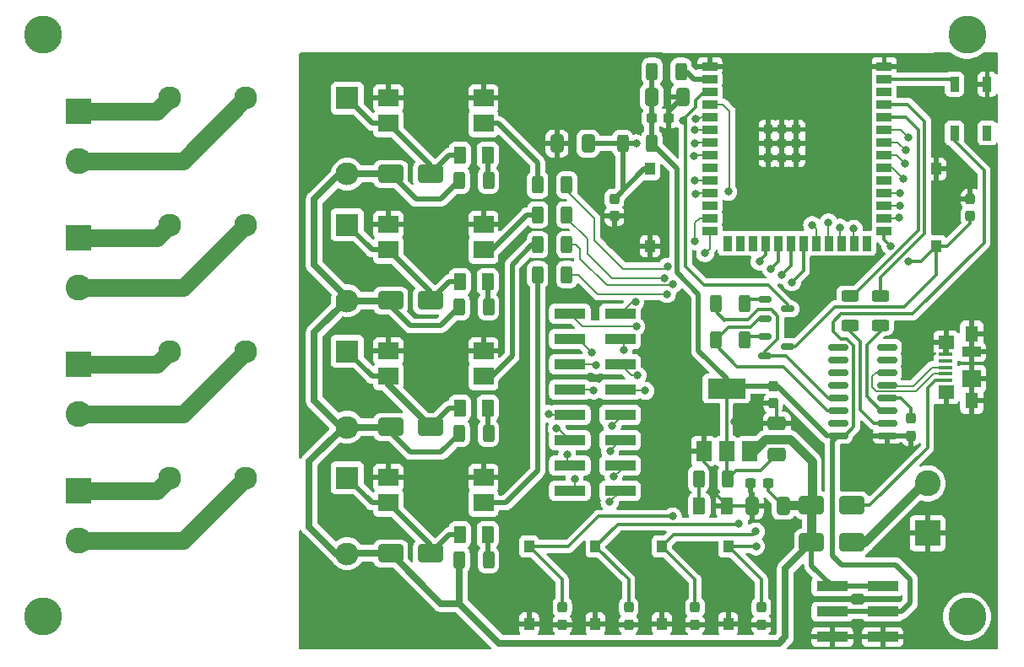
<source format=gbr>
%TF.GenerationSoftware,KiCad,Pcbnew,7.0.6*%
%TF.CreationDate,2023-08-03T00:29:09-04:00*%
%TF.ProjectId,esp32_rele_v1,65737033-325f-4726-956c-655f76312e6b,rev?*%
%TF.SameCoordinates,Original*%
%TF.FileFunction,Copper,L1,Top*%
%TF.FilePolarity,Positive*%
%FSLAX46Y46*%
G04 Gerber Fmt 4.6, Leading zero omitted, Abs format (unit mm)*
G04 Created by KiCad (PCBNEW 7.0.6) date 2023-08-03 00:29:09*
%MOMM*%
%LPD*%
G01*
G04 APERTURE LIST*
G04 Aperture macros list*
%AMRoundRect*
0 Rectangle with rounded corners*
0 $1 Rounding radius*
0 $2 $3 $4 $5 $6 $7 $8 $9 X,Y pos of 4 corners*
0 Add a 4 corners polygon primitive as box body*
4,1,4,$2,$3,$4,$5,$6,$7,$8,$9,$2,$3,0*
0 Add four circle primitives for the rounded corners*
1,1,$1+$1,$2,$3*
1,1,$1+$1,$4,$5*
1,1,$1+$1,$6,$7*
1,1,$1+$1,$8,$9*
0 Add four rect primitives between the rounded corners*
20,1,$1+$1,$2,$3,$4,$5,0*
20,1,$1+$1,$4,$5,$6,$7,0*
20,1,$1+$1,$6,$7,$8,$9,0*
20,1,$1+$1,$8,$9,$2,$3,0*%
G04 Aperture macros list end*
%TA.AperFunction,ComponentPad*%
%ADD10R,2.300000X2.300000*%
%TD*%
%TA.AperFunction,ComponentPad*%
%ADD11C,2.300000*%
%TD*%
%TA.AperFunction,SMDPad,CuDef*%
%ADD12RoundRect,0.237500X0.237500X-0.300000X0.237500X0.300000X-0.237500X0.300000X-0.237500X-0.300000X0*%
%TD*%
%TA.AperFunction,SMDPad,CuDef*%
%ADD13RoundRect,0.250000X-0.375000X-0.625000X0.375000X-0.625000X0.375000X0.625000X-0.375000X0.625000X0*%
%TD*%
%TA.AperFunction,SMDPad,CuDef*%
%ADD14RoundRect,0.250000X-0.312500X-0.625000X0.312500X-0.625000X0.312500X0.625000X-0.312500X0.625000X0*%
%TD*%
%TA.AperFunction,SMDPad,CuDef*%
%ADD15R,1.000000X1.250000*%
%TD*%
%TA.AperFunction,SMDPad,CuDef*%
%ADD16RoundRect,0.250000X-1.000000X-0.650000X1.000000X-0.650000X1.000000X0.650000X-1.000000X0.650000X0*%
%TD*%
%TA.AperFunction,ComponentPad*%
%ADD17R,2.600000X2.600000*%
%TD*%
%TA.AperFunction,ComponentPad*%
%ADD18C,2.600000*%
%TD*%
%TA.AperFunction,SMDPad,CuDef*%
%ADD19RoundRect,0.250000X0.375000X0.625000X-0.375000X0.625000X-0.375000X-0.625000X0.375000X-0.625000X0*%
%TD*%
%TA.AperFunction,SMDPad,CuDef*%
%ADD20RoundRect,0.250000X0.650000X-0.412500X0.650000X0.412500X-0.650000X0.412500X-0.650000X-0.412500X0*%
%TD*%
%TA.AperFunction,SMDPad,CuDef*%
%ADD21RoundRect,0.250000X0.312500X0.625000X-0.312500X0.625000X-0.312500X-0.625000X0.312500X-0.625000X0*%
%TD*%
%TA.AperFunction,SMDPad,CuDef*%
%ADD22R,3.150000X1.000000*%
%TD*%
%TA.AperFunction,SMDPad,CuDef*%
%ADD23RoundRect,0.250000X0.412500X0.650000X-0.412500X0.650000X-0.412500X-0.650000X0.412500X-0.650000X0*%
%TD*%
%TA.AperFunction,ComponentPad*%
%ADD24C,3.800000*%
%TD*%
%TA.AperFunction,SMDPad,CuDef*%
%ADD25RoundRect,0.237500X-0.237500X0.300000X-0.237500X-0.300000X0.237500X-0.300000X0.237500X0.300000X0*%
%TD*%
%TA.AperFunction,SMDPad,CuDef*%
%ADD26RoundRect,0.150000X-0.512500X-0.150000X0.512500X-0.150000X0.512500X0.150000X-0.512500X0.150000X0*%
%TD*%
%TA.AperFunction,SMDPad,CuDef*%
%ADD27R,2.000000X1.780000*%
%TD*%
%TA.AperFunction,SMDPad,CuDef*%
%ADD28R,1.500000X2.000000*%
%TD*%
%TA.AperFunction,SMDPad,CuDef*%
%ADD29R,3.800000X2.000000*%
%TD*%
%TA.AperFunction,SMDPad,CuDef*%
%ADD30RoundRect,0.237500X-0.300000X-0.237500X0.300000X-0.237500X0.300000X0.237500X-0.300000X0.237500X0*%
%TD*%
%TA.AperFunction,SMDPad,CuDef*%
%ADD31RoundRect,0.250000X0.625000X-0.312500X0.625000X0.312500X-0.625000X0.312500X-0.625000X-0.312500X0*%
%TD*%
%TA.AperFunction,SMDPad,CuDef*%
%ADD32RoundRect,0.250000X-0.412500X-0.650000X0.412500X-0.650000X0.412500X0.650000X-0.412500X0.650000X0*%
%TD*%
%TA.AperFunction,SMDPad,CuDef*%
%ADD33R,1.300000X1.650000*%
%TD*%
%TA.AperFunction,SMDPad,CuDef*%
%ADD34R,1.550000X1.425000*%
%TD*%
%TA.AperFunction,SMDPad,CuDef*%
%ADD35R,1.900000X1.000000*%
%TD*%
%TA.AperFunction,SMDPad,CuDef*%
%ADD36R,1.900000X1.800000*%
%TD*%
%TA.AperFunction,SMDPad,CuDef*%
%ADD37R,1.380000X0.450000*%
%TD*%
%TA.AperFunction,SMDPad,CuDef*%
%ADD38R,1.500000X0.900000*%
%TD*%
%TA.AperFunction,SMDPad,CuDef*%
%ADD39R,0.900000X1.500000*%
%TD*%
%TA.AperFunction,SMDPad,CuDef*%
%ADD40R,0.900000X0.900000*%
%TD*%
%TA.AperFunction,SMDPad,CuDef*%
%ADD41RoundRect,0.150000X0.825000X0.150000X-0.825000X0.150000X-0.825000X-0.150000X0.825000X-0.150000X0*%
%TD*%
%TA.AperFunction,SMDPad,CuDef*%
%ADD42RoundRect,0.237500X0.300000X0.237500X-0.300000X0.237500X-0.300000X-0.237500X0.300000X-0.237500X0*%
%TD*%
%TA.AperFunction,ViaPad*%
%ADD43C,0.800000*%
%TD*%
%TA.AperFunction,Conductor*%
%ADD44C,0.300000*%
%TD*%
%TA.AperFunction,Conductor*%
%ADD45C,0.200000*%
%TD*%
%TA.AperFunction,Conductor*%
%ADD46C,0.500000*%
%TD*%
%TA.AperFunction,Conductor*%
%ADD47C,0.900000*%
%TD*%
%TA.AperFunction,Conductor*%
%ADD48C,0.700000*%
%TD*%
%TA.AperFunction,Conductor*%
%ADD49C,1.800000*%
%TD*%
G04 APERTURE END LIST*
D10*
%TO.P,K1,1*%
%TO.N,Net-(D5-K)*%
X34275000Y-22870000D03*
D11*
%TO.P,K1,2*%
%TO.N,/K2-in*%
X24115000Y-22870000D03*
%TO.P,K1,3*%
%TO.N,/K2-out*%
X16495000Y-22870000D03*
%TO.P,K1,5*%
%TO.N,+5V*%
X34275000Y-30490000D03*
%TD*%
D12*
%TO.P,C8,1*%
%TO.N,/GPIO0*%
X96774000Y-22006500D03*
%TO.P,C8,2*%
%TO.N,GND*%
X96774000Y-20281500D03*
%TD*%
D13*
%TO.P,D7,1,K*%
%TO.N,Net-(D11-A)*%
X45590000Y-15875000D03*
%TO.P,D7,2,A*%
%TO.N,Net-(D7-A)*%
X48390000Y-15875000D03*
%TD*%
D14*
%TO.P,R1,1*%
%TO.N,/CHIP_PU*%
X61907500Y-14720000D03*
%TO.P,R1,2*%
%TO.N,+3.3V*%
X64832500Y-14720000D03*
%TD*%
D15*
%TO.P,BT4,1,1*%
%TO.N,GND*%
X72493428Y-62930000D03*
%TO.P,BT4,2,2*%
%TO.N,/GPIO_13*%
X72493428Y-55180000D03*
%TD*%
D16*
%TO.P,D10,1,K*%
%TO.N,+5V*%
X38640000Y-43180000D03*
%TO.P,D10,2,A*%
%TO.N,Net-(D10-A)*%
X42640000Y-43180000D03*
%TD*%
D17*
%TO.P,J5,1,Pin_1*%
%TO.N,/K3-out*%
X7315000Y-36870000D03*
D18*
%TO.P,J5,2,Pin_2*%
%TO.N,/K3-in*%
X7315000Y-41870000D03*
%TD*%
D19*
%TO.P,D3,1,K*%
%TO.N,GND*%
X72396500Y-51092000D03*
%TO.P,D3,2,A*%
%TO.N,Net-(D3-A)*%
X69596500Y-51092000D03*
%TD*%
D20*
%TO.P,C7,1*%
%TO.N,+3.3V*%
X77396500Y-45923500D03*
%TO.P,C7,2*%
%TO.N,GND*%
X77396500Y-42798500D03*
%TD*%
D21*
%TO.P,R11,1*%
%TO.N,/GPIO_14*%
X56312500Y-27880000D03*
%TO.P,R11,2*%
%TO.N,Net-(R11-Pad2)*%
X53387500Y-27880000D03*
%TD*%
D16*
%TO.P,D1,1,K*%
%TO.N,+5V*%
X80862500Y-51040000D03*
%TO.P,D1,2,A*%
%TO.N,/VBUS*%
X84862500Y-51040000D03*
%TD*%
D14*
%TO.P,R2,1*%
%TO.N,+3.3V*%
X64857500Y-7480000D03*
%TO.P,R2,2*%
%TO.N,Net-(U2-3V3)*%
X67782500Y-7480000D03*
%TD*%
D22*
%TO.P,J2,1,Pin_1*%
%TO.N,+5V*%
X82945000Y-59180000D03*
%TO.P,J2,2,Pin_2*%
X87995000Y-59180000D03*
%TO.P,J2,3,Pin_3*%
%TO.N,+3.3V*%
X82945000Y-61720000D03*
%TO.P,J2,4,Pin_4*%
X87995000Y-61720000D03*
%TO.P,J2,5,Pin_5*%
%TO.N,GND*%
X82945000Y-64260000D03*
%TO.P,J2,6,Pin_6*%
X87995000Y-64260000D03*
%TD*%
D16*
%TO.P,D2,1,K*%
%TO.N,+5V*%
X80862500Y-54770000D03*
%TO.P,D2,2,A*%
%TO.N,/V_EXT*%
X84862500Y-54770000D03*
%TD*%
D23*
%TO.P,C3,1*%
%TO.N,/CHIP_PU*%
X58442500Y-14720000D03*
%TO.P,C3,2*%
%TO.N,GND*%
X55317500Y-14720000D03*
%TD*%
D15*
%TO.P,SW2,1,1*%
%TO.N,GND*%
X64643000Y-25019000D03*
%TO.P,SW2,2,2*%
%TO.N,/CHIP_PU*%
X64643000Y-17269000D03*
%TD*%
D24*
%TO.P,H2,2*%
%TO.N,N/C*%
X96450000Y-3810000D03*
%TD*%
D15*
%TO.P,BT3,1,1*%
%TO.N,GND*%
X65837714Y-62930000D03*
%TO.P,BT3,2,2*%
%TO.N,/GPIO_12*%
X65837714Y-55180000D03*
%TD*%
D14*
%TO.P,R13,1*%
%TO.N,+5V*%
X45527500Y-43815000D03*
%TO.P,R13,2*%
%TO.N,Net-(D6-A)*%
X48452500Y-43815000D03*
%TD*%
D15*
%TO.P,BT2,1,1*%
%TO.N,GND*%
X59182000Y-62930000D03*
%TO.P,BT2,2,2*%
%TO.N,/GPIO_11*%
X59182000Y-55180000D03*
%TD*%
D25*
%TO.P,C6,1*%
%TO.N,+3.3V*%
X77015500Y-39053500D03*
%TO.P,C6,2*%
%TO.N,GND*%
X77015500Y-40778500D03*
%TD*%
D26*
%TO.P,Q2,1,B*%
%TO.N,Net-(Q2-B)*%
X76178000Y-34115000D03*
%TO.P,Q2,2,E*%
%TO.N,/DTR*%
X76178000Y-36015000D03*
%TO.P,Q2,3,C*%
%TO.N,/GPIO0*%
X78453000Y-35065000D03*
%TD*%
D25*
%TO.P,C9,1*%
%TO.N,Net-(U3-V3)*%
X90805000Y-42317500D03*
%TO.P,C9,2*%
%TO.N,GND*%
X90805000Y-44042500D03*
%TD*%
D21*
%TO.P,R10,1*%
%TO.N,/GPIO_48*%
X56312500Y-18880000D03*
%TO.P,R10,2*%
%TO.N,Net-(R10-Pad2)*%
X53387500Y-18880000D03*
%TD*%
%TO.P,R3,1*%
%TO.N,+3.3V*%
X72459000Y-48389000D03*
%TO.P,R3,2*%
%TO.N,Net-(D3-A)*%
X69534000Y-48389000D03*
%TD*%
D24*
%TO.P,H1,1*%
%TO.N,N/C*%
X3810000Y-3810000D03*
%TD*%
D13*
%TO.P,D5,1,K*%
%TO.N,Net-(D5-K)*%
X45590000Y-28575000D03*
%TO.P,D5,2,A*%
%TO.N,Net-(D5-A)*%
X48390000Y-28575000D03*
%TD*%
D27*
%TO.P,U7,1*%
%TO.N,Net-(R11-Pad2)*%
X47945000Y-50800000D03*
%TO.P,U7,2*%
%TO.N,GND*%
X47945000Y-48260000D03*
%TO.P,U7,3*%
X38415000Y-48260000D03*
%TO.P,U7,4*%
%TO.N,Net-(D12-A)*%
X38415000Y-50800000D03*
%TD*%
D28*
%TO.P,U1,1,GND*%
%TO.N,GND*%
X70039500Y-45604000D03*
%TO.P,U1,2,VO*%
%TO.N,+3.3V*%
X72339500Y-45604000D03*
D29*
X72339500Y-39304000D03*
D28*
%TO.P,U1,3,VI*%
%TO.N,+5V*%
X74639500Y-45604000D03*
%TD*%
D21*
%TO.P,R9,1*%
%TO.N,/GPIO_21*%
X56312500Y-24880000D03*
%TO.P,R9,2*%
%TO.N,Net-(R9-Pad2)*%
X53387500Y-24880000D03*
%TD*%
D16*
%TO.P,D9,1,K*%
%TO.N,+5V*%
X38640000Y-30480000D03*
%TO.P,D9,2,A*%
%TO.N,Net-(D5-K)*%
X42640000Y-30480000D03*
%TD*%
D27*
%TO.P,U5,1*%
%TO.N,Net-(R9-Pad2)*%
X47945000Y-38100000D03*
%TO.P,U5,2*%
%TO.N,GND*%
X47945000Y-35560000D03*
%TO.P,U5,3*%
X38415000Y-35560000D03*
%TO.P,U5,4*%
%TO.N,Net-(D10-A)*%
X38415000Y-38100000D03*
%TD*%
D30*
%TO.P,C4,1*%
%TO.N,+3.3V*%
X64827500Y-12200000D03*
%TO.P,C4,2*%
%TO.N,GND*%
X66552500Y-12200000D03*
%TD*%
D23*
%TO.P,C2,1*%
%TO.N,+5V*%
X78011000Y-51092000D03*
%TO.P,C2,2*%
%TO.N,GND*%
X74886000Y-51092000D03*
%TD*%
D31*
%TO.P,R6,1*%
%TO.N,Net-(U3-TXD)*%
X84709000Y-32958500D03*
%TO.P,R6,2*%
%TO.N,/U0RXD*%
X84709000Y-30033500D03*
%TD*%
D17*
%TO.P,J1,1,Pin_1*%
%TO.N,GND*%
X92505000Y-53840000D03*
D18*
%TO.P,J1,2,Pin_2*%
%TO.N,/V_EXT*%
X92505000Y-48840000D03*
%TD*%
D10*
%TO.P,K2,1*%
%TO.N,Net-(D10-A)*%
X34275000Y-35570000D03*
D11*
%TO.P,K2,2*%
%TO.N,/K3-in*%
X24115000Y-35570000D03*
%TO.P,K2,3*%
%TO.N,/K3-out*%
X16495000Y-35570000D03*
%TO.P,K2,5*%
%TO.N,+5V*%
X34275000Y-43190000D03*
%TD*%
D17*
%TO.P,J8,1,Pin_1*%
%TO.N,/K2-out*%
X7315000Y-24170000D03*
D18*
%TO.P,J8,2,Pin_2*%
%TO.N,/K2-in*%
X7315000Y-29170000D03*
%TD*%
D16*
%TO.P,D11,1,K*%
%TO.N,+5V*%
X38640000Y-17780000D03*
%TO.P,D11,2,A*%
%TO.N,Net-(D11-A)*%
X42640000Y-17780000D03*
%TD*%
D15*
%TO.P,SW1,1,1*%
%TO.N,GND*%
X93345000Y-17269000D03*
%TO.P,SW1,2,2*%
%TO.N,/GPIO0*%
X93345000Y-25019000D03*
%TD*%
D17*
%TO.P,J7,1,Pin_1*%
%TO.N,/K1-out*%
X7315000Y-11470000D03*
D18*
%TO.P,J7,2,Pin_2*%
%TO.N,/K1-in*%
X7315000Y-16470000D03*
%TD*%
D22*
%TO.P,J3,1,Pin_1*%
%TO.N,/GPIO_39*%
X61665000Y-49600000D03*
%TO.P,J3,2,Pin_2*%
%TO.N,/GPIO_15*%
X56615000Y-49600000D03*
%TO.P,J3,3,Pin_3*%
%TO.N,/GPIO_40*%
X61665000Y-47060000D03*
%TO.P,J3,4,Pin_4*%
%TO.N,/GPIO_07*%
X56615000Y-47060000D03*
%TO.P,J3,5,Pin_5*%
%TO.N,/GPIO_41*%
X61665000Y-44520000D03*
%TO.P,J3,6,Pin_6*%
%TO.N,/GPIO_06*%
X56615000Y-44520000D03*
%TO.P,J3,7,Pin_7*%
%TO.N,/GPIO_42*%
X61665000Y-41980000D03*
%TO.P,J3,8,Pin_8*%
%TO.N,/GPIO_05*%
X56615000Y-41980000D03*
%TO.P,J3,9,Pin_9*%
%TO.N,/GPIO_35*%
X61665000Y-39440000D03*
%TO.P,J3,10,Pin_10*%
%TO.N,/GPIO_04*%
X56615000Y-39440000D03*
%TO.P,J3,11,Pin_11*%
%TO.N,/GPIO_36*%
X61665000Y-36900000D03*
%TO.P,J3,12,Pin_12*%
%TO.N,/GPIO_18*%
X56615000Y-36900000D03*
%TO.P,J3,13,Pin_13*%
%TO.N,/GPIO_37*%
X61665000Y-34360000D03*
%TO.P,J3,14,Pin_14*%
%TO.N,/GPIO_17*%
X56615000Y-34360000D03*
%TO.P,J3,15,Pin_15*%
%TO.N,/GPIO_19*%
X61665000Y-31820000D03*
%TO.P,J3,16,Pin_16*%
%TO.N,/GPIO_20*%
X56615000Y-31820000D03*
%TD*%
D27*
%TO.P,U4,1*%
%TO.N,Net-(R8-Pad2)*%
X47945000Y-25400000D03*
%TO.P,U4,2*%
%TO.N,GND*%
X47945000Y-22860000D03*
%TO.P,U4,3*%
X38415000Y-22860000D03*
%TO.P,U4,4*%
%TO.N,Net-(D5-K)*%
X38415000Y-25400000D03*
%TD*%
D25*
%TO.P,C13,1*%
%TO.N,/GPIO_13*%
X75821286Y-61292500D03*
%TO.P,C13,2*%
%TO.N,GND*%
X75821286Y-63017500D03*
%TD*%
D27*
%TO.P,U6,1*%
%TO.N,Net-(R10-Pad2)*%
X47945000Y-12700000D03*
%TO.P,U6,2*%
%TO.N,GND*%
X47945000Y-10160000D03*
%TO.P,U6,3*%
X38415000Y-10160000D03*
%TO.P,U6,4*%
%TO.N,Net-(D11-A)*%
X38415000Y-12700000D03*
%TD*%
D25*
%TO.P,C11,1*%
%TO.N,/GPIO_12*%
X69165571Y-61292500D03*
%TO.P,C11,2*%
%TO.N,GND*%
X69165571Y-63017500D03*
%TD*%
D26*
%TO.P,Q1,1,B*%
%TO.N,Net-(Q1-B)*%
X76178000Y-30377000D03*
%TO.P,Q1,2,E*%
%TO.N,/RTS*%
X76178000Y-32277000D03*
%TO.P,Q1,3,C*%
%TO.N,/CHIP_PU*%
X78453000Y-31327000D03*
%TD*%
D10*
%TO.P,K4,1*%
%TO.N,Net-(D12-A)*%
X34275000Y-48270000D03*
D11*
%TO.P,K4,2*%
%TO.N,/K4-in*%
X24115000Y-48270000D03*
%TO.P,K4,3*%
%TO.N,/K4-out*%
X16495000Y-48270000D03*
%TO.P,K4,5*%
%TO.N,+5V*%
X34275000Y-55890000D03*
%TD*%
D24*
%TO.P,H3,3*%
%TO.N,N/C*%
X96450000Y-62230000D03*
%TD*%
D32*
%TO.P,C1,1*%
%TO.N,+3.3V*%
X64827500Y-10050000D03*
%TO.P,C1,2*%
%TO.N,GND*%
X67952500Y-10050000D03*
%TD*%
D25*
%TO.P,C14,1*%
%TO.N,/GPIO_11*%
X62509857Y-61292500D03*
%TO.P,C14,2*%
%TO.N,GND*%
X62509857Y-63017500D03*
%TD*%
D33*
%TO.P,J4,6,Shield*%
%TO.N,GND*%
X96916800Y-33810600D03*
D34*
X94341800Y-34698100D03*
D35*
X96916800Y-35635600D03*
D36*
X96916800Y-38335600D03*
D34*
X94341800Y-39673100D03*
D33*
X96916800Y-40560600D03*
D37*
%TO.P,J4,5,GND*%
X94256800Y-35885600D03*
%TO.P,J4,4,ID*%
%TO.N,unconnected-(J4-ID-Pad4)*%
X94256800Y-36535600D03*
%TO.P,J4,3,D+*%
%TO.N,/D+*%
X94256800Y-37185600D03*
%TO.P,J4,2,D-*%
%TO.N,/D-*%
X94256800Y-37835600D03*
%TO.P,J4,1,VBUS*%
%TO.N,/VBUS*%
X94256800Y-38485600D03*
%TD*%
D31*
%TO.P,R7,1*%
%TO.N,Net-(U3-RXD)*%
X87757000Y-32958500D03*
%TO.P,R7,2*%
%TO.N,/U0TXD*%
X87757000Y-30033500D03*
%TD*%
D16*
%TO.P,D12,2,A*%
%TO.N,Net-(D12-A)*%
X42640000Y-55880000D03*
%TO.P,D12,1,K*%
%TO.N,+5V*%
X38640000Y-55880000D03*
%TD*%
D25*
%TO.P,C10,1*%
%TO.N,/CHIP_PU*%
X61087000Y-20281500D03*
%TO.P,C10,2*%
%TO.N,GND*%
X61087000Y-22006500D03*
%TD*%
D13*
%TO.P,D6,1,K*%
%TO.N,Net-(D10-A)*%
X45590000Y-41275000D03*
%TO.P,D6,2,A*%
%TO.N,Net-(D6-A)*%
X48390000Y-41275000D03*
%TD*%
D38*
%TO.P,U2,1,GND*%
%TO.N,GND*%
X70650000Y-6980000D03*
%TO.P,U2,2,3V3*%
%TO.N,Net-(U2-3V3)*%
X70650000Y-8250000D03*
%TO.P,U2,3,EN*%
%TO.N,/CHIP_PU*%
X70650000Y-9520000D03*
%TO.P,U2,4,GPIO4/TOUCH4/ADC1_CH3*%
%TO.N,/GPIO_04*%
X70650000Y-10790000D03*
%TO.P,U2,5,GPIO5/TOUCH5/ADC1_CH4*%
%TO.N,/GPIO_05*%
X70650000Y-12060000D03*
%TO.P,U2,6,GPIO6/TOUCH6/ADC1_CH5*%
%TO.N,/GPIO_06*%
X70650000Y-13330000D03*
%TO.P,U2,7,GPIO7/TOUCH7/ADC1_CH6*%
%TO.N,/GPIO_07*%
X70650000Y-14600000D03*
%TO.P,U2,8,GPIO15/U0RTS/ADC2_CH4/XTAL_32K_P*%
%TO.N,/GPIO_15*%
X70650000Y-15870000D03*
%TO.P,U2,9,GPIO16/U0CTS/ADC2_CH5/XTAL_32K_N*%
%TO.N,unconnected-(U2-GPIO16{slash}U0CTS{slash}ADC2_CH5{slash}XTAL_32K_N-Pad9)*%
X70650000Y-17140000D03*
%TO.P,U2,10,GPIO17/U1TXD/ADC2_CH6*%
%TO.N,/GPIO_17*%
X70650000Y-18410000D03*
%TO.P,U2,11,GPIO18/U1RXD/ADC2_CH7/CLK_OUT3*%
%TO.N,/GPIO_18*%
X70650000Y-19680000D03*
%TO.P,U2,12,GPIO8/TOUCH8/ADC1_CH7/SUBSPICS1*%
%TO.N,unconnected-(U2-GPIO8{slash}TOUCH8{slash}ADC1_CH7{slash}SUBSPICS1-Pad12)*%
X70650000Y-20950000D03*
%TO.P,U2,13,GPIO19/U1RTS/ADC2_CH8/CLK_OUT2/USB_D-*%
%TO.N,/GPIO_19*%
X70650000Y-22220000D03*
%TO.P,U2,14,GPIO20/U1CTS/ADC2_CH9/CLK_OUT1/USB_D+*%
%TO.N,/GPIO_20*%
X70650000Y-23490000D03*
D39*
%TO.P,U2,15,GPIO3/TOUCH3/ADC1_CH2*%
%TO.N,unconnected-(U2-GPIO3{slash}TOUCH3{slash}ADC1_CH2-Pad15)*%
X72415000Y-24740000D03*
%TO.P,U2,16,GPIO46*%
%TO.N,unconnected-(U2-GPIO46-Pad16)*%
X73685000Y-24740000D03*
%TO.P,U2,17,GPIO9/TOUCH9/ADC1_CH8/FSPIHD/SUBSPIHD*%
%TO.N,unconnected-(U2-GPIO9{slash}TOUCH9{slash}ADC1_CH8{slash}FSPIHD{slash}SUBSPIHD-Pad17)*%
X74955000Y-24740000D03*
%TO.P,U2,18,GPIO10/TOUCH10/ADC1_CH9/FSPICS0/FSPIIO4/SUBSPICS0*%
%TO.N,/GPIO_10*%
X76225000Y-24740000D03*
%TO.P,U2,19,GPIO11/TOUCH11/ADC2_CH0/FSPID/FSPIIO5/SUBSPID*%
%TO.N,/GPIO_11*%
X77495000Y-24740000D03*
%TO.P,U2,20,GPIO12/TOUCH12/ADC2_CH1/FSPICLK/FSPIIO6/SUBSPICLK*%
%TO.N,/GPIO_12*%
X78765000Y-24740000D03*
%TO.P,U2,21,GPIO13/TOUCH13/ADC2_CH2/FSPIQ/FSPIIO7/SUBSPIQ*%
%TO.N,/GPIO_13*%
X80035000Y-24740000D03*
%TO.P,U2,22,GPIO14/TOUCH14/ADC2_CH3/FSPIWP/FSPIDQS/SUBSPIWP*%
%TO.N,/GPIO_14*%
X81305000Y-24740000D03*
%TO.P,U2,23,GPIO21*%
%TO.N,/GPIO_21*%
X82575000Y-24740000D03*
%TO.P,U2,24,GPIO47/SPICLK_P/SUBSPICLK_P_DIFF*%
%TO.N,/GPIO_47*%
X83845000Y-24740000D03*
%TO.P,U2,25,GPIO48/SPICLK_N/SUBSPICLK_N_DIFF*%
%TO.N,/GPIO_48*%
X85115000Y-24740000D03*
%TO.P,U2,26,GPIO45*%
%TO.N,unconnected-(U2-GPIO45-Pad26)*%
X86385000Y-24740000D03*
D38*
%TO.P,U2,27,GPIO0/BOOT*%
%TO.N,/GPIO0*%
X88150000Y-23490000D03*
%TO.P,U2,28,SPIIO6/GPIO35/FSPID/SUBSPID*%
%TO.N,/GPIO_35*%
X88150000Y-22220000D03*
%TO.P,U2,29,SPIIO7/GPIO36/FSPICLK/SUBSPICLK*%
%TO.N,/GPIO_36*%
X88150000Y-20950000D03*
%TO.P,U2,30,SPIDQS/GPIO37/FSPIQ/SUBSPIQ*%
%TO.N,/GPIO_37*%
X88150000Y-19680000D03*
%TO.P,U2,31,GPIO38/FSPIWP/SUBSPIWP*%
%TO.N,unconnected-(U2-GPIO38{slash}FSPIWP{slash}SUBSPIWP-Pad31)*%
X88150000Y-18410000D03*
%TO.P,U2,32,MTCK/GPIO39/CLK_OUT3/SUBSPICS1*%
%TO.N,/GPIO_39*%
X88150000Y-17140000D03*
%TO.P,U2,33,MTDO/GPIO40/CLK_OUT2*%
%TO.N,/GPIO_40*%
X88150000Y-15870000D03*
%TO.P,U2,34,MTDI/GPIO41/CLK_OUT1*%
%TO.N,/GPIO_41*%
X88150000Y-14600000D03*
%TO.P,U2,35,MTMS/GPIO42*%
%TO.N,/GPIO_42*%
X88150000Y-13330000D03*
%TO.P,U2,36,U0RXD/GPIO44/CLK_OUT2*%
%TO.N,/U0RXD*%
X88150000Y-12060000D03*
%TO.P,U2,37,U0TXD/GPIO43/CLK_OUT1*%
%TO.N,/U0TXD*%
X88150000Y-10790000D03*
%TO.P,U2,38,GPIO2/TOUCH2/ADC1_CH1*%
%TO.N,unconnected-(U2-GPIO2{slash}TOUCH2{slash}ADC1_CH1-Pad38)*%
X88150000Y-9520000D03*
%TO.P,U2,39,GPIO1/TOUCH1/ADC1_CH0*%
%TO.N,/GPIO_01*%
X88150000Y-8250000D03*
%TO.P,U2,40,GND*%
%TO.N,GND*%
X88150000Y-6980000D03*
D40*
%TO.P,U2,41,GND*%
X76500000Y-13300000D03*
X76500000Y-14700000D03*
X76500000Y-16100000D03*
X76500000Y-16100000D03*
X77900000Y-13300000D03*
X77900000Y-13300000D03*
X77900000Y-14700000D03*
X77900000Y-16100000D03*
X79300000Y-13300000D03*
X79300000Y-14700000D03*
X79300000Y-16100000D03*
%TD*%
D14*
%TO.P,R14,1*%
%TO.N,+5V*%
X45527500Y-18415000D03*
%TO.P,R14,2*%
%TO.N,Net-(D7-A)*%
X48452500Y-18415000D03*
%TD*%
D15*
%TO.P,BT1,1,1*%
%TO.N,GND*%
X52526286Y-62930000D03*
%TO.P,BT1,2,2*%
%TO.N,/GPIO_10*%
X52526286Y-55180000D03*
%TD*%
D21*
%TO.P,R8,1*%
%TO.N,/GPIO_47*%
X56312500Y-21880000D03*
%TO.P,R8,2*%
%TO.N,Net-(R8-Pad2)*%
X53387500Y-21880000D03*
%TD*%
D39*
%TO.P,D4,1,VDD*%
%TO.N,+3.3V*%
X95180000Y-13650000D03*
%TO.P,D4,2,DOUT*%
%TO.N,unconnected-(D4-DOUT-Pad2)*%
X98480000Y-13650000D03*
%TO.P,D4,3,VSS*%
%TO.N,GND*%
X98480000Y-8750000D03*
%TO.P,D4,4,DIN*%
%TO.N,/GPIO_01*%
X95180000Y-8750000D03*
%TD*%
D10*
%TO.P,K3,1*%
%TO.N,Net-(D11-A)*%
X34290000Y-10160000D03*
D11*
%TO.P,K3,2*%
%TO.N,/K1-in*%
X24130000Y-10160000D03*
%TO.P,K3,3*%
%TO.N,/K1-out*%
X16510000Y-10160000D03*
%TO.P,K3,5*%
%TO.N,+5V*%
X34290000Y-17780000D03*
%TD*%
D14*
%TO.P,R15,1*%
%TO.N,+5V*%
X45527500Y-56515000D03*
%TO.P,R15,2*%
%TO.N,Net-(D8-A)*%
X48452500Y-56515000D03*
%TD*%
D41*
%TO.P,U3,1,GND*%
%TO.N,GND*%
X88454000Y-44069000D03*
%TO.P,U3,2,TXD*%
%TO.N,Net-(U3-TXD)*%
X88454000Y-42799000D03*
%TO.P,U3,3,RXD*%
%TO.N,Net-(U3-RXD)*%
X88454000Y-41529000D03*
%TO.P,U3,4,V3*%
%TO.N,Net-(U3-V3)*%
X88454000Y-40259000D03*
%TO.P,U3,5,UD+*%
%TO.N,/D+*%
X88454000Y-38989000D03*
%TO.P,U3,6,UD-*%
%TO.N,/D-*%
X88454000Y-37719000D03*
%TO.P,U3,7,NC*%
%TO.N,unconnected-(U3-NC-Pad7)*%
X88454000Y-36449000D03*
%TO.P,U3,8,NC*%
%TO.N,unconnected-(U3-NC-Pad8)*%
X88454000Y-35179000D03*
%TO.P,U3,9,~{CTS}*%
%TO.N,unconnected-(U3-~{CTS}-Pad9)*%
X83504000Y-35179000D03*
%TO.P,U3,10,~{DSR}*%
%TO.N,unconnected-(U3-~{DSR}-Pad10)*%
X83504000Y-36449000D03*
%TO.P,U3,11,~{RI}*%
%TO.N,unconnected-(U3-~{RI}-Pad11)*%
X83504000Y-37719000D03*
%TO.P,U3,12,~{DCD}*%
%TO.N,unconnected-(U3-~{DCD}-Pad12)*%
X83504000Y-38989000D03*
%TO.P,U3,13,~{DTR}*%
%TO.N,/DTR*%
X83504000Y-40259000D03*
%TO.P,U3,14,~{RTS}*%
%TO.N,/RTS*%
X83504000Y-41529000D03*
%TO.P,U3,15,R232*%
%TO.N,unconnected-(U3-R232-Pad15)*%
X83504000Y-42799000D03*
%TO.P,U3,16,VCC*%
%TO.N,+3.3V*%
X83504000Y-44069000D03*
%TD*%
D17*
%TO.P,J6,1,Pin_1*%
%TO.N,/K4-out*%
X7315000Y-49570000D03*
D18*
%TO.P,J6,2,Pin_2*%
%TO.N,/K4-in*%
X7315000Y-54570000D03*
%TD*%
D14*
%TO.P,R5,1*%
%TO.N,/RTS*%
X71235000Y-34430000D03*
%TO.P,R5,2*%
%TO.N,Net-(Q2-B)*%
X74160000Y-34430000D03*
%TD*%
D42*
%TO.P,C5,1*%
%TO.N,+5V*%
X76481000Y-48779000D03*
%TO.P,C5,2*%
%TO.N,GND*%
X74756000Y-48779000D03*
%TD*%
D13*
%TO.P,D8,1,K*%
%TO.N,Net-(D12-A)*%
X45590000Y-53975000D03*
%TO.P,D8,2,A*%
%TO.N,Net-(D8-A)*%
X48390000Y-53975000D03*
%TD*%
D14*
%TO.P,R4,1*%
%TO.N,/DTR*%
X71235000Y-30747000D03*
%TO.P,R4,2*%
%TO.N,Net-(Q1-B)*%
X74160000Y-30747000D03*
%TD*%
D25*
%TO.P,C12,1*%
%TO.N,/GPIO_10*%
X55854143Y-61292500D03*
%TO.P,C12,2*%
%TO.N,GND*%
X55854143Y-63017500D03*
%TD*%
D14*
%TO.P,R12,1*%
%TO.N,+5V*%
X45527500Y-31115000D03*
%TO.P,R12,2*%
%TO.N,Net-(D5-A)*%
X48452500Y-31115000D03*
%TD*%
D24*
%TO.P,H4,4*%
%TO.N,N/C*%
X3810000Y-62230000D03*
%TD*%
D43*
%TO.N,GND*%
X89712800Y-45821600D03*
X93726000Y-45796200D03*
X83032600Y-18313400D03*
X79768700Y-18313400D03*
X76504800Y-18313400D03*
%TO.N,/GPIO0*%
X90551000Y-26568400D03*
X88773000Y-24993600D03*
%TO.N,/CHIP_PU*%
X63271400Y-14706600D03*
X67983100Y-12433300D03*
%TO.N,GND*%
X70612000Y-63500000D03*
X73152000Y-42672000D03*
X70104000Y-42672000D03*
%TO.N,/GPIO_10*%
X66929000Y-52146200D03*
X75641200Y-26568400D03*
%TO.N,/GPIO_11*%
X76784200Y-27305000D03*
X73583800Y-52882800D03*
%TO.N,/GPIO_12*%
X77851000Y-27914600D03*
X75260200Y-53670200D03*
%TO.N,/GPIO_13*%
X75285600Y-55180000D03*
X78892400Y-28651200D03*
%TO.N,/GPIO_39*%
X60604400Y-50723800D03*
X90093800Y-18262600D03*
%TO.N,/GPIO_40*%
X90246200Y-16764000D03*
X61010800Y-48183800D03*
%TO.N,/GPIO_41*%
X60655200Y-45567600D03*
X90271600Y-15417800D03*
%TO.N,/GPIO_42*%
X60858400Y-43053000D03*
X90576400Y-14071600D03*
%TO.N,/GPIO_35*%
X64185800Y-39547800D03*
X89662000Y-22148800D03*
%TO.N,/GPIO_36*%
X63398400Y-37998400D03*
X89712800Y-20955000D03*
%TO.N,/GPIO_37*%
X89733200Y-19680000D03*
X62001400Y-35433000D03*
%TO.N,/GPIO_19*%
X69164200Y-24511000D03*
X63195200Y-30632400D03*
%TO.N,/GPIO_15*%
X69062600Y-15951200D03*
X57099200Y-48412400D03*
%TO.N,/GPIO_07*%
X69138800Y-14706600D03*
X56337200Y-45948600D03*
%TO.N,/GPIO_06*%
X69138800Y-13360400D03*
X55295800Y-43357800D03*
%TO.N,/GPIO_05*%
X54508400Y-41859200D03*
X69265800Y-12217400D03*
%TO.N,/GPIO_04*%
X72491600Y-19558000D03*
X59004200Y-39522400D03*
%TO.N,/GPIO_18*%
X69215000Y-19812000D03*
X59258200Y-36982400D03*
%TO.N,/GPIO_17*%
X69113400Y-18440400D03*
X58801000Y-35712400D03*
%TO.N,/GPIO_20*%
X70180200Y-25730200D03*
X63271400Y-33096200D03*
%TO.N,/GPIO_14*%
X80924400Y-22910800D03*
X66344800Y-29819600D03*
%TO.N,/GPIO_21*%
X82550000Y-22631400D03*
X66979800Y-28854400D03*
%TO.N,/GPIO_47*%
X66116200Y-28244800D03*
X83718400Y-23164800D03*
%TO.N,/GPIO_48*%
X85090000Y-23291800D03*
X66395600Y-27076400D03*
%TD*%
D44*
%TO.N,/VBUS*%
X86704200Y-51040000D02*
X84862500Y-51040000D01*
X92481400Y-45262800D02*
X86704200Y-51040000D01*
X92481400Y-39243000D02*
X92481400Y-45262800D01*
X93238800Y-38485600D02*
X92481400Y-39243000D01*
X94256800Y-38485600D02*
X93238800Y-38485600D01*
D45*
%TO.N,/D-*%
X87325200Y-37719000D02*
X88454000Y-37719000D01*
X86944200Y-38100000D02*
X87325200Y-37719000D01*
X86944200Y-39192200D02*
X86944200Y-38100000D01*
X87376000Y-39624000D02*
X86944200Y-39192200D01*
X91338400Y-39624000D02*
X87376000Y-39624000D01*
X93126800Y-37835600D02*
X91338400Y-39624000D01*
X94256800Y-37835600D02*
X93126800Y-37835600D01*
D44*
%TO.N,Net-(U3-RXD)*%
X87807800Y-41529000D02*
X88454000Y-41529000D01*
X86385400Y-40106600D02*
X87807800Y-41529000D01*
X86385400Y-34925000D02*
X86385400Y-40106600D01*
X87757000Y-33553400D02*
X86385400Y-34925000D01*
X87757000Y-32958500D02*
X87757000Y-33553400D01*
%TO.N,Net-(U3-TXD)*%
X85775800Y-41478200D02*
X87096600Y-42799000D01*
X85775800Y-34620200D02*
X85775800Y-41478200D01*
X87096600Y-42799000D02*
X88454000Y-42799000D01*
X84709000Y-33553400D02*
X85775800Y-34620200D01*
X84709000Y-32958500D02*
X84709000Y-33553400D01*
%TO.N,+3.3V*%
X84175600Y-44069000D02*
X83504000Y-44069000D01*
X85090000Y-43154600D02*
X84175600Y-44069000D01*
X85090000Y-35052000D02*
X85090000Y-43154600D01*
X84378800Y-34340800D02*
X85090000Y-35052000D01*
X83769200Y-34340800D02*
X84378800Y-34340800D01*
X83820000Y-31826200D02*
X83032600Y-32613600D01*
X90982800Y-31826200D02*
X83820000Y-31826200D01*
X98145600Y-24663400D02*
X90982800Y-31826200D01*
X83032600Y-33604200D02*
X83769200Y-34340800D01*
X98145600Y-17449800D02*
X98145600Y-24663400D01*
X83032600Y-32613600D02*
X83032600Y-33604200D01*
X95180000Y-14484200D02*
X98145600Y-17449800D01*
X95180000Y-13650000D02*
X95180000Y-14484200D01*
D45*
%TO.N,/D+*%
X91033600Y-39065200D02*
X92913200Y-37185600D01*
X92913200Y-37185600D02*
X94256800Y-37185600D01*
X88454000Y-38989000D02*
X88530200Y-39065200D01*
X88530200Y-39065200D02*
X91033600Y-39065200D01*
D46*
%TO.N,GND*%
X96916800Y-33810600D02*
X96916800Y-35635600D01*
X96916800Y-35635600D02*
X96916800Y-38335600D01*
X96916800Y-38335600D02*
X96916800Y-40560600D01*
D45*
%TO.N,/GPIO_14*%
X59436000Y-29819600D02*
X66344800Y-29819600D01*
X57496400Y-27880000D02*
X59436000Y-29819600D01*
X56312500Y-27880000D02*
X57496400Y-27880000D01*
%TO.N,/GPIO_21*%
X66878200Y-28956000D02*
X66979800Y-28854400D01*
X60325000Y-28956000D02*
X66878200Y-28956000D01*
X57632600Y-26263600D02*
X60325000Y-28956000D01*
X57188800Y-24880000D02*
X57632600Y-25323800D01*
X57632600Y-25323800D02*
X57632600Y-26263600D01*
X56312500Y-24880000D02*
X57188800Y-24880000D01*
%TO.N,/GPIO_47*%
X60858400Y-28244800D02*
X66116200Y-28244800D01*
X56312500Y-21880000D02*
X56312500Y-22200300D01*
X56312500Y-22200300D02*
X58394600Y-24282400D01*
X58394600Y-24282400D02*
X58394600Y-25781000D01*
X58394600Y-25781000D02*
X60858400Y-28244800D01*
%TO.N,/GPIO_48*%
X66192400Y-27279600D02*
X66395600Y-27076400D01*
X61950600Y-27279600D02*
X66192400Y-27279600D01*
X59080400Y-22225000D02*
X59080400Y-24409400D01*
X56312500Y-19457100D02*
X59080400Y-22225000D01*
X56312500Y-18880000D02*
X56312500Y-19457100D01*
X59080400Y-24409400D02*
X61950600Y-27279600D01*
D44*
%TO.N,Net-(U3-V3)*%
X90805000Y-42317500D02*
X90805000Y-41249600D01*
X90805000Y-41249600D02*
X89814400Y-40259000D01*
X89814400Y-40259000D02*
X88454000Y-40259000D01*
%TO.N,/GPIO0*%
X90144600Y-31115000D02*
X93345000Y-27914600D01*
X90551000Y-26568400D02*
X91795600Y-26568400D01*
X96774000Y-22733000D02*
X96774000Y-22006500D01*
X93345000Y-25019000D02*
X94488000Y-25019000D01*
X78453000Y-35065000D02*
X79235000Y-35065000D01*
X91795600Y-26568400D02*
X93345000Y-25019000D01*
X94488000Y-25019000D02*
X96774000Y-22733000D01*
X88150000Y-23490000D02*
X88150000Y-24370600D01*
X88150000Y-24370600D02*
X88773000Y-24993600D01*
X93345000Y-27914600D02*
X93345000Y-25019000D01*
X79235000Y-35065000D02*
X83185000Y-31115000D01*
X83185000Y-31115000D02*
X90144600Y-31115000D01*
%TO.N,/CHIP_PU*%
X64099500Y-17269000D02*
X64643000Y-17269000D01*
X61907500Y-19461000D02*
X61087000Y-20281500D01*
X70053200Y-28930600D02*
X68199000Y-27076400D01*
X68199000Y-27076400D02*
X68199000Y-12090400D01*
X68199000Y-12090400D02*
X69240400Y-11049000D01*
X78453000Y-30904200D02*
X76479400Y-28930600D01*
X63258000Y-14720000D02*
X63271400Y-14706600D01*
X69240400Y-10388600D02*
X70109000Y-9520000D01*
D46*
X61907500Y-14720000D02*
X63258000Y-14720000D01*
X61907500Y-14720000D02*
X61907500Y-19461000D01*
D44*
X70109000Y-9520000D02*
X70650000Y-9520000D01*
X76479400Y-28930600D02*
X70053200Y-28930600D01*
D46*
X61087000Y-20281500D02*
X64099500Y-17269000D01*
D44*
X78453000Y-31327000D02*
X78453000Y-30904200D01*
X69240400Y-11049000D02*
X69240400Y-10388600D01*
D46*
X58442500Y-14720000D02*
X61907500Y-14720000D01*
D47*
%TO.N,/V_EXT*%
X92505000Y-48840000D02*
X92130000Y-48840000D01*
X92130000Y-48840000D02*
X86200000Y-54770000D01*
X86200000Y-54770000D02*
X84862500Y-54770000D01*
D45*
%TO.N,/D-*%
X88530200Y-37795200D02*
X88454000Y-37719000D01*
D44*
%TO.N,GND*%
X74756000Y-48779000D02*
X74756000Y-50962000D01*
X77015500Y-40778500D02*
X77396500Y-41159500D01*
D46*
X66552500Y-11450000D02*
X67952500Y-10050000D01*
D44*
X74886000Y-51092000D02*
X72396500Y-51092000D01*
X72396500Y-51060500D02*
X71120000Y-49784000D01*
X90805000Y-44042500D02*
X88480500Y-44042500D01*
X70039500Y-46671500D02*
X70039500Y-45604000D01*
X77396500Y-41159500D02*
X77396500Y-42798500D01*
X71120000Y-47752000D02*
X70039500Y-46671500D01*
X74756000Y-50962000D02*
X74886000Y-51092000D01*
D46*
X66552500Y-12200000D02*
X66552500Y-11450000D01*
D44*
X71120000Y-49784000D02*
X71120000Y-47752000D01*
X72396500Y-51092000D02*
X72396500Y-51060500D01*
X88480500Y-44042500D02*
X88454000Y-44069000D01*
D46*
%TO.N,+3.3V*%
X87995000Y-61720000D02*
X89892600Y-61720000D01*
D44*
X72339500Y-45604000D02*
X72339500Y-48269500D01*
D46*
X72339500Y-39304000D02*
X72339500Y-38354300D01*
X82956400Y-56134000D02*
X82956400Y-44616600D01*
X82423000Y-44069000D02*
X77407500Y-39053500D01*
X72590000Y-39053500D02*
X77015500Y-39053500D01*
X64832500Y-14720000D02*
X64832500Y-7505000D01*
D44*
X75768200Y-47548800D02*
X73299200Y-47548800D01*
X73299200Y-47548800D02*
X72459000Y-48389000D01*
D46*
X64832500Y-7505000D02*
X64857500Y-7480000D01*
D44*
X77396500Y-45923500D02*
X77393500Y-45923500D01*
D46*
X69519800Y-29819600D02*
X67360800Y-27660600D01*
X90754200Y-60858400D02*
X90754200Y-58470800D01*
X90754200Y-58470800D02*
X89306400Y-57023000D01*
X89306400Y-57023000D02*
X83845400Y-57023000D01*
X83845400Y-57023000D02*
X82956400Y-56134000D01*
D44*
X72339500Y-39304000D02*
X72590000Y-39053500D01*
D46*
X82945000Y-61720000D02*
X87995000Y-61720000D01*
X67360800Y-27660600D02*
X67360800Y-17248300D01*
X89892600Y-61720000D02*
X90754200Y-60858400D01*
D44*
X72339500Y-45604000D02*
X72339500Y-39304000D01*
X72339500Y-48269500D02*
X72459000Y-48389000D01*
D46*
X69519800Y-35534600D02*
X69519800Y-29819600D01*
D44*
X77407500Y-39053500D02*
X77015500Y-39053500D01*
D46*
X82956400Y-44616600D02*
X83504000Y-44069000D01*
D44*
X77393500Y-45923500D02*
X75768200Y-47548800D01*
D46*
X67360800Y-17248300D02*
X64832500Y-14720000D01*
D44*
X83504000Y-44069000D02*
X82423000Y-44069000D01*
D46*
X72339500Y-38354300D02*
X69519800Y-35534600D01*
D48*
%TO.N,+5V*%
X45527500Y-60894500D02*
X45527500Y-56515000D01*
X80862500Y-54770000D02*
X78232000Y-57400500D01*
D47*
X80862500Y-51040000D02*
X78063000Y-51040000D01*
D48*
X34275000Y-30490000D02*
X34275000Y-30211000D01*
X34153000Y-30490000D02*
X34275000Y-30490000D01*
X78232000Y-57400500D02*
X78232000Y-64262000D01*
X34275000Y-55890000D02*
X33157000Y-55890000D01*
D46*
X82945000Y-59180000D02*
X87995000Y-59180000D01*
X43622500Y-20320000D02*
X41180000Y-20320000D01*
D44*
X45527500Y-43880500D02*
X45527500Y-43815000D01*
D46*
X80862500Y-57097500D02*
X82945000Y-59180000D01*
D47*
X74639500Y-45604000D02*
X75046000Y-45604000D01*
D48*
X30988000Y-40513000D02*
X30988000Y-33655000D01*
X33665000Y-43190000D02*
X30988000Y-40513000D01*
D44*
X38640000Y-43180000D02*
X38640000Y-43720000D01*
D46*
X45527500Y-18415000D02*
X43622500Y-20320000D01*
D48*
X30988000Y-33655000D02*
X34153000Y-30490000D01*
X38630000Y-30490000D02*
X38640000Y-30480000D01*
D44*
X78011000Y-51092000D02*
X76481000Y-49562000D01*
D47*
X80899000Y-46609000D02*
X80899000Y-51003500D01*
D48*
X43654500Y-60894500D02*
X45527500Y-60894500D01*
X38640000Y-55880000D02*
X34285000Y-55880000D01*
X33157000Y-55890000D02*
X30480000Y-53213000D01*
X34290000Y-17780000D02*
X38640000Y-17780000D01*
D47*
X78063000Y-51040000D02*
X78011000Y-51092000D01*
D46*
X43688000Y-45720000D02*
X45527500Y-43880500D01*
D48*
X30480000Y-53213000D02*
X30480000Y-46609000D01*
D47*
X75046000Y-45604000D02*
X76200000Y-44450000D01*
D46*
X40640000Y-45720000D02*
X43688000Y-45720000D01*
D48*
X34275000Y-43190000D02*
X38630000Y-43190000D01*
X77597000Y-64897000D02*
X49530000Y-64897000D01*
X38640000Y-55880000D02*
X43654500Y-60894500D01*
X34275000Y-43190000D02*
X33665000Y-43190000D01*
X30988000Y-26924000D02*
X30988000Y-20320000D01*
X34275000Y-30211000D02*
X30988000Y-26924000D01*
D46*
X45527500Y-31115000D02*
X43622500Y-33020000D01*
D48*
X33899000Y-43190000D02*
X34275000Y-43190000D01*
X34275000Y-30490000D02*
X38630000Y-30490000D01*
D46*
X80862500Y-54770000D02*
X80862500Y-57097500D01*
D48*
X33528000Y-17780000D02*
X34290000Y-17780000D01*
X34285000Y-55880000D02*
X34275000Y-55890000D01*
X30988000Y-20320000D02*
X33528000Y-17780000D01*
D46*
X38640000Y-43720000D02*
X40640000Y-45720000D01*
D44*
X38640000Y-31020000D02*
X38640000Y-30480000D01*
D48*
X78232000Y-64262000D02*
X77597000Y-64897000D01*
D47*
X76200000Y-44450000D02*
X78740000Y-44450000D01*
D46*
X41180000Y-20320000D02*
X38640000Y-17780000D01*
D47*
X78740000Y-44450000D02*
X80899000Y-46609000D01*
D48*
X38630000Y-43190000D02*
X38640000Y-43180000D01*
D44*
X76481000Y-49562000D02*
X76481000Y-48779000D01*
D47*
X80862500Y-54770000D02*
X80862500Y-51040000D01*
D48*
X49530000Y-64897000D02*
X45527500Y-60894500D01*
D46*
X43622500Y-33020000D02*
X40640000Y-33020000D01*
D48*
X30480000Y-46609000D02*
X33899000Y-43190000D01*
D47*
X80899000Y-51003500D02*
X80862500Y-51040000D01*
D46*
X40640000Y-33020000D02*
X38640000Y-31020000D01*
D44*
%TO.N,Net-(Q1-B)*%
X76178000Y-30377000D02*
X74530000Y-30377000D01*
X74530000Y-30377000D02*
X74160000Y-30747000D01*
%TO.N,/RTS*%
X72543400Y-33121600D02*
X71235000Y-34430000D01*
X82397600Y-41529000D02*
X78003400Y-37134800D01*
X74726800Y-33121600D02*
X72543400Y-33121600D01*
X73406000Y-37134800D02*
X75666600Y-37134800D01*
X83504000Y-41529000D02*
X82397600Y-41529000D01*
X76178000Y-32277000D02*
X75571400Y-32277000D01*
X78003400Y-37134800D02*
X75666600Y-37134800D01*
X71235000Y-34430000D02*
X71235000Y-34963800D01*
X71235000Y-34963800D02*
X73406000Y-37134800D01*
X75571400Y-32277000D02*
X74726800Y-33121600D01*
%TO.N,Net-(Q2-B)*%
X76178000Y-34115000D02*
X74475000Y-34115000D01*
X74475000Y-34115000D02*
X74160000Y-34430000D01*
%TO.N,/DTR*%
X78255200Y-36015000D02*
X76178000Y-36015000D01*
X77444600Y-32029400D02*
X77470000Y-32029400D01*
X74498200Y-32435800D02*
X75514200Y-31419800D01*
X76835000Y-31419800D02*
X77444600Y-32029400D01*
X72161400Y-32435800D02*
X74498200Y-32435800D01*
X72110600Y-32461200D02*
X72136000Y-32461200D01*
X75514200Y-31419800D02*
X76835000Y-31419800D01*
X77470000Y-34315400D02*
X76178000Y-35607400D01*
X76178000Y-35607400D02*
X76178000Y-36015000D01*
X71235000Y-31585600D02*
X72110600Y-32461200D01*
X82499200Y-40259000D02*
X78255200Y-36015000D01*
X71235000Y-30747000D02*
X71235000Y-31585600D01*
X72136000Y-32461200D02*
X72161400Y-32435800D01*
X83504000Y-40259000D02*
X82499200Y-40259000D01*
X77470000Y-32029400D02*
X77470000Y-34315400D01*
%TO.N,/U0RXD*%
X91567000Y-23444200D02*
X91567000Y-13309600D01*
X90317400Y-12060000D02*
X88150000Y-12060000D01*
X84977700Y-30033500D02*
X91567000Y-23444200D01*
X91567000Y-13309600D02*
X90317400Y-12060000D01*
X84709000Y-30033500D02*
X84977700Y-30033500D01*
%TO.N,/U0TXD*%
X87757000Y-30033500D02*
X88330500Y-30033500D01*
X87782400Y-28168600D02*
X92202000Y-23749000D01*
X87782400Y-29485400D02*
X87782400Y-28168600D01*
X92202000Y-12471400D02*
X90520600Y-10790000D01*
X90520600Y-10790000D02*
X88150000Y-10790000D01*
X88330500Y-30033500D02*
X87782400Y-29485400D01*
X92202000Y-23749000D02*
X92202000Y-12471400D01*
D46*
%TO.N,Net-(R8-Pad2)*%
X48793400Y-25400000D02*
X47945000Y-25400000D01*
X52313400Y-21880000D02*
X48793400Y-25400000D01*
X53387500Y-21880000D02*
X52313400Y-21880000D01*
D49*
%TO.N,/K1-in*%
X17820000Y-16470000D02*
X24130000Y-10160000D01*
X7315000Y-16470000D02*
X17820000Y-16470000D01*
%TO.N,/K1-out*%
X7315000Y-11470000D02*
X15200000Y-11470000D01*
X15200000Y-11470000D02*
X16510000Y-10160000D01*
%TO.N,/K2-out*%
X15195000Y-24170000D02*
X16495000Y-22870000D01*
X7315000Y-24170000D02*
X15195000Y-24170000D01*
%TO.N,/K3-in*%
X7315000Y-41870000D02*
X17815000Y-41870000D01*
X17815000Y-41870000D02*
X24115000Y-35570000D01*
%TO.N,/K3-out*%
X7315000Y-36870000D02*
X15195000Y-36870000D01*
X15195000Y-36870000D02*
X16495000Y-35570000D01*
%TO.N,/K4-in*%
X7315000Y-54570000D02*
X17815000Y-54570000D01*
X17815000Y-54570000D02*
X24115000Y-48270000D01*
%TO.N,/K4-out*%
X7315000Y-49570000D02*
X15195000Y-49570000D01*
X15195000Y-49570000D02*
X16495000Y-48270000D01*
D46*
%TO.N,Net-(R9-Pad2)*%
X52818600Y-24880000D02*
X50825400Y-26873200D01*
X50825400Y-36068000D02*
X48793400Y-38100000D01*
X53387500Y-24880000D02*
X52818600Y-24880000D01*
X50825400Y-26873200D02*
X50825400Y-36068000D01*
X48793400Y-38100000D02*
X47945000Y-38100000D01*
%TO.N,Net-(R10-Pad2)*%
X53387500Y-16633700D02*
X49453800Y-12700000D01*
X49453800Y-12700000D02*
X47945000Y-12700000D01*
X53387500Y-18880000D02*
X53387500Y-16633700D01*
%TO.N,Net-(R11-Pad2)*%
X53387500Y-27880000D02*
X53387500Y-47577500D01*
X50165000Y-50800000D02*
X47945000Y-50800000D01*
X53387500Y-47577500D02*
X50165000Y-50800000D01*
D49*
%TO.N,/K2-in*%
X17815000Y-29170000D02*
X24115000Y-22870000D01*
X7315000Y-29170000D02*
X17815000Y-29170000D01*
D44*
%TO.N,/GPIO_10*%
X55854143Y-58507857D02*
X52526286Y-55180000D01*
X75641200Y-26441400D02*
X76225000Y-25857600D01*
X56478400Y-55180000D02*
X59512200Y-52146200D01*
X76225000Y-25857600D02*
X76225000Y-24740000D01*
X55854143Y-61292500D02*
X55854143Y-58507857D01*
X75641200Y-26568400D02*
X75641200Y-26441400D01*
X59512200Y-52146200D02*
X66929000Y-52146200D01*
X52526286Y-55180000D02*
X56478400Y-55180000D01*
%TO.N,/GPIO_11*%
X73685400Y-52933600D02*
X73634600Y-52882800D01*
X62509857Y-58507857D02*
X59182000Y-55180000D01*
X76784200Y-27305000D02*
X77495000Y-26594200D01*
X73634600Y-52882800D02*
X73583800Y-52882800D01*
X77495000Y-26594200D02*
X77495000Y-24740000D01*
X59182000Y-55180000D02*
X61428400Y-52933600D01*
X61428400Y-52933600D02*
X73685400Y-52933600D01*
X62509857Y-61292500D02*
X62509857Y-58507857D01*
%TO.N,/GPIO_12*%
X74955400Y-53975000D02*
X75260200Y-53670200D01*
X67042714Y-53975000D02*
X74955400Y-53975000D01*
X77851000Y-27914600D02*
X78765000Y-27000600D01*
X69165571Y-61292500D02*
X69165571Y-58507857D01*
X65837714Y-55180000D02*
X67042714Y-53975000D01*
X78765000Y-27000600D02*
X78765000Y-24740000D01*
X69165571Y-58507857D02*
X65837714Y-55180000D01*
%TO.N,/GPIO_13*%
X80035000Y-27508600D02*
X80035000Y-24740000D01*
X75821286Y-58507858D02*
X72493428Y-55180000D01*
X78892400Y-28651200D02*
X80035000Y-27508600D01*
X75821286Y-61292500D02*
X75821286Y-58507858D01*
X75285600Y-55180000D02*
X72493428Y-55180000D01*
D45*
%TO.N,/GPIO_39*%
X60604400Y-50723800D02*
X61665000Y-49663200D01*
X88150000Y-17140000D02*
X88971200Y-17140000D01*
X61665000Y-49663200D02*
X61665000Y-49600000D01*
X88971200Y-17140000D02*
X90093800Y-18262600D01*
%TO.N,/GPIO_40*%
X88150000Y-15870000D02*
X89352200Y-15870000D01*
X89352200Y-15870000D02*
X90246200Y-16764000D01*
X61010800Y-48183800D02*
X61665000Y-47529600D01*
X61665000Y-47529600D02*
X61665000Y-47060000D01*
%TO.N,/GPIO_41*%
X88150000Y-14600000D02*
X89453800Y-14600000D01*
X60655200Y-45567600D02*
X60655200Y-45529800D01*
X60655200Y-45529800D02*
X61665000Y-44520000D01*
X89453800Y-14600000D02*
X90271600Y-15417800D01*
%TO.N,/GPIO_42*%
X89834800Y-13330000D02*
X90576400Y-14071600D01*
X60858400Y-43053000D02*
X61665000Y-42246400D01*
X61665000Y-42246400D02*
X61665000Y-41980000D01*
X88150000Y-13330000D02*
X89834800Y-13330000D01*
%TO.N,/GPIO_35*%
X61772800Y-39547800D02*
X61665000Y-39440000D01*
X88150000Y-22220000D02*
X89590800Y-22220000D01*
X89590800Y-22220000D02*
X89662000Y-22148800D01*
X64185800Y-39547800D02*
X61772800Y-39547800D01*
%TO.N,/GPIO_36*%
X88150000Y-20950000D02*
X89707800Y-20950000D01*
X62763400Y-37998400D02*
X61665000Y-36900000D01*
X63398400Y-37998400D02*
X62763400Y-37998400D01*
X89707800Y-20950000D02*
X89712800Y-20955000D01*
%TO.N,/GPIO_37*%
X62001400Y-35433000D02*
X62001400Y-34696400D01*
X88150000Y-19680000D02*
X89733200Y-19680000D01*
X62001400Y-34696400D02*
X61665000Y-34360000D01*
%TO.N,/GPIO_19*%
X62852600Y-30632400D02*
X61665000Y-31820000D01*
X69626400Y-22220000D02*
X69164200Y-22682200D01*
X63195200Y-30632400D02*
X62852600Y-30632400D01*
X70650000Y-22220000D02*
X69626400Y-22220000D01*
X69164200Y-22682200D02*
X69164200Y-24511000D01*
%TO.N,/GPIO_15*%
X70650000Y-15870000D02*
X69143800Y-15870000D01*
X57099200Y-49115800D02*
X56615000Y-49600000D01*
X57099200Y-48412400D02*
X57099200Y-49115800D01*
X69143800Y-15870000D02*
X69062600Y-15951200D01*
%TO.N,/GPIO_07*%
X70650000Y-14600000D02*
X69245400Y-14600000D01*
X56337200Y-46782200D02*
X56615000Y-47060000D01*
X69245400Y-14600000D02*
X69138800Y-14706600D01*
X56337200Y-45948600D02*
X56337200Y-46782200D01*
%TO.N,/GPIO_06*%
X69169200Y-13330000D02*
X69138800Y-13360400D01*
X70650000Y-13330000D02*
X69169200Y-13330000D01*
X55295800Y-43357800D02*
X55452800Y-43357800D01*
X55452800Y-43357800D02*
X56615000Y-44520000D01*
%TO.N,/GPIO_05*%
X54508400Y-41859200D02*
X54629200Y-41980000D01*
X69265800Y-12268200D02*
X69265800Y-12217400D01*
X69728000Y-12060000D02*
X69392800Y-12395200D01*
X70650000Y-12060000D02*
X69728000Y-12060000D01*
X54629200Y-41980000D02*
X56615000Y-41980000D01*
X69392800Y-12395200D02*
X69265800Y-12268200D01*
%TO.N,/GPIO_04*%
X72644000Y-11480800D02*
X71953200Y-10790000D01*
X59004200Y-39522400D02*
X58921800Y-39440000D01*
X58921800Y-39440000D02*
X56615000Y-39440000D01*
X71953200Y-10790000D02*
X70650000Y-10790000D01*
X72644000Y-19405600D02*
X72644000Y-11480800D01*
X72491600Y-19558000D02*
X72644000Y-19405600D01*
%TO.N,/GPIO_18*%
X59175800Y-36900000D02*
X56615000Y-36900000D01*
X69347000Y-19680000D02*
X69215000Y-19812000D01*
X70650000Y-19680000D02*
X69347000Y-19680000D01*
X59258200Y-36982400D02*
X59175800Y-36900000D01*
%TO.N,/GPIO_17*%
X70650000Y-18410000D02*
X69143800Y-18410000D01*
X57448600Y-34360000D02*
X56615000Y-34360000D01*
X58801000Y-35712400D02*
X57448600Y-34360000D01*
X69143800Y-18410000D02*
X69113400Y-18440400D01*
%TO.N,/GPIO_20*%
X70650000Y-25260400D02*
X70180200Y-25730200D01*
X63271400Y-33096200D02*
X57891200Y-33096200D01*
X70650000Y-23490000D02*
X70650000Y-25260400D01*
X57891200Y-33096200D02*
X56615000Y-31820000D01*
%TO.N,/GPIO_14*%
X80924400Y-22910800D02*
X81305000Y-23291400D01*
X81305000Y-23291400D02*
X81305000Y-24740000D01*
%TO.N,/GPIO_21*%
X82550000Y-24715000D02*
X82575000Y-24740000D01*
X82550000Y-22631400D02*
X82550000Y-24715000D01*
%TO.N,/GPIO_47*%
X83718400Y-23164800D02*
X83718400Y-24613400D01*
X83718400Y-24613400D02*
X83845000Y-24740000D01*
%TO.N,/GPIO_48*%
X85090000Y-23291800D02*
X85090000Y-24715000D01*
X85090000Y-24715000D02*
X85115000Y-24740000D01*
D46*
%TO.N,Net-(D10-A)*%
X36805000Y-38100000D02*
X38415000Y-38100000D01*
D48*
X42640000Y-43180000D02*
X38415000Y-38955000D01*
D46*
X44545000Y-41275000D02*
X42640000Y-43180000D01*
D44*
X38415000Y-38955000D02*
X38415000Y-38100000D01*
D46*
X34275000Y-35570000D02*
X36805000Y-38100000D01*
X45590000Y-41275000D02*
X44545000Y-41275000D01*
%TO.N,Net-(D11-A)*%
X36830000Y-12700000D02*
X38415000Y-12700000D01*
X44545000Y-15875000D02*
X42640000Y-17780000D01*
X42640000Y-16925000D02*
X38415000Y-12700000D01*
X45590000Y-15875000D02*
X44545000Y-15875000D01*
X34290000Y-10160000D02*
X36830000Y-12700000D01*
D44*
X42640000Y-17780000D02*
X42640000Y-16925000D01*
D46*
%TO.N,Net-(D12-A)*%
X36805000Y-50800000D02*
X34275000Y-48270000D01*
D44*
X42640000Y-55880000D02*
X42640000Y-55025000D01*
D46*
X44545000Y-53975000D02*
X42640000Y-55880000D01*
X38415000Y-50800000D02*
X36805000Y-50800000D01*
X42640000Y-55025000D02*
X38415000Y-50800000D01*
X45590000Y-53975000D02*
X44545000Y-53975000D01*
D44*
%TO.N,Net-(D3-A)*%
X69596500Y-51092000D02*
X69596500Y-48451500D01*
X69596500Y-48451500D02*
X69534000Y-48389000D01*
D46*
%TO.N,Net-(D5-K)*%
X36805000Y-25400000D02*
X38415000Y-25400000D01*
X34275000Y-22870000D02*
X36805000Y-25400000D01*
D44*
X42640000Y-30480000D02*
X42640000Y-29625000D01*
D46*
X45590000Y-28575000D02*
X44545000Y-28575000D01*
X42640000Y-29625000D02*
X38415000Y-25400000D01*
X44545000Y-28575000D02*
X42640000Y-30480000D01*
%TO.N,Net-(D5-A)*%
X48390000Y-28575000D02*
X48390000Y-31052500D01*
X48390000Y-31052500D02*
X48452500Y-31115000D01*
%TO.N,Net-(D6-A)*%
X48390000Y-41275000D02*
X48390000Y-43752500D01*
X48390000Y-43752500D02*
X48452500Y-43815000D01*
%TO.N,Net-(D7-A)*%
X48390000Y-15875000D02*
X48390000Y-18352500D01*
X48390000Y-18352500D02*
X48452500Y-18415000D01*
%TO.N,Net-(D8-A)*%
X48390000Y-53975000D02*
X48390000Y-56452500D01*
X48390000Y-56452500D02*
X48452500Y-56515000D01*
%TO.N,Net-(U2-3V3)*%
X67782500Y-7480000D02*
X68313000Y-7480000D01*
X68313000Y-7480000D02*
X69083000Y-8250000D01*
X69083000Y-8250000D02*
X70650000Y-8250000D01*
D44*
%TO.N,/GPIO_01*%
X95180000Y-8750000D02*
X94680000Y-8250000D01*
X94680000Y-8250000D02*
X88150000Y-8250000D01*
%TD*%
%TA.AperFunction,Conductor*%
%TO.N,GND*%
G36*
X65982913Y-5607685D02*
G01*
X66003576Y-5624339D01*
X66009617Y-5630383D01*
X66010000Y-5630541D01*
X66010002Y-5630539D01*
X66034616Y-5630524D01*
X66034616Y-5630528D01*
X66034760Y-5630500D01*
X93025240Y-5630500D01*
X93025383Y-5630528D01*
X93025384Y-5630524D01*
X93049997Y-5630539D01*
X93050000Y-5630541D01*
X93050383Y-5630383D01*
X93050383Y-5630381D01*
X93056424Y-5624339D01*
X93117740Y-5590840D01*
X93144126Y-5588000D01*
X94787585Y-5588000D01*
X94854624Y-5607685D01*
X94872465Y-5621605D01*
X94916838Y-5663274D01*
X94916840Y-5663275D01*
X94916845Y-5663280D01*
X95161193Y-5840808D01*
X95161198Y-5840810D01*
X95161205Y-5840816D01*
X95425896Y-5986332D01*
X95425901Y-5986334D01*
X95425903Y-5986335D01*
X95425904Y-5986336D01*
X95706734Y-6097524D01*
X95706737Y-6097525D01*
X95774799Y-6115000D01*
X95999302Y-6172642D01*
X96146039Y-6191179D01*
X96298963Y-6210499D01*
X96298969Y-6210499D01*
X96298973Y-6210500D01*
X96298975Y-6210500D01*
X96601025Y-6210500D01*
X96601027Y-6210500D01*
X96601032Y-6210499D01*
X96601036Y-6210499D01*
X96680591Y-6200448D01*
X96900698Y-6172642D01*
X97193262Y-6097525D01*
X97220742Y-6086645D01*
X97474095Y-5986336D01*
X97474096Y-5986335D01*
X97474094Y-5986335D01*
X97474104Y-5986332D01*
X97738795Y-5840816D01*
X97983162Y-5663274D01*
X98027532Y-5621607D01*
X98089876Y-5590066D01*
X98112415Y-5588000D01*
X99444000Y-5588000D01*
X99511039Y-5607685D01*
X99556794Y-5660489D01*
X99568000Y-5712000D01*
X99568000Y-7645369D01*
X99548315Y-7712408D01*
X99495511Y-7758163D01*
X99426353Y-7768107D01*
X99362797Y-7739082D01*
X99344734Y-7719680D01*
X99287190Y-7642812D01*
X99287187Y-7642809D01*
X99172093Y-7556649D01*
X99172086Y-7556645D01*
X99037379Y-7506403D01*
X99037372Y-7506401D01*
X98977844Y-7500000D01*
X98730000Y-7500000D01*
X98730000Y-10000000D01*
X98977828Y-10000000D01*
X98977844Y-9999999D01*
X99037372Y-9993598D01*
X99037379Y-9993596D01*
X99172086Y-9943354D01*
X99172093Y-9943350D01*
X99287186Y-9857191D01*
X99344733Y-9780319D01*
X99400667Y-9738448D01*
X99470359Y-9733464D01*
X99531682Y-9766949D01*
X99565166Y-9828272D01*
X99568000Y-9854630D01*
X99568000Y-12544535D01*
X99548315Y-12611574D01*
X99495511Y-12657329D01*
X99426353Y-12667273D01*
X99362797Y-12638248D01*
X99344734Y-12618847D01*
X99299091Y-12557876D01*
X99287546Y-12542454D01*
X99287544Y-12542453D01*
X99287544Y-12542452D01*
X99172335Y-12456206D01*
X99172328Y-12456202D01*
X99037482Y-12405908D01*
X99037483Y-12405908D01*
X98977883Y-12399501D01*
X98977881Y-12399500D01*
X98977873Y-12399500D01*
X98977864Y-12399500D01*
X97982129Y-12399500D01*
X97982123Y-12399501D01*
X97922516Y-12405908D01*
X97787671Y-12456202D01*
X97787664Y-12456206D01*
X97672455Y-12542452D01*
X97672452Y-12542455D01*
X97586206Y-12657664D01*
X97586202Y-12657671D01*
X97535908Y-12792517D01*
X97531651Y-12832116D01*
X97529501Y-12852123D01*
X97529500Y-12852135D01*
X97529500Y-14447870D01*
X97529501Y-14447876D01*
X97535908Y-14507483D01*
X97586202Y-14642328D01*
X97586206Y-14642335D01*
X97672452Y-14757544D01*
X97672455Y-14757547D01*
X97787664Y-14843793D01*
X97787671Y-14843797D01*
X97922517Y-14894091D01*
X97922516Y-14894091D01*
X97929444Y-14894835D01*
X97982127Y-14900500D01*
X98977872Y-14900499D01*
X99037483Y-14894091D01*
X99172331Y-14843796D01*
X99287546Y-14757546D01*
X99344734Y-14681151D01*
X99400667Y-14639282D01*
X99470359Y-14634298D01*
X99531682Y-14667783D01*
X99565166Y-14729107D01*
X99568000Y-14755464D01*
X99568000Y-65408000D01*
X99548315Y-65475039D01*
X99495511Y-65520794D01*
X99444000Y-65532000D01*
X78464150Y-65532000D01*
X78397111Y-65512315D01*
X78351356Y-65459511D01*
X78341412Y-65390353D01*
X78370437Y-65326797D01*
X78376469Y-65320319D01*
X78453488Y-65243299D01*
X78807173Y-64889613D01*
X78810854Y-64886219D01*
X78853100Y-64850337D01*
X78902104Y-64785872D01*
X78952842Y-64722753D01*
X78952842Y-64722751D01*
X78952844Y-64722750D01*
X78953432Y-64721829D01*
X78964426Y-64704105D01*
X78965050Y-64703069D01*
X78965054Y-64703064D01*
X78999055Y-64629570D01*
X79035037Y-64557021D01*
X79035037Y-64557017D01*
X79035440Y-64555923D01*
X79042329Y-64536361D01*
X79042727Y-64535177D01*
X79042732Y-64535167D01*
X79048271Y-64510000D01*
X80870000Y-64510000D01*
X80870000Y-64807844D01*
X80876401Y-64867372D01*
X80876403Y-64867379D01*
X80926645Y-65002086D01*
X80926649Y-65002093D01*
X81012809Y-65117187D01*
X81012812Y-65117190D01*
X81127906Y-65203350D01*
X81127913Y-65203354D01*
X81262620Y-65253596D01*
X81262627Y-65253598D01*
X81322155Y-65259999D01*
X81322172Y-65260000D01*
X82695000Y-65260000D01*
X82695000Y-64510000D01*
X83195000Y-64510000D01*
X83195000Y-65260000D01*
X84567828Y-65260000D01*
X84567844Y-65259999D01*
X84627372Y-65253598D01*
X84627379Y-65253596D01*
X84762086Y-65203354D01*
X84762093Y-65203350D01*
X84877187Y-65117190D01*
X84877190Y-65117187D01*
X84963350Y-65002093D01*
X84963354Y-65002086D01*
X85013596Y-64867379D01*
X85013598Y-64867372D01*
X85019999Y-64807844D01*
X85020000Y-64807827D01*
X85020000Y-64510000D01*
X85920000Y-64510000D01*
X85920000Y-64807844D01*
X85926401Y-64867372D01*
X85926403Y-64867379D01*
X85976645Y-65002086D01*
X85976649Y-65002093D01*
X86062809Y-65117187D01*
X86062812Y-65117190D01*
X86177906Y-65203350D01*
X86177913Y-65203354D01*
X86312620Y-65253596D01*
X86312627Y-65253598D01*
X86372155Y-65259999D01*
X86372172Y-65260000D01*
X87745000Y-65260000D01*
X87745000Y-64510000D01*
X88245000Y-64510000D01*
X88245000Y-65260000D01*
X89617828Y-65260000D01*
X89617844Y-65259999D01*
X89677372Y-65253598D01*
X89677379Y-65253596D01*
X89812086Y-65203354D01*
X89812093Y-65203350D01*
X89927187Y-65117190D01*
X89927190Y-65117187D01*
X90013350Y-65002093D01*
X90013354Y-65002086D01*
X90063596Y-64867379D01*
X90063598Y-64867372D01*
X90069999Y-64807844D01*
X90070000Y-64807827D01*
X90070000Y-64510000D01*
X88245000Y-64510000D01*
X87745000Y-64510000D01*
X85920000Y-64510000D01*
X85020000Y-64510000D01*
X83195000Y-64510000D01*
X82695000Y-64510000D01*
X80870000Y-64510000D01*
X79048271Y-64510000D01*
X79060139Y-64456083D01*
X79079684Y-64377494D01*
X79079684Y-64377492D01*
X79079833Y-64376400D01*
X79082371Y-64355677D01*
X79082500Y-64354497D01*
X79082500Y-64273530D01*
X79084693Y-64192563D01*
X79084608Y-64191519D01*
X79082500Y-64169351D01*
X79082500Y-64010000D01*
X80870000Y-64010000D01*
X82695000Y-64010000D01*
X82695000Y-63260000D01*
X83195000Y-63260000D01*
X83195000Y-64010000D01*
X85020000Y-64010000D01*
X85920000Y-64010000D01*
X87745000Y-64010000D01*
X87745000Y-63260000D01*
X88245000Y-63260000D01*
X88245000Y-64010000D01*
X90070000Y-64010000D01*
X90070000Y-63712172D01*
X90069999Y-63712155D01*
X90063598Y-63652627D01*
X90063596Y-63652620D01*
X90013354Y-63517913D01*
X90013350Y-63517906D01*
X89927190Y-63402812D01*
X89927187Y-63402809D01*
X89812093Y-63316649D01*
X89812086Y-63316645D01*
X89677379Y-63266403D01*
X89677372Y-63266401D01*
X89617844Y-63260000D01*
X88245000Y-63260000D01*
X87745000Y-63260000D01*
X86372155Y-63260000D01*
X86312627Y-63266401D01*
X86312620Y-63266403D01*
X86177913Y-63316645D01*
X86177906Y-63316649D01*
X86062812Y-63402809D01*
X86062809Y-63402812D01*
X85976649Y-63517906D01*
X85976645Y-63517913D01*
X85926403Y-63652620D01*
X85926401Y-63652627D01*
X85920000Y-63712155D01*
X85920000Y-64010000D01*
X85020000Y-64010000D01*
X85020000Y-63712172D01*
X85019999Y-63712155D01*
X85013598Y-63652627D01*
X85013596Y-63652620D01*
X84963354Y-63517913D01*
X84963350Y-63517906D01*
X84877190Y-63402812D01*
X84877187Y-63402809D01*
X84762093Y-63316649D01*
X84762086Y-63316645D01*
X84627379Y-63266403D01*
X84627372Y-63266401D01*
X84567844Y-63260000D01*
X83195000Y-63260000D01*
X82695000Y-63260000D01*
X81322155Y-63260000D01*
X81262627Y-63266401D01*
X81262620Y-63266403D01*
X81127913Y-63316645D01*
X81127906Y-63316649D01*
X81012812Y-63402809D01*
X81012809Y-63402812D01*
X80926649Y-63517906D01*
X80926645Y-63517913D01*
X80876403Y-63652620D01*
X80876401Y-63652627D01*
X80870000Y-63712155D01*
X80870000Y-64010000D01*
X79082500Y-64010000D01*
X79082500Y-57804150D01*
X79102185Y-57737111D01*
X79118819Y-57716469D01*
X79491365Y-57343923D01*
X79900321Y-56934966D01*
X79961642Y-56901483D01*
X80031333Y-56906467D01*
X80087267Y-56948339D01*
X80111684Y-57013803D01*
X80112000Y-57022649D01*
X80112000Y-57033794D01*
X80110691Y-57051763D01*
X80107210Y-57075525D01*
X80110819Y-57116765D01*
X80111662Y-57126406D01*
X80111764Y-57127564D01*
X80112000Y-57132970D01*
X80112000Y-57141209D01*
X80115806Y-57173774D01*
X80122500Y-57250291D01*
X80123961Y-57257367D01*
X80123903Y-57257378D01*
X80125534Y-57264737D01*
X80125592Y-57264724D01*
X80127257Y-57271750D01*
X80153525Y-57343924D01*
X80177685Y-57416831D01*
X80180736Y-57423374D01*
X80180682Y-57423398D01*
X80183970Y-57430188D01*
X80184021Y-57430163D01*
X80187261Y-57436613D01*
X80187262Y-57436614D01*
X80187263Y-57436617D01*
X80220737Y-57487513D01*
X80229465Y-57500783D01*
X80269787Y-57566155D01*
X80274266Y-57571819D01*
X80274219Y-57571856D01*
X80278982Y-57577702D01*
X80279028Y-57577664D01*
X80283673Y-57583200D01*
X80339517Y-57635885D01*
X80942313Y-58238681D01*
X80975798Y-58300004D01*
X80970814Y-58369695D01*
X80953899Y-58400673D01*
X80926204Y-58437668D01*
X80926202Y-58437671D01*
X80875908Y-58572517D01*
X80869501Y-58632116D01*
X80869500Y-58632135D01*
X80869500Y-59727870D01*
X80869501Y-59727876D01*
X80875908Y-59787483D01*
X80926202Y-59922328D01*
X80926206Y-59922335D01*
X81012452Y-60037544D01*
X81012455Y-60037547D01*
X81127664Y-60123793D01*
X81127671Y-60123797D01*
X81262517Y-60174091D01*
X81262516Y-60174091D01*
X81269444Y-60174835D01*
X81322127Y-60180500D01*
X84567872Y-60180499D01*
X84627483Y-60174091D01*
X84762331Y-60123796D01*
X84877546Y-60037546D01*
X84915356Y-59987039D01*
X84920485Y-59980188D01*
X84976419Y-59938318D01*
X85019751Y-59930500D01*
X85920249Y-59930500D01*
X85987288Y-59950185D01*
X86019515Y-59980188D01*
X86024644Y-59987039D01*
X86062454Y-60037546D01*
X86083984Y-60053663D01*
X86177664Y-60123793D01*
X86177671Y-60123797D01*
X86312517Y-60174091D01*
X86312516Y-60174091D01*
X86319444Y-60174835D01*
X86372127Y-60180500D01*
X89617872Y-60180499D01*
X89677483Y-60174091D01*
X89812331Y-60123796D01*
X89812334Y-60123793D01*
X89820114Y-60119546D01*
X89821932Y-60122875D01*
X89870492Y-60104601D01*
X89938808Y-60119253D01*
X89988358Y-60168514D01*
X90003700Y-60228259D01*
X90003700Y-60496169D01*
X89984015Y-60563208D01*
X89967381Y-60583851D01*
X89841510Y-60709721D01*
X89780187Y-60743205D01*
X89710498Y-60738222D01*
X89677481Y-60725908D01*
X89677483Y-60725908D01*
X89617883Y-60719501D01*
X89617881Y-60719500D01*
X89617873Y-60719500D01*
X89617864Y-60719500D01*
X86372129Y-60719500D01*
X86372123Y-60719501D01*
X86312516Y-60725908D01*
X86177671Y-60776202D01*
X86177664Y-60776206D01*
X86062457Y-60862451D01*
X86062451Y-60862457D01*
X86019515Y-60919812D01*
X85963581Y-60961682D01*
X85920249Y-60969500D01*
X85019751Y-60969500D01*
X84952712Y-60949815D01*
X84920485Y-60919812D01*
X84877548Y-60862457D01*
X84877546Y-60862454D01*
X84857573Y-60847502D01*
X84762335Y-60776206D01*
X84762328Y-60776202D01*
X84627482Y-60725908D01*
X84627483Y-60725908D01*
X84567883Y-60719501D01*
X84567881Y-60719500D01*
X84567873Y-60719500D01*
X84567864Y-60719500D01*
X81322129Y-60719500D01*
X81322123Y-60719501D01*
X81262516Y-60725908D01*
X81127671Y-60776202D01*
X81127664Y-60776206D01*
X81012455Y-60862452D01*
X81012452Y-60862455D01*
X80926206Y-60977664D01*
X80926202Y-60977671D01*
X80875908Y-61112517D01*
X80869501Y-61172116D01*
X80869500Y-61172135D01*
X80869500Y-62267870D01*
X80869501Y-62267876D01*
X80875908Y-62327483D01*
X80926202Y-62462328D01*
X80926206Y-62462335D01*
X81012452Y-62577544D01*
X81012455Y-62577547D01*
X81127664Y-62663793D01*
X81127671Y-62663797D01*
X81262517Y-62714091D01*
X81262516Y-62714091D01*
X81269444Y-62714835D01*
X81322127Y-62720500D01*
X84567872Y-62720499D01*
X84627483Y-62714091D01*
X84762331Y-62663796D01*
X84877546Y-62577546D01*
X84904227Y-62541903D01*
X84920485Y-62520188D01*
X84976419Y-62478318D01*
X85019751Y-62470500D01*
X85920249Y-62470500D01*
X85987288Y-62490185D01*
X86019515Y-62520188D01*
X86054819Y-62567347D01*
X86062454Y-62577546D01*
X86062457Y-62577548D01*
X86177664Y-62663793D01*
X86177671Y-62663797D01*
X86312517Y-62714091D01*
X86312516Y-62714091D01*
X86319444Y-62714835D01*
X86372127Y-62720500D01*
X89617872Y-62720499D01*
X89677483Y-62714091D01*
X89812331Y-62663796D01*
X89927546Y-62577546D01*
X89982372Y-62504306D01*
X90038302Y-62462439D01*
X90042596Y-62460926D01*
X90043823Y-62460519D01*
X90059843Y-62456966D01*
X90059829Y-62456906D01*
X90066846Y-62455241D01*
X90066855Y-62455241D01*
X90139023Y-62428974D01*
X90211934Y-62404814D01*
X90211943Y-62404807D01*
X90218482Y-62401760D01*
X90218508Y-62401816D01*
X90225290Y-62398532D01*
X90225263Y-62398478D01*
X90231706Y-62395240D01*
X90231717Y-62395237D01*
X90295883Y-62353034D01*
X90361256Y-62312712D01*
X90361262Y-62312705D01*
X90366925Y-62308229D01*
X90366962Y-62308277D01*
X90372804Y-62303518D01*
X90372764Y-62303471D01*
X90378286Y-62298836D01*
X90378296Y-62298830D01*
X90417614Y-62257155D01*
X90430987Y-62242981D01*
X90443963Y-62230005D01*
X94044754Y-62230005D01*
X94063718Y-62531446D01*
X94063719Y-62531453D01*
X94120320Y-62828164D01*
X94213659Y-63115431D01*
X94213661Y-63115436D01*
X94342265Y-63388732D01*
X94342268Y-63388738D01*
X94504111Y-63643763D01*
X94504114Y-63643767D01*
X94504115Y-63643768D01*
X94519511Y-63662379D01*
X94696652Y-63876505D01*
X94732013Y-63909711D01*
X94856715Y-64026815D01*
X94916836Y-64083272D01*
X94916846Y-64083280D01*
X95161193Y-64260808D01*
X95161198Y-64260810D01*
X95161205Y-64260816D01*
X95425896Y-64406332D01*
X95425901Y-64406334D01*
X95425903Y-64406335D01*
X95425904Y-64406336D01*
X95706734Y-64517524D01*
X95706737Y-64517525D01*
X95780100Y-64536361D01*
X95999302Y-64592642D01*
X96146039Y-64611179D01*
X96298963Y-64630499D01*
X96298969Y-64630499D01*
X96298973Y-64630500D01*
X96298975Y-64630500D01*
X96601025Y-64630500D01*
X96601027Y-64630500D01*
X96601032Y-64630499D01*
X96601036Y-64630499D01*
X96680591Y-64620448D01*
X96900698Y-64592642D01*
X97193262Y-64517525D01*
X97193265Y-64517524D01*
X97474095Y-64406336D01*
X97474096Y-64406335D01*
X97474094Y-64406335D01*
X97474104Y-64406332D01*
X97738795Y-64260816D01*
X97983162Y-64083274D01*
X98203349Y-63876504D01*
X98395885Y-63643768D01*
X98557733Y-63388736D01*
X98686341Y-63115430D01*
X98779681Y-62828160D01*
X98836280Y-62531457D01*
X98838877Y-62490185D01*
X98855246Y-62230005D01*
X98855246Y-62229994D01*
X98836281Y-61928553D01*
X98836280Y-61928546D01*
X98836280Y-61928543D01*
X98779681Y-61631840D01*
X98686341Y-61344570D01*
X98557733Y-61071264D01*
X98461619Y-60919812D01*
X98395888Y-60816236D01*
X98395885Y-60816232D01*
X98203349Y-60583496D01*
X98110355Y-60496169D01*
X97983163Y-60376727D01*
X97983153Y-60376719D01*
X97738806Y-60199191D01*
X97738799Y-60199186D01*
X97738795Y-60199184D01*
X97474104Y-60053668D01*
X97474101Y-60053666D01*
X97474096Y-60053664D01*
X97474095Y-60053663D01*
X97193265Y-59942475D01*
X97193262Y-59942474D01*
X96900695Y-59867357D01*
X96601036Y-59829500D01*
X96601027Y-59829500D01*
X96298973Y-59829500D01*
X96298963Y-59829500D01*
X95999304Y-59867357D01*
X95706737Y-59942474D01*
X95706734Y-59942475D01*
X95425904Y-60053663D01*
X95425903Y-60053664D01*
X95161205Y-60199184D01*
X95161193Y-60199191D01*
X94916846Y-60376719D01*
X94916836Y-60376727D01*
X94696652Y-60583494D01*
X94504111Y-60816236D01*
X94342268Y-61071261D01*
X94342265Y-61071267D01*
X94213661Y-61344563D01*
X94213659Y-61344568D01*
X94120320Y-61631835D01*
X94120319Y-61631839D01*
X94120319Y-61631840D01*
X94118441Y-61641684D01*
X94063719Y-61928546D01*
X94063718Y-61928553D01*
X94044754Y-62229994D01*
X94044754Y-62230005D01*
X90443963Y-62230005D01*
X91032298Y-61641669D01*
X91239842Y-61434124D01*
X91253457Y-61422358D01*
X91272730Y-61408010D01*
X91306323Y-61367974D01*
X91309957Y-61364008D01*
X91315790Y-61358177D01*
X91336127Y-61332455D01*
X91385502Y-61273614D01*
X91385504Y-61273609D01*
X91389472Y-61267579D01*
X91389523Y-61267612D01*
X91393569Y-61261260D01*
X91393517Y-61261228D01*
X91397309Y-61255079D01*
X91397311Y-61255077D01*
X91429769Y-61185469D01*
X91464240Y-61116833D01*
X91464243Y-61116817D01*
X91466710Y-61110044D01*
X91466768Y-61110065D01*
X91469243Y-61102946D01*
X91469185Y-61102927D01*
X91471456Y-61096072D01*
X91486984Y-61020867D01*
X91497222Y-60977671D01*
X91504700Y-60946121D01*
X91504700Y-60946120D01*
X91505539Y-60938948D01*
X91505597Y-60938954D01*
X91506364Y-60931456D01*
X91506304Y-60931451D01*
X91506933Y-60924260D01*
X91504700Y-60847503D01*
X91504700Y-58534505D01*
X91506009Y-58516535D01*
X91506423Y-58513705D01*
X91509489Y-58492777D01*
X91504935Y-58440733D01*
X91504700Y-58435332D01*
X91504700Y-58427097D01*
X91504700Y-58427091D01*
X91500891Y-58394507D01*
X91494198Y-58318002D01*
X91494196Y-58317997D01*
X91492738Y-58310933D01*
X91492797Y-58310920D01*
X91491167Y-58303564D01*
X91491108Y-58303579D01*
X91489442Y-58296553D01*
X91489441Y-58296545D01*
X91463173Y-58224373D01*
X91452442Y-58191988D01*
X91439015Y-58151466D01*
X91435963Y-58144921D01*
X91436017Y-58144895D01*
X91432733Y-58138112D01*
X91432680Y-58138140D01*
X91429438Y-58131685D01*
X91412540Y-58105993D01*
X91387229Y-58067509D01*
X91346911Y-58002144D01*
X91346910Y-58002143D01*
X91346909Y-58002141D01*
X91342433Y-57996481D01*
X91342480Y-57996443D01*
X91337719Y-57990599D01*
X91337674Y-57990638D01*
X91333034Y-57985109D01*
X91333032Y-57985107D01*
X91333030Y-57985104D01*
X91302261Y-57956075D01*
X91277165Y-57932397D01*
X89882129Y-56537361D01*
X89870349Y-56523730D01*
X89860945Y-56511099D01*
X89856012Y-56504472D01*
X89856010Y-56504470D01*
X89815987Y-56470886D01*
X89812012Y-56467244D01*
X89808797Y-56464029D01*
X89806180Y-56461411D01*
X89780440Y-56441059D01*
X89721609Y-56391694D01*
X89715580Y-56387729D01*
X89715612Y-56387680D01*
X89709253Y-56383628D01*
X89709222Y-56383679D01*
X89703080Y-56379891D01*
X89703078Y-56379890D01*
X89703077Y-56379889D01*
X89663874Y-56361608D01*
X89633458Y-56347424D01*
X89589171Y-56325183D01*
X89564833Y-56312960D01*
X89564831Y-56312959D01*
X89564830Y-56312959D01*
X89558045Y-56310489D01*
X89558065Y-56310433D01*
X89550949Y-56307959D01*
X89550931Y-56308015D01*
X89544071Y-56305742D01*
X89511848Y-56299089D01*
X89468834Y-56290207D01*
X89419872Y-56278603D01*
X89394119Y-56272499D01*
X89386947Y-56271661D01*
X89386953Y-56271601D01*
X89379455Y-56270835D01*
X89379450Y-56270895D01*
X89372260Y-56270265D01*
X89295483Y-56272500D01*
X86347210Y-56272500D01*
X86280171Y-56252815D01*
X86234416Y-56200011D01*
X86224472Y-56130853D01*
X86253497Y-56067297D01*
X86282114Y-56042961D01*
X86285063Y-56041142D01*
X86331156Y-56012712D01*
X86455212Y-55888656D01*
X86547314Y-55739334D01*
X86561458Y-55696646D01*
X86601229Y-55639202D01*
X86633173Y-55620494D01*
X86642348Y-55616830D01*
X86690917Y-55584818D01*
X86694926Y-55582389D01*
X86745791Y-55554159D01*
X86770408Y-55533023D01*
X86776672Y-55528301D01*
X86803759Y-55510451D01*
X86844906Y-55469302D01*
X86848325Y-55466134D01*
X86892468Y-55428240D01*
X86912328Y-55402581D01*
X86917499Y-55396709D01*
X87126364Y-55187844D01*
X90705000Y-55187844D01*
X90711401Y-55247372D01*
X90711403Y-55247379D01*
X90761645Y-55382086D01*
X90761649Y-55382093D01*
X90847809Y-55497187D01*
X90847812Y-55497190D01*
X90962906Y-55583350D01*
X90962913Y-55583354D01*
X91097620Y-55633596D01*
X91097627Y-55633598D01*
X91157155Y-55639999D01*
X91157172Y-55640000D01*
X92255000Y-55640000D01*
X92255000Y-54444310D01*
X92263817Y-54449158D01*
X92422886Y-54490000D01*
X92545894Y-54490000D01*
X92667933Y-54474583D01*
X92755000Y-54440110D01*
X92755000Y-55640000D01*
X93852828Y-55640000D01*
X93852844Y-55639999D01*
X93912372Y-55633598D01*
X93912379Y-55633596D01*
X94047086Y-55583354D01*
X94047093Y-55583350D01*
X94162187Y-55497190D01*
X94162190Y-55497187D01*
X94248350Y-55382093D01*
X94248354Y-55382086D01*
X94298596Y-55247379D01*
X94298598Y-55247372D01*
X94304999Y-55187844D01*
X94305000Y-55187827D01*
X94305000Y-54090000D01*
X93105728Y-54090000D01*
X93128100Y-54042457D01*
X93158873Y-53881138D01*
X93148561Y-53717234D01*
X93107220Y-53590000D01*
X94305000Y-53590000D01*
X94305000Y-52492172D01*
X94304999Y-52492155D01*
X94298598Y-52432627D01*
X94298596Y-52432620D01*
X94248354Y-52297913D01*
X94248350Y-52297906D01*
X94162190Y-52182812D01*
X94162187Y-52182809D01*
X94047093Y-52096649D01*
X94047086Y-52096645D01*
X93912379Y-52046403D01*
X93912372Y-52046401D01*
X93852844Y-52040000D01*
X92755000Y-52040000D01*
X92755000Y-53235689D01*
X92746183Y-53230842D01*
X92587114Y-53190000D01*
X92464106Y-53190000D01*
X92342067Y-53205417D01*
X92255000Y-53239889D01*
X92255000Y-52040000D01*
X91157155Y-52040000D01*
X91097627Y-52046401D01*
X91097620Y-52046403D01*
X90962913Y-52096645D01*
X90962906Y-52096649D01*
X90847812Y-52182809D01*
X90847809Y-52182812D01*
X90761649Y-52297906D01*
X90761645Y-52297913D01*
X90711403Y-52432620D01*
X90711401Y-52432627D01*
X90705000Y-52492155D01*
X90705000Y-53590000D01*
X91904272Y-53590000D01*
X91881900Y-53637543D01*
X91851127Y-53798862D01*
X91861439Y-53962766D01*
X91902780Y-54090000D01*
X90705000Y-54090000D01*
X90705000Y-55187844D01*
X87126364Y-55187844D01*
X91752872Y-50561336D01*
X91814193Y-50527853D01*
X91877096Y-50530527D01*
X92103228Y-50600280D01*
X92103229Y-50600280D01*
X92103232Y-50600281D01*
X92370063Y-50640499D01*
X92370068Y-50640499D01*
X92370071Y-50640500D01*
X92370072Y-50640500D01*
X92639928Y-50640500D01*
X92639929Y-50640500D01*
X92639936Y-50640499D01*
X92906767Y-50600281D01*
X92906768Y-50600280D01*
X92906772Y-50600280D01*
X93164641Y-50520738D01*
X93356765Y-50428216D01*
X93407767Y-50403655D01*
X93407767Y-50403654D01*
X93407775Y-50403651D01*
X93630741Y-50251635D01*
X93807793Y-50087355D01*
X93828557Y-50068089D01*
X93828557Y-50068087D01*
X93828561Y-50068085D01*
X93996815Y-49857102D01*
X94131743Y-49623398D01*
X94230334Y-49372195D01*
X94290383Y-49109103D01*
X94308781Y-48863598D01*
X94310549Y-48840004D01*
X94310549Y-48839995D01*
X94292529Y-48599530D01*
X94290383Y-48570897D01*
X94230334Y-48307805D01*
X94131743Y-48056602D01*
X93996815Y-47822898D01*
X93828561Y-47611915D01*
X93828560Y-47611914D01*
X93828557Y-47611910D01*
X93630741Y-47428365D01*
X93407775Y-47276349D01*
X93407771Y-47276347D01*
X93407768Y-47276345D01*
X93407767Y-47276344D01*
X93164643Y-47159263D01*
X93164645Y-47159263D01*
X92906773Y-47079720D01*
X92906767Y-47079718D01*
X92639936Y-47039500D01*
X92639929Y-47039500D01*
X92370071Y-47039500D01*
X92370063Y-47039500D01*
X92103232Y-47079718D01*
X92103226Y-47079720D01*
X91845354Y-47159263D01*
X91841038Y-47160958D01*
X91840585Y-47159804D01*
X91777175Y-47170232D01*
X91713047Y-47142495D01*
X91674095Y-47084491D01*
X91672685Y-47014635D01*
X91704660Y-46959484D01*
X92880913Y-45783231D01*
X92893479Y-45773165D01*
X92893325Y-45772978D01*
X92899337Y-45768004D01*
X92899337Y-45768003D01*
X92899340Y-45768002D01*
X92948590Y-45715555D01*
X92970312Y-45693834D01*
X92974802Y-45688044D01*
X92978584Y-45683614D01*
X93011848Y-45648193D01*
X93022074Y-45629589D01*
X93032747Y-45613341D01*
X93045763Y-45596563D01*
X93065051Y-45551987D01*
X93067624Y-45546736D01*
X93071227Y-45540183D01*
X93091027Y-45504168D01*
X93096304Y-45483608D01*
X93102606Y-45465203D01*
X93111036Y-45445726D01*
X93118635Y-45397745D01*
X93119817Y-45392034D01*
X93131900Y-45344977D01*
X93131900Y-45323754D01*
X93133427Y-45304355D01*
X93136747Y-45283395D01*
X93132175Y-45235027D01*
X93131900Y-45229189D01*
X93131900Y-40932337D01*
X93151585Y-40865298D01*
X93204389Y-40819543D01*
X93273547Y-40809599D01*
X93315651Y-40827041D01*
X93316928Y-40824703D01*
X93324713Y-40828954D01*
X93459420Y-40879196D01*
X93459427Y-40879198D01*
X93518955Y-40885599D01*
X93518972Y-40885600D01*
X94091800Y-40885600D01*
X94091800Y-39547100D01*
X94111485Y-39480061D01*
X94164289Y-39434306D01*
X94215800Y-39423100D01*
X94467800Y-39423100D01*
X94534839Y-39442785D01*
X94580594Y-39495589D01*
X94591800Y-39547100D01*
X94591800Y-40885600D01*
X95164628Y-40885600D01*
X95164644Y-40885599D01*
X95224172Y-40879198D01*
X95224179Y-40879196D01*
X95358886Y-40828954D01*
X95358893Y-40828950D01*
X95473987Y-40742790D01*
X95473990Y-40742787D01*
X95543534Y-40649890D01*
X95599468Y-40608019D01*
X95669159Y-40603035D01*
X95730482Y-40636521D01*
X95763966Y-40697844D01*
X95766800Y-40724201D01*
X95766800Y-41433444D01*
X95773201Y-41492972D01*
X95773203Y-41492979D01*
X95823445Y-41627686D01*
X95823449Y-41627693D01*
X95909609Y-41742787D01*
X95909612Y-41742790D01*
X96024706Y-41828950D01*
X96024713Y-41828954D01*
X96159420Y-41879196D01*
X96159427Y-41879198D01*
X96218955Y-41885599D01*
X96218972Y-41885600D01*
X96666800Y-41885600D01*
X96666800Y-40810600D01*
X97166800Y-40810600D01*
X97166800Y-41885600D01*
X97614628Y-41885600D01*
X97614644Y-41885599D01*
X97674172Y-41879198D01*
X97674179Y-41879196D01*
X97808886Y-41828954D01*
X97808893Y-41828950D01*
X97923987Y-41742790D01*
X97923990Y-41742787D01*
X98010150Y-41627693D01*
X98010154Y-41627686D01*
X98060396Y-41492979D01*
X98060398Y-41492972D01*
X98066799Y-41433444D01*
X98066800Y-41433427D01*
X98066800Y-40810600D01*
X97166800Y-40810600D01*
X96666800Y-40810600D01*
X96666800Y-38585600D01*
X97166800Y-38585600D01*
X97166800Y-40310600D01*
X98066800Y-40310600D01*
X98066800Y-39772530D01*
X98086485Y-39705491D01*
X98116489Y-39673263D01*
X98223990Y-39592786D01*
X98310150Y-39477693D01*
X98310154Y-39477686D01*
X98360396Y-39342979D01*
X98360398Y-39342972D01*
X98366799Y-39283444D01*
X98366800Y-39283427D01*
X98366800Y-38585600D01*
X97166800Y-38585600D01*
X96666800Y-38585600D01*
X96666800Y-36935600D01*
X97166800Y-36935600D01*
X97166800Y-38085600D01*
X98366800Y-38085600D01*
X98366800Y-37387772D01*
X98366799Y-37387755D01*
X98360398Y-37328227D01*
X98360396Y-37328220D01*
X98310154Y-37193513D01*
X98310150Y-37193506D01*
X98223990Y-37078412D01*
X98223987Y-37078409D01*
X98108893Y-36992249D01*
X98108886Y-36992245D01*
X97974179Y-36942003D01*
X97974172Y-36942001D01*
X97914644Y-36935600D01*
X97166800Y-36935600D01*
X96666800Y-36935600D01*
X95918955Y-36935600D01*
X95859427Y-36942001D01*
X95859420Y-36942003D01*
X95724713Y-36992245D01*
X95724711Y-36992247D01*
X95645610Y-37051462D01*
X95580146Y-37075879D01*
X95511873Y-37061028D01*
X95462467Y-37011622D01*
X95447299Y-36952195D01*
X95447299Y-36912728D01*
X95447298Y-36912711D01*
X95443120Y-36873853D01*
X95443120Y-36847347D01*
X95447300Y-36808473D01*
X95447299Y-36619002D01*
X95466983Y-36551965D01*
X95519787Y-36506210D01*
X95588945Y-36496266D01*
X95645611Y-36519738D01*
X95724710Y-36578952D01*
X95724713Y-36578954D01*
X95859420Y-36629196D01*
X95859427Y-36629198D01*
X95918955Y-36635599D01*
X95918972Y-36635600D01*
X96666800Y-36635600D01*
X96666800Y-35885600D01*
X97166800Y-35885600D01*
X97166800Y-36635600D01*
X97914628Y-36635600D01*
X97914644Y-36635599D01*
X97974172Y-36629198D01*
X97974179Y-36629196D01*
X98108886Y-36578954D01*
X98108893Y-36578950D01*
X98223987Y-36492790D01*
X98223990Y-36492787D01*
X98310150Y-36377693D01*
X98310154Y-36377686D01*
X98360396Y-36242979D01*
X98360398Y-36242972D01*
X98366799Y-36183444D01*
X98366800Y-36183427D01*
X98366800Y-35885600D01*
X97166800Y-35885600D01*
X96666800Y-35885600D01*
X96666800Y-34060600D01*
X97166800Y-34060600D01*
X97166800Y-35385600D01*
X98366800Y-35385600D01*
X98366800Y-35087772D01*
X98366799Y-35087755D01*
X98360398Y-35028227D01*
X98360396Y-35028220D01*
X98310154Y-34893513D01*
X98310150Y-34893506D01*
X98223990Y-34778412D01*
X98116488Y-34697935D01*
X98074618Y-34642001D01*
X98066800Y-34598669D01*
X98066800Y-34060600D01*
X97166800Y-34060600D01*
X96666800Y-34060600D01*
X96666800Y-32485600D01*
X97166800Y-32485600D01*
X97166800Y-33560600D01*
X98066800Y-33560600D01*
X98066800Y-32937772D01*
X98066799Y-32937755D01*
X98060398Y-32878227D01*
X98060396Y-32878220D01*
X98010154Y-32743513D01*
X98010150Y-32743506D01*
X97923990Y-32628412D01*
X97923987Y-32628409D01*
X97808893Y-32542249D01*
X97808886Y-32542245D01*
X97674179Y-32492003D01*
X97674172Y-32492001D01*
X97614644Y-32485600D01*
X97166800Y-32485600D01*
X96666800Y-32485600D01*
X96218955Y-32485600D01*
X96159427Y-32492001D01*
X96159420Y-32492003D01*
X96024713Y-32542245D01*
X96024706Y-32542249D01*
X95909612Y-32628409D01*
X95909609Y-32628412D01*
X95823449Y-32743506D01*
X95823445Y-32743513D01*
X95773203Y-32878220D01*
X95773201Y-32878227D01*
X95766800Y-32937755D01*
X95766800Y-33646998D01*
X95747115Y-33714037D01*
X95694311Y-33759792D01*
X95625153Y-33769736D01*
X95561597Y-33740711D01*
X95543534Y-33721310D01*
X95473987Y-33628409D01*
X95358893Y-33542249D01*
X95358886Y-33542245D01*
X95224179Y-33492003D01*
X95224172Y-33492001D01*
X95164644Y-33485600D01*
X94591800Y-33485600D01*
X94591800Y-35686100D01*
X94572115Y-35753139D01*
X94519311Y-35798894D01*
X94467800Y-35810100D01*
X94155800Y-35810100D01*
X94088761Y-35790415D01*
X94043006Y-35737611D01*
X94031800Y-35686100D01*
X94031800Y-35231962D01*
X94051485Y-35164923D01*
X94068119Y-35144281D01*
X94091800Y-35120600D01*
X94091800Y-34948100D01*
X93066800Y-34948100D01*
X93066800Y-35458427D01*
X93066801Y-35458446D01*
X93073671Y-35522345D01*
X93073671Y-35548855D01*
X93066801Y-35612753D01*
X93066800Y-35612772D01*
X93066800Y-35660600D01*
X93227365Y-35660600D01*
X93294404Y-35680285D01*
X93340159Y-35733089D01*
X93350103Y-35802247D01*
X93321078Y-35865803D01*
X93301676Y-35883866D01*
X93209255Y-35953052D01*
X93128511Y-36060912D01*
X93080694Y-36096705D01*
X93066800Y-36110599D01*
X93066800Y-36158432D01*
X93070731Y-36194999D01*
X93070731Y-36221505D01*
X93066300Y-36262722D01*
X93066300Y-36458679D01*
X93046615Y-36525718D01*
X92993811Y-36571473D01*
X92926116Y-36581618D01*
X92913203Y-36579918D01*
X92913200Y-36579918D01*
X92873839Y-36585100D01*
X92756439Y-36600555D01*
X92756437Y-36600556D01*
X92610357Y-36661064D01*
X92484919Y-36757316D01*
X92463219Y-36785594D01*
X92457867Y-36791696D01*
X91625853Y-37623712D01*
X90821184Y-38428381D01*
X90759861Y-38461866D01*
X90733503Y-38464700D01*
X89899843Y-38464700D01*
X89832804Y-38445015D01*
X89787049Y-38392211D01*
X89777105Y-38323053D01*
X89793111Y-38277579D01*
X89836584Y-38204068D01*
X89880744Y-38129398D01*
X89926598Y-37971569D01*
X89929500Y-37934694D01*
X89929500Y-37503306D01*
X89926598Y-37466431D01*
X89926526Y-37466184D01*
X89885657Y-37325512D01*
X89880744Y-37308602D01*
X89797081Y-37167135D01*
X89797078Y-37167132D01*
X89792298Y-37160969D01*
X89794742Y-37159072D01*
X89768142Y-37110357D01*
X89773126Y-37040665D01*
X89793944Y-37008307D01*
X89792298Y-37007031D01*
X89797075Y-37000870D01*
X89797081Y-37000865D01*
X89880744Y-36859398D01*
X89926598Y-36701569D01*
X89929500Y-36664694D01*
X89929500Y-36233306D01*
X89929294Y-36230694D01*
X89926598Y-36196432D01*
X89926597Y-36196426D01*
X89881863Y-36042454D01*
X89880744Y-36038602D01*
X89797081Y-35897135D01*
X89797078Y-35897132D01*
X89792298Y-35890969D01*
X89794742Y-35889072D01*
X89768142Y-35840357D01*
X89773126Y-35770665D01*
X89793944Y-35738307D01*
X89792298Y-35737031D01*
X89797075Y-35730870D01*
X89797081Y-35730865D01*
X89880744Y-35589398D01*
X89918795Y-35458427D01*
X89926597Y-35431573D01*
X89926598Y-35431567D01*
X89929500Y-35394696D01*
X89929500Y-34963304D01*
X89926598Y-34926432D01*
X89926597Y-34926426D01*
X89887604Y-34792215D01*
X89880744Y-34768602D01*
X89797081Y-34627135D01*
X89797079Y-34627133D01*
X89797076Y-34627129D01*
X89680870Y-34510923D01*
X89680862Y-34510917D01*
X89574643Y-34448100D01*
X93066800Y-34448100D01*
X94091800Y-34448100D01*
X94091800Y-33485600D01*
X93518955Y-33485600D01*
X93459427Y-33492001D01*
X93459420Y-33492003D01*
X93324713Y-33542245D01*
X93324706Y-33542249D01*
X93209612Y-33628409D01*
X93209609Y-33628412D01*
X93123449Y-33743506D01*
X93123445Y-33743513D01*
X93073203Y-33878220D01*
X93073201Y-33878227D01*
X93066800Y-33937755D01*
X93066800Y-34448100D01*
X89574643Y-34448100D01*
X89539396Y-34427255D01*
X89539393Y-34427254D01*
X89381573Y-34381402D01*
X89381567Y-34381401D01*
X89344696Y-34378500D01*
X89344694Y-34378500D01*
X88151207Y-34378500D01*
X88084168Y-34358815D01*
X88038413Y-34306011D01*
X88028469Y-34236853D01*
X88057494Y-34173297D01*
X88063507Y-34166838D01*
X88156517Y-34073827D01*
X88169084Y-34063761D01*
X88168929Y-34063574D01*
X88180955Y-34053626D01*
X88182260Y-34055204D01*
X88233289Y-34025221D01*
X88263442Y-34021499D01*
X88432002Y-34021499D01*
X88432008Y-34021499D01*
X88534797Y-34010999D01*
X88701334Y-33955814D01*
X88850656Y-33863712D01*
X88974712Y-33739656D01*
X89066814Y-33590334D01*
X89121999Y-33423797D01*
X89132500Y-33321009D01*
X89132499Y-32600699D01*
X89152183Y-32533661D01*
X89204987Y-32487906D01*
X89256499Y-32476700D01*
X90897295Y-32476700D01*
X90913305Y-32478467D01*
X90913328Y-32478226D01*
X90921089Y-32478958D01*
X90921096Y-32478960D01*
X90993003Y-32476700D01*
X91023725Y-32476700D01*
X91030990Y-32475781D01*
X91036816Y-32475322D01*
X91085369Y-32473797D01*
X91105756Y-32467873D01*
X91124796Y-32463931D01*
X91145858Y-32461271D01*
X91191035Y-32443383D01*
X91196535Y-32441500D01*
X91243198Y-32427944D01*
X91261465Y-32417139D01*
X91278936Y-32408580D01*
X91298671Y-32400768D01*
X91337977Y-32372210D01*
X91342843Y-32369013D01*
X91384665Y-32344281D01*
X91399670Y-32329275D01*
X91414468Y-32316636D01*
X91431637Y-32304163D01*
X91462609Y-32266722D01*
X91466523Y-32262421D01*
X98545113Y-25183831D01*
X98557679Y-25173765D01*
X98557525Y-25173578D01*
X98563537Y-25168604D01*
X98563537Y-25168603D01*
X98563540Y-25168602D01*
X98612790Y-25116155D01*
X98634511Y-25094435D01*
X98639001Y-25088645D01*
X98642783Y-25084215D01*
X98676048Y-25048793D01*
X98686270Y-25030196D01*
X98696948Y-25013939D01*
X98709962Y-24997164D01*
X98729264Y-24952557D01*
X98731808Y-24947363D01*
X98755227Y-24904768D01*
X98760506Y-24884208D01*
X98766809Y-24865799D01*
X98771771Y-24854333D01*
X98775236Y-24846326D01*
X98782835Y-24798345D01*
X98784017Y-24792634D01*
X98796100Y-24745577D01*
X98796100Y-24724354D01*
X98797627Y-24704955D01*
X98797677Y-24704641D01*
X98800947Y-24683995D01*
X98796375Y-24635630D01*
X98796100Y-24629792D01*
X98796100Y-17535303D01*
X98797868Y-17519291D01*
X98797626Y-17519269D01*
X98798360Y-17511506D01*
X98796100Y-17439582D01*
X98796100Y-17408878D01*
X98796100Y-17408875D01*
X98795179Y-17401592D01*
X98794723Y-17395787D01*
X98794671Y-17394131D01*
X98793198Y-17347231D01*
X98787276Y-17326850D01*
X98783331Y-17307795D01*
X98780672Y-17286749D01*
X98780671Y-17286748D01*
X98780671Y-17286742D01*
X98762789Y-17241579D01*
X98760900Y-17236059D01*
X98755907Y-17218874D01*
X98747345Y-17189402D01*
X98736674Y-17171358D01*
X98736536Y-17171124D01*
X98727978Y-17153655D01*
X98720168Y-17133929D01*
X98691606Y-17094618D01*
X98688418Y-17089764D01*
X98663681Y-17047935D01*
X98648674Y-17032928D01*
X98636035Y-17018130D01*
X98623561Y-17000960D01*
X98586128Y-16969994D01*
X98581806Y-16966060D01*
X96165957Y-14550211D01*
X96132472Y-14488888D01*
X96130452Y-14451188D01*
X96130322Y-14451181D01*
X96130387Y-14449962D01*
X96130350Y-14449265D01*
X96130500Y-14447873D01*
X96130499Y-12852128D01*
X96124091Y-12792517D01*
X96116631Y-12772517D01*
X96073797Y-12657671D01*
X96073793Y-12657664D01*
X95987547Y-12542455D01*
X95987544Y-12542452D01*
X95872335Y-12456206D01*
X95872328Y-12456202D01*
X95737482Y-12405908D01*
X95737483Y-12405908D01*
X95677883Y-12399501D01*
X95677881Y-12399500D01*
X95677873Y-12399500D01*
X95677864Y-12399500D01*
X94682129Y-12399500D01*
X94682123Y-12399501D01*
X94622516Y-12405908D01*
X94487671Y-12456202D01*
X94487664Y-12456206D01*
X94372455Y-12542452D01*
X94372452Y-12542455D01*
X94286206Y-12657664D01*
X94286202Y-12657671D01*
X94235908Y-12792517D01*
X94231651Y-12832116D01*
X94229501Y-12852123D01*
X94229500Y-12852135D01*
X94229500Y-14447870D01*
X94229501Y-14447876D01*
X94235908Y-14507483D01*
X94286202Y-14642328D01*
X94286206Y-14642335D01*
X94372452Y-14757544D01*
X94372455Y-14757547D01*
X94487664Y-14843793D01*
X94487671Y-14843797D01*
X94532618Y-14860561D01*
X94622517Y-14894091D01*
X94624600Y-14894314D01*
X94626106Y-14894938D01*
X94630061Y-14895873D01*
X94629909Y-14896513D01*
X94689150Y-14921050D01*
X94701740Y-14932721D01*
X94702037Y-14933037D01*
X94739476Y-14964009D01*
X94743776Y-14967922D01*
X96125855Y-16350000D01*
X97458781Y-17682926D01*
X97492266Y-17744249D01*
X97495100Y-17770607D01*
X97495100Y-19193092D01*
X97475415Y-19260131D01*
X97422611Y-19305886D01*
X97353453Y-19315830D01*
X97332096Y-19310798D01*
X97161652Y-19254319D01*
X97060654Y-19244000D01*
X97023999Y-19244000D01*
X97024000Y-20407500D01*
X97004315Y-20474539D01*
X96951512Y-20520294D01*
X96900000Y-20531500D01*
X95799001Y-20531500D01*
X95799001Y-20630654D01*
X95809319Y-20731652D01*
X95863546Y-20895300D01*
X95863551Y-20895311D01*
X95954052Y-21042034D01*
X95954055Y-21042038D01*
X95967982Y-21055965D01*
X96001467Y-21117288D01*
X95996483Y-21186980D01*
X95967984Y-21231325D01*
X95953661Y-21245648D01*
X95863093Y-21392481D01*
X95863091Y-21392486D01*
X95844741Y-21447864D01*
X95808826Y-21556247D01*
X95808826Y-21556248D01*
X95808825Y-21556248D01*
X95798500Y-21657315D01*
X95798500Y-22355669D01*
X95798501Y-22355687D01*
X95808825Y-22456752D01*
X95808826Y-22456755D01*
X95864780Y-22625612D01*
X95867182Y-22695441D01*
X95834755Y-22752297D01*
X94452741Y-24134311D01*
X94391418Y-24167796D01*
X94321726Y-24162812D01*
X94265794Y-24120942D01*
X94227777Y-24070158D01*
X94202546Y-24036454D01*
X94202544Y-24036453D01*
X94202544Y-24036452D01*
X94087335Y-23950206D01*
X94087328Y-23950202D01*
X93952482Y-23899908D01*
X93952483Y-23899908D01*
X93892883Y-23893501D01*
X93892881Y-23893500D01*
X93892873Y-23893500D01*
X93892865Y-23893500D01*
X92981410Y-23893500D01*
X92914371Y-23873815D01*
X92868616Y-23821011D01*
X92859805Y-23777198D01*
X92858080Y-23777362D01*
X92852775Y-23721238D01*
X92852500Y-23715400D01*
X92852500Y-20031500D01*
X95799000Y-20031500D01*
X96524000Y-20031500D01*
X96524000Y-19244000D01*
X96487361Y-19244000D01*
X96487343Y-19244001D01*
X96386347Y-19254319D01*
X96222699Y-19308546D01*
X96222688Y-19308551D01*
X96075965Y-19399052D01*
X96075961Y-19399055D01*
X95954055Y-19520961D01*
X95954052Y-19520965D01*
X95863551Y-19667688D01*
X95863546Y-19667699D01*
X95809319Y-19831347D01*
X95799000Y-19932345D01*
X95799000Y-20031500D01*
X92852500Y-20031500D01*
X92852500Y-18518000D01*
X92872185Y-18450961D01*
X92924989Y-18405206D01*
X92976500Y-18394000D01*
X93095000Y-18394000D01*
X93095000Y-17519000D01*
X93595000Y-17519000D01*
X93595000Y-18394000D01*
X93892828Y-18394000D01*
X93892844Y-18393999D01*
X93952372Y-18387598D01*
X93952379Y-18387596D01*
X94087086Y-18337354D01*
X94087093Y-18337350D01*
X94202187Y-18251190D01*
X94202190Y-18251187D01*
X94288350Y-18136093D01*
X94288354Y-18136086D01*
X94338596Y-18001379D01*
X94338598Y-18001372D01*
X94344999Y-17941844D01*
X94345000Y-17941827D01*
X94345000Y-17519000D01*
X93595000Y-17519000D01*
X93095000Y-17519000D01*
X93095000Y-16144000D01*
X93595000Y-16144000D01*
X93595000Y-17019000D01*
X94345000Y-17019000D01*
X94345000Y-16596172D01*
X94344999Y-16596155D01*
X94338598Y-16536627D01*
X94338596Y-16536620D01*
X94288354Y-16401913D01*
X94288350Y-16401906D01*
X94202190Y-16286812D01*
X94202187Y-16286809D01*
X94087093Y-16200649D01*
X94087086Y-16200645D01*
X93952379Y-16150403D01*
X93952372Y-16150401D01*
X93892844Y-16144000D01*
X93595000Y-16144000D01*
X93095000Y-16144000D01*
X92976500Y-16144000D01*
X92909461Y-16124315D01*
X92863706Y-16071511D01*
X92852500Y-16020000D01*
X92852500Y-12556903D01*
X92854268Y-12540891D01*
X92854026Y-12540869D01*
X92854760Y-12533106D01*
X92852500Y-12461182D01*
X92852500Y-12430478D01*
X92852500Y-12430475D01*
X92851579Y-12423192D01*
X92851123Y-12417387D01*
X92850786Y-12406649D01*
X92849598Y-12368831D01*
X92843676Y-12348450D01*
X92839731Y-12329395D01*
X92837072Y-12308349D01*
X92837071Y-12308348D01*
X92837071Y-12308342D01*
X92819189Y-12263179D01*
X92817300Y-12257659D01*
X92813635Y-12245044D01*
X92803745Y-12211002D01*
X92797668Y-12200726D01*
X92792936Y-12192724D01*
X92784378Y-12175255D01*
X92776568Y-12155529D01*
X92748006Y-12116218D01*
X92744818Y-12111364D01*
X92720081Y-12069535D01*
X92705074Y-12054528D01*
X92692435Y-12039730D01*
X92679961Y-12022560D01*
X92642528Y-11991594D01*
X92638206Y-11987660D01*
X91041034Y-10390488D01*
X91030961Y-10377914D01*
X91030774Y-10378070D01*
X91025801Y-10372059D01*
X90973356Y-10322810D01*
X90951635Y-10301089D01*
X90945840Y-10296594D01*
X90941398Y-10292799D01*
X90905996Y-10259554D01*
X90905988Y-10259548D01*
X90887392Y-10249325D01*
X90871131Y-10238644D01*
X90854363Y-10225637D01*
X90830895Y-10215482D01*
X90809778Y-10206343D01*
X90804556Y-10203786D01*
X90761968Y-10180373D01*
X90761965Y-10180372D01*
X90741401Y-10175092D01*
X90722996Y-10168790D01*
X90703527Y-10160365D01*
X90703521Y-10160363D01*
X90655551Y-10152766D01*
X90649836Y-10151582D01*
X90632891Y-10147232D01*
X90602780Y-10139500D01*
X90602777Y-10139500D01*
X90581555Y-10139500D01*
X90562155Y-10137973D01*
X90541196Y-10134653D01*
X90541195Y-10134653D01*
X90517386Y-10136903D01*
X90492830Y-10139225D01*
X90486992Y-10139500D01*
X89524500Y-10139500D01*
X89457461Y-10119815D01*
X89411706Y-10067011D01*
X89400500Y-10015500D01*
X89400499Y-9024500D01*
X89420183Y-8957461D01*
X89472987Y-8911706D01*
X89524499Y-8900500D01*
X94105501Y-8900500D01*
X94172540Y-8920185D01*
X94218295Y-8972989D01*
X94229501Y-9024500D01*
X94229501Y-9547876D01*
X94235908Y-9607483D01*
X94286202Y-9742328D01*
X94286206Y-9742335D01*
X94372452Y-9857544D01*
X94372455Y-9857547D01*
X94487664Y-9943793D01*
X94487671Y-9943797D01*
X94622517Y-9994091D01*
X94622516Y-9994091D01*
X94629444Y-9994835D01*
X94682127Y-10000500D01*
X95677872Y-10000499D01*
X95737483Y-9994091D01*
X95872331Y-9943796D01*
X95987546Y-9857546D01*
X96073796Y-9742331D01*
X96124091Y-9607483D01*
X96130500Y-9547873D01*
X96130499Y-9000000D01*
X97530000Y-9000000D01*
X97530000Y-9547844D01*
X97536401Y-9607372D01*
X97536403Y-9607379D01*
X97586645Y-9742086D01*
X97586649Y-9742093D01*
X97672809Y-9857187D01*
X97672812Y-9857190D01*
X97787906Y-9943350D01*
X97787913Y-9943354D01*
X97922620Y-9993596D01*
X97922627Y-9993598D01*
X97982155Y-9999999D01*
X97982172Y-10000000D01*
X98230000Y-10000000D01*
X98230000Y-9000000D01*
X97530000Y-9000000D01*
X96130499Y-9000000D01*
X96130499Y-8500000D01*
X97530000Y-8500000D01*
X98230000Y-8500000D01*
X98230000Y-7500000D01*
X97982155Y-7500000D01*
X97922627Y-7506401D01*
X97922620Y-7506403D01*
X97787913Y-7556645D01*
X97787906Y-7556649D01*
X97672812Y-7642809D01*
X97672809Y-7642812D01*
X97586649Y-7757906D01*
X97586645Y-7757913D01*
X97536403Y-7892620D01*
X97536401Y-7892627D01*
X97530000Y-7952155D01*
X97530000Y-8500000D01*
X96130499Y-8500000D01*
X96130499Y-7952128D01*
X96124091Y-7892517D01*
X96073980Y-7758163D01*
X96073797Y-7757671D01*
X96073793Y-7757664D01*
X95987547Y-7642455D01*
X95987544Y-7642452D01*
X95872335Y-7556206D01*
X95872328Y-7556202D01*
X95737482Y-7505908D01*
X95737483Y-7505908D01*
X95677883Y-7499501D01*
X95677881Y-7499500D01*
X95677873Y-7499500D01*
X95677864Y-7499500D01*
X94682129Y-7499500D01*
X94682123Y-7499501D01*
X94622516Y-7505908D01*
X94487671Y-7556202D01*
X94487668Y-7556204D01*
X94462872Y-7574767D01*
X94397408Y-7599184D01*
X94388561Y-7599500D01*
X89524000Y-7599500D01*
X89456961Y-7579815D01*
X89411206Y-7527011D01*
X89400000Y-7475500D01*
X89400000Y-7230000D01*
X86900000Y-7230000D01*
X86900000Y-7477844D01*
X86906401Y-7537372D01*
X86906403Y-7537379D01*
X86918925Y-7570952D01*
X86923909Y-7640643D01*
X86918925Y-7657617D01*
X86905909Y-7692514D01*
X86905908Y-7692516D01*
X86899501Y-7752116D01*
X86899501Y-7752123D01*
X86899500Y-7752135D01*
X86899500Y-8747870D01*
X86899501Y-8747876D01*
X86905908Y-8807483D01*
X86918658Y-8841667D01*
X86923642Y-8911359D01*
X86918659Y-8928329D01*
X86905909Y-8962516D01*
X86905908Y-8962517D01*
X86901585Y-9002733D01*
X86899501Y-9022123D01*
X86899500Y-9022135D01*
X86899500Y-10017870D01*
X86899501Y-10017876D01*
X86905908Y-10077481D01*
X86918659Y-10111669D01*
X86923642Y-10181361D01*
X86918659Y-10198331D01*
X86905908Y-10232518D01*
X86899501Y-10292116D01*
X86899500Y-10292135D01*
X86899500Y-11287870D01*
X86899501Y-11287876D01*
X86905908Y-11347481D01*
X86918659Y-11381669D01*
X86923642Y-11451361D01*
X86918659Y-11468331D01*
X86905908Y-11502518D01*
X86899501Y-11562116D01*
X86899500Y-11562135D01*
X86899500Y-12557870D01*
X86899501Y-12557876D01*
X86905908Y-12617483D01*
X86918658Y-12651667D01*
X86923642Y-12721359D01*
X86918659Y-12738329D01*
X86905909Y-12772516D01*
X86905908Y-12772517D01*
X86899501Y-12832116D01*
X86899500Y-12832135D01*
X86899500Y-13827870D01*
X86899501Y-13827876D01*
X86905908Y-13887483D01*
X86918658Y-13921667D01*
X86923642Y-13991359D01*
X86918659Y-14008329D01*
X86905909Y-14042516D01*
X86905908Y-14042517D01*
X86899501Y-14102116D01*
X86899500Y-14102135D01*
X86899500Y-15097870D01*
X86899501Y-15097876D01*
X86905908Y-15157481D01*
X86918659Y-15191669D01*
X86923642Y-15261361D01*
X86918659Y-15278331D01*
X86905908Y-15312518D01*
X86899501Y-15372116D01*
X86899500Y-15372135D01*
X86899500Y-16367870D01*
X86899501Y-16367876D01*
X86905908Y-16427481D01*
X86918659Y-16461669D01*
X86923642Y-16531361D01*
X86918659Y-16548331D01*
X86905908Y-16582518D01*
X86899501Y-16642116D01*
X86899500Y-16642135D01*
X86899500Y-17637870D01*
X86899501Y-17637876D01*
X86905908Y-17697483D01*
X86918658Y-17731667D01*
X86923642Y-17801359D01*
X86918659Y-17818329D01*
X86905909Y-17852516D01*
X86905908Y-17852517D01*
X86899501Y-17912116D01*
X86899500Y-17912135D01*
X86899500Y-18907870D01*
X86899501Y-18907876D01*
X86905908Y-18967483D01*
X86918658Y-19001667D01*
X86923642Y-19071359D01*
X86918659Y-19088329D01*
X86905909Y-19122516D01*
X86905908Y-19122517D01*
X86899501Y-19182116D01*
X86899500Y-19182135D01*
X86899500Y-20177870D01*
X86899501Y-20177876D01*
X86905908Y-20237481D01*
X86918659Y-20271669D01*
X86923642Y-20341361D01*
X86918659Y-20358331D01*
X86905908Y-20392518D01*
X86899501Y-20452116D01*
X86899500Y-20452135D01*
X86899500Y-21447870D01*
X86899501Y-21447876D01*
X86905908Y-21507481D01*
X86918659Y-21541669D01*
X86923642Y-21611361D01*
X86918659Y-21628331D01*
X86905908Y-21662518D01*
X86899501Y-21722116D01*
X86899501Y-21722123D01*
X86899500Y-21722135D01*
X86899500Y-22717870D01*
X86899501Y-22717876D01*
X86905908Y-22777483D01*
X86918658Y-22811667D01*
X86923642Y-22881359D01*
X86918659Y-22898329D01*
X86905909Y-22932516D01*
X86905908Y-22932517D01*
X86899501Y-22992116D01*
X86899501Y-22992123D01*
X86899500Y-22992135D01*
X86899500Y-23365500D01*
X86879815Y-23432539D01*
X86827011Y-23478294D01*
X86775500Y-23489500D01*
X86112397Y-23489500D01*
X86045358Y-23469815D01*
X85999603Y-23417011D01*
X85989076Y-23352539D01*
X85995460Y-23291800D01*
X85975674Y-23103544D01*
X85917179Y-22923516D01*
X85822533Y-22759584D01*
X85695871Y-22618912D01*
X85683605Y-22610000D01*
X85542734Y-22507651D01*
X85542729Y-22507648D01*
X85369807Y-22430657D01*
X85369802Y-22430655D01*
X85224000Y-22399665D01*
X85184646Y-22391300D01*
X84995354Y-22391300D01*
X84962897Y-22398198D01*
X84810197Y-22430655D01*
X84810192Y-22430657D01*
X84637270Y-22507648D01*
X84637266Y-22507650D01*
X84546944Y-22573273D01*
X84481138Y-22596752D01*
X84413084Y-22580926D01*
X84381911Y-22555928D01*
X84324271Y-22491912D01*
X84324267Y-22491909D01*
X84171134Y-22380651D01*
X84171129Y-22380648D01*
X83998207Y-22303657D01*
X83998202Y-22303655D01*
X83832462Y-22268427D01*
X83813046Y-22264300D01*
X83623754Y-22264300D01*
X83492861Y-22292122D01*
X83423194Y-22286805D01*
X83367461Y-22244667D01*
X83359694Y-22232831D01*
X83355171Y-22224997D01*
X83282533Y-22099184D01*
X83155871Y-21958512D01*
X83124864Y-21935984D01*
X83002734Y-21847251D01*
X83002729Y-21847248D01*
X82829807Y-21770257D01*
X82829802Y-21770255D01*
X82684000Y-21739265D01*
X82644646Y-21730900D01*
X82455354Y-21730900D01*
X82422897Y-21737798D01*
X82270197Y-21770255D01*
X82270192Y-21770257D01*
X82097270Y-21847248D01*
X82097265Y-21847251D01*
X81944129Y-21958511D01*
X81817465Y-22099185D01*
X81741794Y-22230252D01*
X81691227Y-22278468D01*
X81622620Y-22291690D01*
X81557755Y-22265722D01*
X81542257Y-22251224D01*
X81530270Y-22237911D01*
X81377134Y-22126651D01*
X81377129Y-22126648D01*
X81204207Y-22049657D01*
X81204202Y-22049655D01*
X81058400Y-22018665D01*
X81019046Y-22010300D01*
X80829754Y-22010300D01*
X80797297Y-22017198D01*
X80644597Y-22049655D01*
X80644592Y-22049657D01*
X80471670Y-22126648D01*
X80471665Y-22126651D01*
X80318529Y-22237911D01*
X80191866Y-22378585D01*
X80097221Y-22542515D01*
X80097218Y-22542522D01*
X80040240Y-22717883D01*
X80038726Y-22722544D01*
X80018940Y-22910800D01*
X80038726Y-23099056D01*
X80038727Y-23099059D01*
X80097218Y-23279077D01*
X80097219Y-23279079D01*
X80097221Y-23279084D01*
X80105151Y-23292819D01*
X80111319Y-23303502D01*
X80127789Y-23371403D01*
X80104936Y-23437429D01*
X80050014Y-23480619D01*
X80003930Y-23489500D01*
X79537129Y-23489500D01*
X79537123Y-23489501D01*
X79477518Y-23495908D01*
X79443331Y-23508659D01*
X79373639Y-23513642D01*
X79356669Y-23508659D01*
X79322480Y-23495908D01*
X79322482Y-23495908D01*
X79262883Y-23489501D01*
X79262881Y-23489500D01*
X79262873Y-23489500D01*
X79262864Y-23489500D01*
X78267129Y-23489500D01*
X78267123Y-23489501D01*
X78207518Y-23495908D01*
X78173331Y-23508659D01*
X78103639Y-23513642D01*
X78086669Y-23508659D01*
X78052480Y-23495908D01*
X78052482Y-23495908D01*
X77992883Y-23489501D01*
X77992881Y-23489500D01*
X77992873Y-23489500D01*
X77992864Y-23489500D01*
X76997129Y-23489500D01*
X76997123Y-23489501D01*
X76937518Y-23495908D01*
X76903331Y-23508659D01*
X76833639Y-23513642D01*
X76816669Y-23508659D01*
X76782480Y-23495908D01*
X76782482Y-23495908D01*
X76722883Y-23489501D01*
X76722881Y-23489500D01*
X76722873Y-23489500D01*
X76722864Y-23489500D01*
X75727129Y-23489500D01*
X75727123Y-23489501D01*
X75667518Y-23495908D01*
X75633331Y-23508659D01*
X75563639Y-23513642D01*
X75546669Y-23508659D01*
X75512480Y-23495908D01*
X75512482Y-23495908D01*
X75452883Y-23489501D01*
X75452881Y-23489500D01*
X75452873Y-23489500D01*
X75452864Y-23489500D01*
X74457129Y-23489500D01*
X74457123Y-23489501D01*
X74397518Y-23495908D01*
X74363331Y-23508659D01*
X74293639Y-23513642D01*
X74276669Y-23508659D01*
X74242480Y-23495908D01*
X74242482Y-23495908D01*
X74182883Y-23489501D01*
X74182881Y-23489500D01*
X74182873Y-23489500D01*
X74182864Y-23489500D01*
X73187129Y-23489500D01*
X73187123Y-23489501D01*
X73127518Y-23495908D01*
X73093331Y-23508659D01*
X73023639Y-23513642D01*
X73006669Y-23508659D01*
X72972480Y-23495908D01*
X72972482Y-23495908D01*
X72912883Y-23489501D01*
X72912881Y-23489500D01*
X72912873Y-23489500D01*
X72912865Y-23489500D01*
X72024499Y-23489500D01*
X71957460Y-23469815D01*
X71911705Y-23417011D01*
X71900499Y-23365500D01*
X71900499Y-22992129D01*
X71900498Y-22992123D01*
X71900497Y-22992116D01*
X71894091Y-22932517D01*
X71881340Y-22898332D01*
X71876357Y-22828642D01*
X71881341Y-22811667D01*
X71894091Y-22777483D01*
X71900500Y-22717873D01*
X71900499Y-21722128D01*
X71894091Y-21662517D01*
X71893577Y-21661140D01*
X71881341Y-21628332D01*
X71876357Y-21558640D01*
X71881342Y-21541664D01*
X71886194Y-21528657D01*
X71894091Y-21507483D01*
X71900500Y-21447873D01*
X71900499Y-20471486D01*
X71920183Y-20404448D01*
X71972987Y-20358693D01*
X72042146Y-20348749D01*
X72074930Y-20358206D01*
X72211797Y-20419144D01*
X72396954Y-20458500D01*
X72396955Y-20458500D01*
X72586244Y-20458500D01*
X72586246Y-20458500D01*
X72771403Y-20419144D01*
X72944330Y-20342151D01*
X73097471Y-20230888D01*
X73224133Y-20090216D01*
X73318779Y-19926284D01*
X73377274Y-19746256D01*
X73397060Y-19558000D01*
X73377274Y-19369744D01*
X73318779Y-19189716D01*
X73312760Y-19179290D01*
X73261113Y-19089834D01*
X73244500Y-19027834D01*
X73244500Y-16350000D01*
X75550000Y-16350000D01*
X75550000Y-16597844D01*
X75556401Y-16657372D01*
X75556403Y-16657379D01*
X75606645Y-16792086D01*
X75606649Y-16792093D01*
X75692809Y-16907187D01*
X75692812Y-16907190D01*
X75807906Y-16993350D01*
X75807913Y-16993354D01*
X75942620Y-17043596D01*
X75942627Y-17043598D01*
X76002155Y-17049999D01*
X76002172Y-17050000D01*
X76250000Y-17050000D01*
X76250000Y-16350000D01*
X76750000Y-16350000D01*
X76750000Y-17050000D01*
X76997828Y-17050000D01*
X76997844Y-17049999D01*
X77057372Y-17043598D01*
X77057376Y-17043597D01*
X77156666Y-17006564D01*
X77226358Y-17001580D01*
X77243334Y-17006564D01*
X77342623Y-17043597D01*
X77342627Y-17043598D01*
X77402155Y-17049999D01*
X77402172Y-17050000D01*
X77650000Y-17050000D01*
X77650000Y-16350000D01*
X78150000Y-16350000D01*
X78150000Y-17050000D01*
X78397828Y-17050000D01*
X78397844Y-17049999D01*
X78457372Y-17043598D01*
X78457376Y-17043597D01*
X78556666Y-17006564D01*
X78626358Y-17001580D01*
X78643334Y-17006564D01*
X78742623Y-17043597D01*
X78742627Y-17043598D01*
X78802155Y-17049999D01*
X78802172Y-17050000D01*
X79050000Y-17050000D01*
X79050000Y-16350000D01*
X79550000Y-16350000D01*
X79550000Y-17050000D01*
X79797828Y-17050000D01*
X79797844Y-17049999D01*
X79857372Y-17043598D01*
X79857379Y-17043596D01*
X79992086Y-16993354D01*
X79992093Y-16993350D01*
X80107187Y-16907190D01*
X80107190Y-16907187D01*
X80193350Y-16792093D01*
X80193354Y-16792086D01*
X80243596Y-16657379D01*
X80243598Y-16657372D01*
X80249999Y-16597844D01*
X80250000Y-16597827D01*
X80250000Y-16350000D01*
X79550000Y-16350000D01*
X79050000Y-16350000D01*
X78150000Y-16350000D01*
X77650000Y-16350000D01*
X76750000Y-16350000D01*
X76250000Y-16350000D01*
X75550000Y-16350000D01*
X73244500Y-16350000D01*
X73244500Y-14950000D01*
X75550000Y-14950000D01*
X75550000Y-15197844D01*
X75556401Y-15257372D01*
X75556403Y-15257383D01*
X75593434Y-15356668D01*
X75598418Y-15426360D01*
X75593434Y-15443332D01*
X75556403Y-15542616D01*
X75556401Y-15542627D01*
X75550000Y-15602155D01*
X75550000Y-15850000D01*
X76250000Y-15850000D01*
X76250000Y-14950000D01*
X76750000Y-14950000D01*
X76750000Y-15850000D01*
X77650000Y-15850000D01*
X77650000Y-14950000D01*
X78150000Y-14950000D01*
X78150000Y-15850000D01*
X79050000Y-15850000D01*
X79050000Y-14950000D01*
X79550000Y-14950000D01*
X79550000Y-15850000D01*
X80250000Y-15850000D01*
X80250000Y-15602172D01*
X80249999Y-15602155D01*
X80243598Y-15542627D01*
X80243597Y-15542623D01*
X80206564Y-15443334D01*
X80201580Y-15373642D01*
X80206564Y-15356666D01*
X80243597Y-15257376D01*
X80243598Y-15257372D01*
X80249999Y-15197844D01*
X80250000Y-15197827D01*
X80250000Y-14950000D01*
X79550000Y-14950000D01*
X79050000Y-14950000D01*
X78150000Y-14950000D01*
X77650000Y-14950000D01*
X76750000Y-14950000D01*
X76250000Y-14950000D01*
X75550000Y-14950000D01*
X73244500Y-14950000D01*
X73244500Y-13550000D01*
X75550000Y-13550000D01*
X75550000Y-13797844D01*
X75556401Y-13857372D01*
X75556403Y-13857383D01*
X75593434Y-13956668D01*
X75598418Y-14026360D01*
X75593434Y-14043332D01*
X75556403Y-14142616D01*
X75556401Y-14142627D01*
X75550000Y-14202155D01*
X75550000Y-14450000D01*
X76250000Y-14450000D01*
X76250000Y-13550000D01*
X76750000Y-13550000D01*
X76750000Y-14450000D01*
X77650000Y-14450000D01*
X77650000Y-13550000D01*
X78150000Y-13550000D01*
X78150000Y-14450000D01*
X79050000Y-14450000D01*
X79050000Y-13550000D01*
X79550000Y-13550000D01*
X79550000Y-14450000D01*
X80250000Y-14450000D01*
X80250000Y-14202172D01*
X80249999Y-14202155D01*
X80243598Y-14142627D01*
X80243597Y-14142623D01*
X80206564Y-14043334D01*
X80201580Y-13973642D01*
X80206564Y-13956666D01*
X80243597Y-13857376D01*
X80243598Y-13857372D01*
X80249999Y-13797844D01*
X80250000Y-13797827D01*
X80250000Y-13550000D01*
X79550000Y-13550000D01*
X79050000Y-13550000D01*
X78150000Y-13550000D01*
X77650000Y-13550000D01*
X76750000Y-13550000D01*
X76250000Y-13550000D01*
X75550000Y-13550000D01*
X73244500Y-13550000D01*
X73244500Y-13050000D01*
X75550000Y-13050000D01*
X76250000Y-13050000D01*
X76250000Y-12350000D01*
X76750000Y-12350000D01*
X76750000Y-13050000D01*
X77650000Y-13050000D01*
X77650000Y-12350000D01*
X78150000Y-12350000D01*
X78150000Y-13050000D01*
X79050000Y-13050000D01*
X79050000Y-12350000D01*
X79550000Y-12350000D01*
X79550000Y-13050000D01*
X80250000Y-13050000D01*
X80250000Y-12802172D01*
X80249999Y-12802155D01*
X80243598Y-12742627D01*
X80243596Y-12742620D01*
X80193354Y-12607913D01*
X80193350Y-12607906D01*
X80107190Y-12492812D01*
X80107187Y-12492809D01*
X79992093Y-12406649D01*
X79992086Y-12406645D01*
X79857379Y-12356403D01*
X79857372Y-12356401D01*
X79797844Y-12350000D01*
X79550000Y-12350000D01*
X79050000Y-12350000D01*
X78802155Y-12350000D01*
X78742627Y-12356401D01*
X78742616Y-12356404D01*
X78643331Y-12393434D01*
X78573639Y-12398418D01*
X78556666Y-12393434D01*
X78457380Y-12356403D01*
X78457372Y-12356401D01*
X78397844Y-12350000D01*
X78150000Y-12350000D01*
X77650000Y-12350000D01*
X77402155Y-12350000D01*
X77342627Y-12356401D01*
X77342616Y-12356403D01*
X77243332Y-12393434D01*
X77173640Y-12398418D01*
X77156668Y-12393434D01*
X77057383Y-12356403D01*
X77057372Y-12356401D01*
X76997844Y-12350000D01*
X76750000Y-12350000D01*
X76250000Y-12350000D01*
X76002155Y-12350000D01*
X75942627Y-12356401D01*
X75942620Y-12356403D01*
X75807913Y-12406645D01*
X75807906Y-12406649D01*
X75692812Y-12492809D01*
X75692809Y-12492812D01*
X75606649Y-12607906D01*
X75606645Y-12607913D01*
X75556403Y-12742620D01*
X75556401Y-12742627D01*
X75550000Y-12802155D01*
X75550000Y-13050000D01*
X73244500Y-13050000D01*
X73244500Y-11524228D01*
X73245031Y-11516126D01*
X73249682Y-11480799D01*
X73249682Y-11480798D01*
X73229044Y-11324039D01*
X73229042Y-11324034D01*
X73223022Y-11309501D01*
X73192295Y-11235319D01*
X73168538Y-11177963D01*
X73168536Y-11177959D01*
X73159515Y-11166202D01*
X73111245Y-11103296D01*
X73072282Y-11052518D01*
X73044005Y-11030820D01*
X73037904Y-11025469D01*
X72736563Y-10724128D01*
X72408520Y-10396085D01*
X72403180Y-10389995D01*
X72381482Y-10361718D01*
X72256041Y-10265464D01*
X72241768Y-10259552D01*
X72109962Y-10204956D01*
X72109960Y-10204955D01*
X72003637Y-10190958D01*
X71939740Y-10162691D01*
X71901269Y-10104367D01*
X71896533Y-10054765D01*
X71900500Y-10017873D01*
X71900499Y-9022128D01*
X71894091Y-8962517D01*
X71881340Y-8928332D01*
X71876357Y-8858642D01*
X71881341Y-8841667D01*
X71894091Y-8807483D01*
X71900500Y-8747873D01*
X71900499Y-7752128D01*
X71894091Y-7692517D01*
X71881073Y-7657616D01*
X71876090Y-7587926D01*
X71881075Y-7570949D01*
X71893597Y-7537375D01*
X71893598Y-7537372D01*
X71899999Y-7477844D01*
X71900000Y-7477827D01*
X71900000Y-7230000D01*
X69400000Y-7230000D01*
X69390135Y-7239864D01*
X69380315Y-7273309D01*
X69327511Y-7319064D01*
X69258353Y-7329008D01*
X69194797Y-7299983D01*
X69188319Y-7293951D01*
X68888729Y-6994361D01*
X68876943Y-6980723D01*
X68870032Y-6971439D01*
X68845792Y-6905909D01*
X68845499Y-6897396D01*
X68845499Y-6804998D01*
X68845498Y-6804981D01*
X68837839Y-6730000D01*
X69400000Y-6730000D01*
X70400000Y-6730000D01*
X70400000Y-6030000D01*
X70900000Y-6030000D01*
X70900000Y-6730000D01*
X71900000Y-6730000D01*
X86900000Y-6730000D01*
X87900000Y-6730000D01*
X87900000Y-6030000D01*
X88400000Y-6030000D01*
X88400000Y-6730000D01*
X89400000Y-6730000D01*
X89400000Y-6482172D01*
X89399999Y-6482155D01*
X89393598Y-6422627D01*
X89393596Y-6422620D01*
X89343354Y-6287913D01*
X89343350Y-6287906D01*
X89257190Y-6172812D01*
X89257187Y-6172809D01*
X89142093Y-6086649D01*
X89142086Y-6086645D01*
X89007379Y-6036403D01*
X89007372Y-6036401D01*
X88947844Y-6030000D01*
X88400000Y-6030000D01*
X87900000Y-6030000D01*
X87352155Y-6030000D01*
X87292627Y-6036401D01*
X87292620Y-6036403D01*
X87157913Y-6086645D01*
X87157906Y-6086649D01*
X87042812Y-6172809D01*
X87042809Y-6172812D01*
X86956649Y-6287906D01*
X86956645Y-6287913D01*
X86906403Y-6422620D01*
X86906401Y-6422627D01*
X86900000Y-6482155D01*
X86900000Y-6730000D01*
X71900000Y-6730000D01*
X71900000Y-6482172D01*
X71899999Y-6482155D01*
X71893598Y-6422627D01*
X71893596Y-6422620D01*
X71843354Y-6287913D01*
X71843350Y-6287906D01*
X71757190Y-6172812D01*
X71757187Y-6172809D01*
X71642093Y-6086649D01*
X71642086Y-6086645D01*
X71507379Y-6036403D01*
X71507372Y-6036401D01*
X71447844Y-6030000D01*
X70900000Y-6030000D01*
X70400000Y-6030000D01*
X69852155Y-6030000D01*
X69792627Y-6036401D01*
X69792620Y-6036403D01*
X69657913Y-6086645D01*
X69657906Y-6086649D01*
X69542812Y-6172809D01*
X69542809Y-6172812D01*
X69456649Y-6287906D01*
X69456645Y-6287913D01*
X69406403Y-6422620D01*
X69406401Y-6422627D01*
X69400000Y-6482155D01*
X69400000Y-6730000D01*
X68837839Y-6730000D01*
X68834999Y-6702203D01*
X68834998Y-6702200D01*
X68779814Y-6535666D01*
X68687712Y-6386344D01*
X68563656Y-6262288D01*
X68470888Y-6205068D01*
X68414336Y-6170187D01*
X68414331Y-6170185D01*
X68412862Y-6169698D01*
X68247797Y-6115001D01*
X68247795Y-6115000D01*
X68145010Y-6104500D01*
X67419998Y-6104500D01*
X67419980Y-6104501D01*
X67317203Y-6115000D01*
X67317200Y-6115001D01*
X67150668Y-6170185D01*
X67150663Y-6170187D01*
X67001342Y-6262289D01*
X66877289Y-6386342D01*
X66785187Y-6535663D01*
X66785185Y-6535666D01*
X66785186Y-6535666D01*
X66730001Y-6702203D01*
X66730001Y-6702204D01*
X66730000Y-6702204D01*
X66719500Y-6804983D01*
X66719500Y-8155001D01*
X66719501Y-8155018D01*
X66730000Y-8257796D01*
X66730001Y-8257799D01*
X66785185Y-8424331D01*
X66785186Y-8424334D01*
X66872690Y-8566202D01*
X66877289Y-8573657D01*
X67003804Y-8700172D01*
X67037289Y-8761495D01*
X67032305Y-8831187D01*
X67003805Y-8875534D01*
X66947682Y-8931657D01*
X66855643Y-9080875D01*
X66855641Y-9080880D01*
X66800494Y-9247302D01*
X66800493Y-9247309D01*
X66790000Y-9350013D01*
X66790000Y-9800000D01*
X68078500Y-9800000D01*
X68145539Y-9819685D01*
X68191294Y-9872489D01*
X68202500Y-9924000D01*
X68202500Y-10176000D01*
X68182815Y-10243039D01*
X68130011Y-10288794D01*
X68078500Y-10300000D01*
X66790001Y-10300000D01*
X66790001Y-10749986D01*
X66800494Y-10852697D01*
X66855641Y-11019119D01*
X66855645Y-11019128D01*
X66865993Y-11035904D01*
X66884433Y-11103296D01*
X66863510Y-11169960D01*
X66827418Y-11200081D01*
X66802500Y-11224999D01*
X66802500Y-13174999D01*
X66901640Y-13174999D01*
X66901654Y-13174998D01*
X67002652Y-13164680D01*
X67166304Y-13110451D01*
X67216343Y-13079586D01*
X67283735Y-13061144D01*
X67350399Y-13082064D01*
X67373592Y-13102150D01*
X67377222Y-13106182D01*
X67377226Y-13106185D01*
X67377229Y-13106188D01*
X67495371Y-13192023D01*
X67497385Y-13193486D01*
X67540051Y-13248815D01*
X67548500Y-13293804D01*
X67548500Y-16075269D01*
X67528815Y-16142308D01*
X67476011Y-16188063D01*
X67406853Y-16198007D01*
X67343297Y-16168982D01*
X67336819Y-16162950D01*
X65931818Y-14757950D01*
X65898333Y-14696627D01*
X65895499Y-14670269D01*
X65895499Y-14044998D01*
X65895498Y-14044981D01*
X65884999Y-13942203D01*
X65884998Y-13942200D01*
X65870024Y-13897011D01*
X65829814Y-13775666D01*
X65737712Y-13626344D01*
X65619319Y-13507951D01*
X65585834Y-13446628D01*
X65583000Y-13420270D01*
X65583000Y-13110345D01*
X65602685Y-13043306D01*
X65655489Y-12997551D01*
X65724647Y-12987607D01*
X65786127Y-13015684D01*
X65786299Y-13015467D01*
X65787183Y-13016166D01*
X65788203Y-13016632D01*
X65790628Y-13018890D01*
X65791965Y-13019947D01*
X65938688Y-13110448D01*
X65938699Y-13110453D01*
X66102347Y-13164680D01*
X66203351Y-13174999D01*
X66302499Y-13174998D01*
X66302500Y-11224999D01*
X66203360Y-11225000D01*
X66203344Y-11225001D01*
X66102348Y-11235319D01*
X66035154Y-11257584D01*
X65965326Y-11259984D01*
X65905284Y-11224252D01*
X65874093Y-11161731D01*
X65881654Y-11092271D01*
X65890606Y-11074792D01*
X65924814Y-11019334D01*
X65979999Y-10852797D01*
X65990500Y-10750009D01*
X65990499Y-9349992D01*
X65987969Y-9325229D01*
X65979999Y-9247203D01*
X65979998Y-9247200D01*
X65924814Y-9080666D01*
X65832712Y-8931344D01*
X65708656Y-8807288D01*
X65706549Y-8805181D01*
X65673064Y-8743858D01*
X65678048Y-8674166D01*
X65706549Y-8629819D01*
X65731369Y-8604999D01*
X65762712Y-8573656D01*
X65854814Y-8424334D01*
X65909999Y-8257797D01*
X65920500Y-8155009D01*
X65920499Y-6804992D01*
X65912838Y-6730000D01*
X65909999Y-6702203D01*
X65909998Y-6702200D01*
X65854814Y-6535666D01*
X65762712Y-6386344D01*
X65638656Y-6262288D01*
X65545888Y-6205068D01*
X65489336Y-6170187D01*
X65489331Y-6170185D01*
X65487862Y-6169698D01*
X65322797Y-6115001D01*
X65322795Y-6115000D01*
X65220010Y-6104500D01*
X64494998Y-6104500D01*
X64494980Y-6104501D01*
X64392203Y-6115000D01*
X64392200Y-6115001D01*
X64225668Y-6170185D01*
X64225663Y-6170187D01*
X64076342Y-6262289D01*
X63952289Y-6386342D01*
X63860187Y-6535663D01*
X63860185Y-6535666D01*
X63860186Y-6535666D01*
X63805001Y-6702203D01*
X63805001Y-6702204D01*
X63805000Y-6702204D01*
X63794500Y-6804983D01*
X63794500Y-8155001D01*
X63794501Y-8155018D01*
X63805000Y-8257796D01*
X63805001Y-8257799D01*
X63860185Y-8424331D01*
X63860186Y-8424334D01*
X63947690Y-8566202D01*
X63952289Y-8573657D01*
X63983631Y-8604999D01*
X64017116Y-8666322D01*
X64012132Y-8736014D01*
X63970260Y-8791947D01*
X63961049Y-8798217D01*
X63946347Y-8807285D01*
X63946343Y-8807288D01*
X63822289Y-8931342D01*
X63730187Y-9080663D01*
X63730185Y-9080668D01*
X63730115Y-9080880D01*
X63675001Y-9247203D01*
X63675001Y-9247204D01*
X63675000Y-9247204D01*
X63664500Y-9349983D01*
X63664500Y-10750001D01*
X63664501Y-10750018D01*
X63675000Y-10852796D01*
X63675001Y-10852799D01*
X63730115Y-11019119D01*
X63730186Y-11019334D01*
X63820774Y-11166202D01*
X63822289Y-11168657D01*
X63946343Y-11292711D01*
X63952011Y-11297193D01*
X63950141Y-11299557D01*
X63987770Y-11341377D01*
X63999004Y-11410337D01*
X63971173Y-11474424D01*
X63963643Y-11482666D01*
X63944660Y-11501650D01*
X63854093Y-11648481D01*
X63854091Y-11648486D01*
X63847776Y-11667544D01*
X63799826Y-11812247D01*
X63799826Y-11812248D01*
X63799825Y-11812248D01*
X63789500Y-11913315D01*
X63789500Y-12486669D01*
X63789501Y-12486687D01*
X63799825Y-12587752D01*
X63826176Y-12667273D01*
X63851918Y-12744956D01*
X63854092Y-12751515D01*
X63854093Y-12751518D01*
X63879381Y-12792516D01*
X63944660Y-12898350D01*
X64045683Y-12999373D01*
X64079166Y-13060692D01*
X64082000Y-13087051D01*
X64082000Y-13420270D01*
X64062315Y-13487309D01*
X64045681Y-13507951D01*
X63927289Y-13626342D01*
X63835187Y-13775663D01*
X63835186Y-13775666D01*
X63821588Y-13816703D01*
X63781815Y-13874148D01*
X63717298Y-13900970D01*
X63653447Y-13890978D01*
X63551202Y-13845455D01*
X63405400Y-13814465D01*
X63366046Y-13806100D01*
X63176754Y-13806100D01*
X63074305Y-13827876D01*
X63038384Y-13835511D01*
X62968717Y-13830194D01*
X62912984Y-13788056D01*
X62907065Y-13779316D01*
X62878682Y-13733300D01*
X62812712Y-13626344D01*
X62688656Y-13502288D01*
X62595888Y-13445068D01*
X62539336Y-13410187D01*
X62539331Y-13410185D01*
X62537862Y-13409698D01*
X62372797Y-13355001D01*
X62372795Y-13355000D01*
X62270010Y-13344500D01*
X61544998Y-13344500D01*
X61544980Y-13344501D01*
X61442203Y-13355000D01*
X61442200Y-13355001D01*
X61275668Y-13410185D01*
X61275663Y-13410187D01*
X61126342Y-13502289D01*
X61002289Y-13626342D01*
X60910187Y-13775663D01*
X60910185Y-13775668D01*
X60902837Y-13797844D01*
X60877553Y-13874148D01*
X60874121Y-13884504D01*
X60834348Y-13941949D01*
X60769833Y-13968772D01*
X60756415Y-13969500D01*
X59701870Y-13969500D01*
X59634831Y-13949815D01*
X59589076Y-13897011D01*
X59584164Y-13884505D01*
X59579070Y-13869132D01*
X59539814Y-13750666D01*
X59447712Y-13601344D01*
X59323656Y-13477288D01*
X59174334Y-13385186D01*
X59007797Y-13330001D01*
X59007795Y-13330000D01*
X58905010Y-13319500D01*
X57979998Y-13319500D01*
X57979980Y-13319501D01*
X57877203Y-13330000D01*
X57877200Y-13330001D01*
X57710668Y-13385185D01*
X57710663Y-13385187D01*
X57561342Y-13477289D01*
X57437289Y-13601342D01*
X57345187Y-13750663D01*
X57345185Y-13750668D01*
X57345115Y-13750880D01*
X57290001Y-13917203D01*
X57290001Y-13917204D01*
X57290000Y-13917204D01*
X57279500Y-14019983D01*
X57279500Y-15420001D01*
X57279501Y-15420018D01*
X57290000Y-15522796D01*
X57290001Y-15522799D01*
X57336901Y-15664331D01*
X57345186Y-15689334D01*
X57437288Y-15838656D01*
X57561344Y-15962712D01*
X57710666Y-16054814D01*
X57877203Y-16109999D01*
X57979991Y-16120500D01*
X58905008Y-16120499D01*
X58905016Y-16120498D01*
X58905019Y-16120498D01*
X58961302Y-16114748D01*
X59007797Y-16109999D01*
X59174334Y-16054814D01*
X59323656Y-15962712D01*
X59447712Y-15838656D01*
X59539814Y-15689334D01*
X59584164Y-15555494D01*
X59623936Y-15498051D01*
X59688451Y-15471228D01*
X59701869Y-15470500D01*
X60756415Y-15470500D01*
X60823454Y-15490185D01*
X60869209Y-15542989D01*
X60874118Y-15555489D01*
X60908018Y-15657791D01*
X60910185Y-15664331D01*
X60910187Y-15664336D01*
X61002289Y-15813657D01*
X61120681Y-15932049D01*
X61154166Y-15993372D01*
X61157000Y-16019730D01*
X61157000Y-19098768D01*
X61137315Y-19165807D01*
X61120681Y-19186449D01*
X61099949Y-19207181D01*
X61038626Y-19240666D01*
X61012269Y-19243500D01*
X60800331Y-19243500D01*
X60800312Y-19243501D01*
X60699247Y-19253825D01*
X60535484Y-19308092D01*
X60535481Y-19308093D01*
X60388648Y-19398661D01*
X60266661Y-19520648D01*
X60176093Y-19667481D01*
X60176091Y-19667486D01*
X60167842Y-19692380D01*
X60121826Y-19831247D01*
X60121826Y-19831248D01*
X60121825Y-19831248D01*
X60111500Y-19932315D01*
X60111500Y-20630669D01*
X60111501Y-20630687D01*
X60121825Y-20731752D01*
X60146308Y-20805634D01*
X60176020Y-20895300D01*
X60176092Y-20895515D01*
X60176093Y-20895518D01*
X60186699Y-20912713D01*
X60266659Y-21042349D01*
X60266661Y-21042351D01*
X60280982Y-21056672D01*
X60314467Y-21117995D01*
X60309483Y-21187687D01*
X60280985Y-21232032D01*
X60267052Y-21245965D01*
X60176551Y-21392688D01*
X60176546Y-21392699D01*
X60122319Y-21556347D01*
X60112000Y-21657345D01*
X60112000Y-21756500D01*
X62061999Y-21756500D01*
X62061999Y-21657360D01*
X62061998Y-21657345D01*
X62051680Y-21556347D01*
X61997453Y-21392699D01*
X61997448Y-21392688D01*
X61906947Y-21245965D01*
X61906944Y-21245961D01*
X61893017Y-21232034D01*
X61859532Y-21170711D01*
X61864516Y-21101019D01*
X61893017Y-21056672D01*
X61907340Y-21042350D01*
X61997908Y-20895516D01*
X62052174Y-20731753D01*
X62062500Y-20630677D01*
X62062499Y-20418729D01*
X62082183Y-20351690D01*
X62098813Y-20331053D01*
X62393144Y-20036722D01*
X62406763Y-20024952D01*
X62426030Y-20010610D01*
X62459614Y-19970584D01*
X62463242Y-19966624D01*
X63999307Y-18430558D01*
X64060628Y-18397075D01*
X64091806Y-18394567D01*
X64091806Y-18394500D01*
X64092644Y-18394499D01*
X64093639Y-18394420D01*
X64095108Y-18394498D01*
X64095127Y-18394500D01*
X65190872Y-18394499D01*
X65250483Y-18388091D01*
X65385331Y-18337796D01*
X65500546Y-18251546D01*
X65586796Y-18136331D01*
X65637091Y-18001483D01*
X65643500Y-17941873D01*
X65643499Y-16891728D01*
X65663183Y-16824690D01*
X65715987Y-16778935D01*
X65785146Y-16768991D01*
X65848702Y-16798016D01*
X65855180Y-16804048D01*
X66573980Y-17522848D01*
X66607465Y-17584171D01*
X66610299Y-17610529D01*
X66610299Y-21862627D01*
X66610300Y-26051900D01*
X66590615Y-26118939D01*
X66537811Y-26164694D01*
X66486300Y-26175900D01*
X66300954Y-26175900D01*
X66268497Y-26182798D01*
X66115797Y-26215255D01*
X66115792Y-26215257D01*
X65942870Y-26292248D01*
X65942865Y-26292251D01*
X65789729Y-26403511D01*
X65663066Y-26544185D01*
X65648054Y-26570187D01*
X65622317Y-26614766D01*
X65620969Y-26617100D01*
X65570403Y-26665315D01*
X65513582Y-26679100D01*
X62250697Y-26679100D01*
X62183658Y-26659415D01*
X62163016Y-26642781D01*
X60789235Y-25269000D01*
X63643000Y-25269000D01*
X63643000Y-25691844D01*
X63649401Y-25751372D01*
X63649403Y-25751379D01*
X63699645Y-25886086D01*
X63699649Y-25886093D01*
X63785809Y-26001187D01*
X63785812Y-26001190D01*
X63900906Y-26087350D01*
X63900913Y-26087354D01*
X64035620Y-26137596D01*
X64035627Y-26137598D01*
X64095155Y-26143999D01*
X64095172Y-26144000D01*
X64393000Y-26144000D01*
X64393000Y-25269000D01*
X64893000Y-25269000D01*
X64893000Y-26144000D01*
X65190828Y-26144000D01*
X65190844Y-26143999D01*
X65250372Y-26137598D01*
X65250379Y-26137596D01*
X65385086Y-26087354D01*
X65385093Y-26087350D01*
X65500187Y-26001190D01*
X65500190Y-26001187D01*
X65586350Y-25886093D01*
X65586354Y-25886086D01*
X65636596Y-25751379D01*
X65636598Y-25751372D01*
X65642999Y-25691844D01*
X65643000Y-25691827D01*
X65643000Y-25269000D01*
X64893000Y-25269000D01*
X64393000Y-25269000D01*
X63643000Y-25269000D01*
X60789235Y-25269000D01*
X60289235Y-24769000D01*
X63643000Y-24769000D01*
X64393000Y-24769000D01*
X64393000Y-23894000D01*
X64893000Y-23894000D01*
X64893000Y-24769000D01*
X65643000Y-24769000D01*
X65643000Y-24346172D01*
X65642999Y-24346155D01*
X65636598Y-24286627D01*
X65636596Y-24286620D01*
X65586354Y-24151913D01*
X65586350Y-24151906D01*
X65500190Y-24036812D01*
X65500187Y-24036809D01*
X65385093Y-23950649D01*
X65385086Y-23950645D01*
X65250379Y-23900403D01*
X65250372Y-23900401D01*
X65190844Y-23894000D01*
X64893000Y-23894000D01*
X64393000Y-23894000D01*
X64095155Y-23894000D01*
X64035627Y-23900401D01*
X64035620Y-23900403D01*
X63900913Y-23950645D01*
X63900906Y-23950649D01*
X63785812Y-24036809D01*
X63785809Y-24036812D01*
X63699649Y-24151906D01*
X63699645Y-24151913D01*
X63649403Y-24286620D01*
X63649401Y-24286627D01*
X63643000Y-24346155D01*
X63643000Y-24769000D01*
X60289235Y-24769000D01*
X59717219Y-24196984D01*
X59683734Y-24135661D01*
X59680900Y-24109303D01*
X59680900Y-23189812D01*
X59680900Y-22268411D01*
X59681428Y-22260346D01*
X59681934Y-22256500D01*
X60112001Y-22256500D01*
X60112001Y-22355654D01*
X60122319Y-22456652D01*
X60176546Y-22620300D01*
X60176551Y-22620311D01*
X60267052Y-22767034D01*
X60267055Y-22767038D01*
X60388961Y-22888944D01*
X60388965Y-22888947D01*
X60535688Y-22979448D01*
X60535699Y-22979453D01*
X60699347Y-23033680D01*
X60800352Y-23043999D01*
X60837000Y-23043999D01*
X60837000Y-22256500D01*
X61337000Y-22256500D01*
X61337000Y-23043999D01*
X61373640Y-23043999D01*
X61373654Y-23043998D01*
X61474652Y-23033680D01*
X61638300Y-22979453D01*
X61638311Y-22979448D01*
X61785034Y-22888947D01*
X61785038Y-22888944D01*
X61906944Y-22767038D01*
X61906947Y-22767034D01*
X61997448Y-22620311D01*
X61997453Y-22620300D01*
X62051680Y-22456652D01*
X62061999Y-22355654D01*
X62062000Y-22355641D01*
X62062000Y-22256500D01*
X61337000Y-22256500D01*
X60837000Y-22256500D01*
X60112001Y-22256500D01*
X59681934Y-22256500D01*
X59686082Y-22225000D01*
X59665444Y-22068238D01*
X59604936Y-21922159D01*
X59601099Y-21917159D01*
X59508682Y-21796718D01*
X59480405Y-21775020D01*
X59474304Y-21769669D01*
X57406426Y-19701791D01*
X57372941Y-19640468D01*
X57370749Y-19601510D01*
X57375500Y-19555009D01*
X57375499Y-18204992D01*
X57364999Y-18102203D01*
X57309814Y-17935666D01*
X57217712Y-17786344D01*
X57093656Y-17662288D01*
X56975991Y-17589712D01*
X56944336Y-17570187D01*
X56944331Y-17570185D01*
X56884035Y-17550205D01*
X56777797Y-17515001D01*
X56777795Y-17515000D01*
X56675010Y-17504500D01*
X55949998Y-17504500D01*
X55949980Y-17504501D01*
X55847203Y-17515000D01*
X55847200Y-17515001D01*
X55680668Y-17570185D01*
X55680663Y-17570187D01*
X55531342Y-17662289D01*
X55407289Y-17786342D01*
X55315187Y-17935663D01*
X55315185Y-17935668D01*
X55313132Y-17941864D01*
X55260001Y-18102203D01*
X55260001Y-18102204D01*
X55260000Y-18102204D01*
X55249500Y-18204983D01*
X55249500Y-19555001D01*
X55249501Y-19555018D01*
X55260000Y-19657796D01*
X55260001Y-19657799D01*
X55315185Y-19824331D01*
X55315187Y-19824336D01*
X55336720Y-19859246D01*
X55407288Y-19973656D01*
X55531344Y-20097712D01*
X55680666Y-20189814D01*
X55847203Y-20244999D01*
X55949991Y-20255500D01*
X56210302Y-20255499D01*
X56277341Y-20275183D01*
X56297983Y-20291818D01*
X56298984Y-20292819D01*
X56332469Y-20354142D01*
X56327485Y-20423834D01*
X56285613Y-20479767D01*
X56220149Y-20504184D01*
X56211303Y-20504500D01*
X55949999Y-20504500D01*
X55949980Y-20504501D01*
X55847203Y-20515000D01*
X55847200Y-20515001D01*
X55680668Y-20570185D01*
X55680663Y-20570187D01*
X55531342Y-20662289D01*
X55407289Y-20786342D01*
X55315187Y-20935663D01*
X55315185Y-20935668D01*
X55300884Y-20978826D01*
X55260001Y-21102203D01*
X55260001Y-21102204D01*
X55260000Y-21102204D01*
X55249500Y-21204983D01*
X55249500Y-22555001D01*
X55249501Y-22555018D01*
X55260000Y-22657796D01*
X55260001Y-22657799D01*
X55315185Y-22824331D01*
X55315187Y-22824336D01*
X55350069Y-22880888D01*
X55407288Y-22973656D01*
X55531344Y-23097712D01*
X55680666Y-23189814D01*
X55847203Y-23244999D01*
X55949991Y-23255500D01*
X56467102Y-23255499D01*
X56534141Y-23275183D01*
X56554783Y-23291818D01*
X56555784Y-23292819D01*
X56589269Y-23354142D01*
X56584285Y-23423834D01*
X56542413Y-23479767D01*
X56476949Y-23504184D01*
X56468103Y-23504500D01*
X55949998Y-23504500D01*
X55949980Y-23504501D01*
X55847203Y-23515000D01*
X55847200Y-23515001D01*
X55680668Y-23570185D01*
X55680663Y-23570187D01*
X55531342Y-23662289D01*
X55407289Y-23786342D01*
X55315187Y-23935663D01*
X55315185Y-23935668D01*
X55296489Y-23992089D01*
X55260001Y-24102203D01*
X55260001Y-24102204D01*
X55260000Y-24102204D01*
X55249500Y-24204983D01*
X55249500Y-25555001D01*
X55249501Y-25555018D01*
X55260000Y-25657796D01*
X55260001Y-25657799D01*
X55304998Y-25793590D01*
X55315186Y-25824334D01*
X55407288Y-25973656D01*
X55531344Y-26097712D01*
X55680666Y-26189814D01*
X55847203Y-26244999D01*
X55949991Y-26255500D01*
X56675008Y-26255499D01*
X56675016Y-26255498D01*
X56675019Y-26255498D01*
X56756436Y-26247181D01*
X56777797Y-26244999D01*
X56871792Y-26213851D01*
X56941617Y-26211450D01*
X57001659Y-26247181D01*
X57032853Y-26309701D01*
X57033733Y-26315371D01*
X57042261Y-26380144D01*
X57047070Y-26416678D01*
X57036304Y-26485713D01*
X56989923Y-26537968D01*
X56922654Y-26556852D01*
X56885128Y-26550567D01*
X56777797Y-26515001D01*
X56777795Y-26515000D01*
X56675010Y-26504500D01*
X55949998Y-26504500D01*
X55949980Y-26504501D01*
X55847203Y-26515000D01*
X55847200Y-26515001D01*
X55680668Y-26570185D01*
X55680663Y-26570187D01*
X55531342Y-26662289D01*
X55407289Y-26786342D01*
X55315187Y-26935663D01*
X55315185Y-26935668D01*
X55291654Y-27006682D01*
X55260001Y-27102203D01*
X55260001Y-27102204D01*
X55260000Y-27102204D01*
X55249500Y-27204983D01*
X55249500Y-28555001D01*
X55249501Y-28555018D01*
X55260000Y-28657796D01*
X55260001Y-28657799D01*
X55315185Y-28824331D01*
X55315187Y-28824336D01*
X55350069Y-28880888D01*
X55407288Y-28973656D01*
X55531344Y-29097712D01*
X55680666Y-29189814D01*
X55847203Y-29244999D01*
X55949991Y-29255500D01*
X56675008Y-29255499D01*
X56675016Y-29255498D01*
X56675019Y-29255498D01*
X56731302Y-29249748D01*
X56777797Y-29244999D01*
X56944334Y-29189814D01*
X57093656Y-29097712D01*
X57217712Y-28973656D01*
X57309814Y-28824334D01*
X57316688Y-28803588D01*
X57356459Y-28746143D01*
X57420975Y-28719319D01*
X57489751Y-28731633D01*
X57522075Y-28754910D01*
X58980669Y-30213504D01*
X58986020Y-30219605D01*
X59007718Y-30247882D01*
X59114162Y-30329559D01*
X59133159Y-30344136D01*
X59133162Y-30344137D01*
X59133163Y-30344138D01*
X59151695Y-30351814D01*
X59279238Y-30404644D01*
X59357619Y-30414963D01*
X59435999Y-30425282D01*
X59436000Y-30425282D01*
X59471329Y-30420630D01*
X59479428Y-30420100D01*
X61916302Y-30420100D01*
X61983341Y-30439785D01*
X62029096Y-30492589D01*
X62039040Y-30561747D01*
X62010015Y-30625303D01*
X62003983Y-30631781D01*
X61852583Y-30783181D01*
X61791260Y-30816666D01*
X61764902Y-30819500D01*
X60042129Y-30819500D01*
X60042123Y-30819501D01*
X59982516Y-30825908D01*
X59847671Y-30876202D01*
X59847664Y-30876206D01*
X59732455Y-30962452D01*
X59732452Y-30962455D01*
X59646206Y-31077664D01*
X59646202Y-31077671D01*
X59595908Y-31212517D01*
X59589501Y-31272116D01*
X59589501Y-31272123D01*
X59589500Y-31272135D01*
X59589501Y-32371193D01*
X59587912Y-32371193D01*
X59573261Y-32433097D01*
X59522965Y-32481595D01*
X59465528Y-32495700D01*
X58814473Y-32495700D01*
X58747434Y-32476015D01*
X58701679Y-32423211D01*
X58691807Y-32371194D01*
X58690500Y-32371194D01*
X58690499Y-31272129D01*
X58690498Y-31272123D01*
X58690497Y-31272116D01*
X58684091Y-31212517D01*
X58676379Y-31191841D01*
X58633797Y-31077671D01*
X58633793Y-31077664D01*
X58547547Y-30962455D01*
X58547544Y-30962452D01*
X58432335Y-30876206D01*
X58432328Y-30876202D01*
X58297482Y-30825908D01*
X58297483Y-30825908D01*
X58237883Y-30819501D01*
X58237881Y-30819500D01*
X58237873Y-30819500D01*
X58237864Y-30819500D01*
X54992129Y-30819500D01*
X54992123Y-30819501D01*
X54932516Y-30825908D01*
X54797671Y-30876202D01*
X54797664Y-30876206D01*
X54682455Y-30962452D01*
X54682452Y-30962455D01*
X54596206Y-31077664D01*
X54596202Y-31077671D01*
X54545908Y-31212517D01*
X54539501Y-31272116D01*
X54539501Y-31272123D01*
X54539500Y-31272135D01*
X54539500Y-32367870D01*
X54539501Y-32367876D01*
X54545908Y-32427483D01*
X54596202Y-32562328D01*
X54596206Y-32562335D01*
X54682452Y-32677544D01*
X54682455Y-32677547D01*
X54797664Y-32763793D01*
X54797671Y-32763797D01*
X54932517Y-32814091D01*
X54932516Y-32814091D01*
X54939444Y-32814835D01*
X54992127Y-32820500D01*
X56714902Y-32820499D01*
X56781941Y-32840184D01*
X56802583Y-32856818D01*
X57093584Y-33147819D01*
X57127069Y-33209142D01*
X57122085Y-33278834D01*
X57080213Y-33334767D01*
X57014749Y-33359184D01*
X57005903Y-33359500D01*
X54992129Y-33359500D01*
X54992123Y-33359501D01*
X54932516Y-33365908D01*
X54797671Y-33416202D01*
X54797664Y-33416206D01*
X54682455Y-33502452D01*
X54682452Y-33502455D01*
X54596206Y-33617664D01*
X54596202Y-33617671D01*
X54545908Y-33752517D01*
X54539501Y-33812116D01*
X54539500Y-33812135D01*
X54539500Y-34907870D01*
X54539501Y-34907876D01*
X54545908Y-34967483D01*
X54596202Y-35102328D01*
X54596206Y-35102335D01*
X54682452Y-35217544D01*
X54682455Y-35217547D01*
X54797664Y-35303793D01*
X54797671Y-35303797D01*
X54932517Y-35354091D01*
X54932516Y-35354091D01*
X54939444Y-35354835D01*
X54992127Y-35360500D01*
X57548502Y-35360499D01*
X57615541Y-35380184D01*
X57636183Y-35396818D01*
X57859221Y-35619856D01*
X57892706Y-35681179D01*
X57895540Y-35707537D01*
X57895540Y-35712400D01*
X57900809Y-35762541D01*
X57888238Y-35831270D01*
X57840505Y-35882293D01*
X57777488Y-35899500D01*
X54992129Y-35899500D01*
X54992123Y-35899501D01*
X54932516Y-35905908D01*
X54797671Y-35956202D01*
X54797664Y-35956206D01*
X54682455Y-36042452D01*
X54682452Y-36042455D01*
X54596206Y-36157664D01*
X54596202Y-36157671D01*
X54545908Y-36292517D01*
X54539501Y-36352116D01*
X54539501Y-36352123D01*
X54539500Y-36352135D01*
X54539500Y-37447870D01*
X54539501Y-37447876D01*
X54545908Y-37507483D01*
X54596202Y-37642328D01*
X54596206Y-37642335D01*
X54682452Y-37757544D01*
X54682455Y-37757547D01*
X54797664Y-37843793D01*
X54797671Y-37843797D01*
X54932517Y-37894091D01*
X54932516Y-37894091D01*
X54939444Y-37894835D01*
X54992127Y-37900500D01*
X58237872Y-37900499D01*
X58297483Y-37894091D01*
X58432331Y-37843796D01*
X58547546Y-37757546D01*
X58560785Y-37739860D01*
X58616715Y-37697990D01*
X58686407Y-37693004D01*
X58732936Y-37713853D01*
X58805465Y-37766548D01*
X58805470Y-37766551D01*
X58978392Y-37843542D01*
X58978397Y-37843544D01*
X59163554Y-37882900D01*
X59163555Y-37882900D01*
X59352844Y-37882900D01*
X59352846Y-37882900D01*
X59538003Y-37843544D01*
X59665484Y-37786784D01*
X59734734Y-37777500D01*
X59790230Y-37800797D01*
X59847665Y-37843793D01*
X59847668Y-37843795D01*
X59847671Y-37843797D01*
X59982517Y-37894091D01*
X59982516Y-37894091D01*
X59989444Y-37894835D01*
X60042127Y-37900500D01*
X61764902Y-37900499D01*
X61831941Y-37920184D01*
X61852583Y-37936818D01*
X62143584Y-38227819D01*
X62177069Y-38289142D01*
X62172085Y-38358834D01*
X62130213Y-38414767D01*
X62064749Y-38439184D01*
X62055903Y-38439500D01*
X60042129Y-38439500D01*
X60042123Y-38439501D01*
X59982516Y-38445908D01*
X59847671Y-38496202D01*
X59847664Y-38496206D01*
X59732455Y-38582452D01*
X59732452Y-38582455D01*
X59646199Y-38697673D01*
X59644172Y-38701386D01*
X59641184Y-38704373D01*
X59640888Y-38704769D01*
X59640831Y-38704726D01*
X59594762Y-38750787D01*
X59526488Y-38765632D01*
X59462460Y-38742267D01*
X59456929Y-38738248D01*
X59284007Y-38661257D01*
X59284002Y-38661255D01*
X59125733Y-38627615D01*
X59098846Y-38621900D01*
X58909554Y-38621900D01*
X58882667Y-38627615D01*
X58724398Y-38661255D01*
X58718214Y-38663265D01*
X58717654Y-38661541D01*
X58657124Y-38669644D01*
X58593854Y-38640003D01*
X58576698Y-38621396D01*
X58576607Y-38621275D01*
X58547546Y-38582454D01*
X58547544Y-38582453D01*
X58547544Y-38582452D01*
X58432335Y-38496206D01*
X58432328Y-38496202D01*
X58297482Y-38445908D01*
X58297483Y-38445908D01*
X58237883Y-38439501D01*
X58237881Y-38439500D01*
X58237873Y-38439500D01*
X58237864Y-38439500D01*
X54992129Y-38439500D01*
X54992123Y-38439501D01*
X54932516Y-38445908D01*
X54797671Y-38496202D01*
X54797664Y-38496206D01*
X54682455Y-38582452D01*
X54682452Y-38582455D01*
X54596206Y-38697664D01*
X54596202Y-38697671D01*
X54545908Y-38832517D01*
X54539501Y-38892116D01*
X54539500Y-38892135D01*
X54539500Y-39987870D01*
X54539501Y-39987876D01*
X54545908Y-40047483D01*
X54596202Y-40182328D01*
X54596206Y-40182335D01*
X54682452Y-40297544D01*
X54682455Y-40297547D01*
X54797664Y-40383793D01*
X54797671Y-40383797D01*
X54932517Y-40434091D01*
X54932516Y-40434091D01*
X54939444Y-40434835D01*
X54992127Y-40440500D01*
X58237872Y-40440499D01*
X58297483Y-40434091D01*
X58432331Y-40383796D01*
X58483205Y-40345711D01*
X58548668Y-40321294D01*
X58607952Y-40331699D01*
X58724392Y-40383542D01*
X58724397Y-40383544D01*
X58909554Y-40422900D01*
X58909555Y-40422900D01*
X59098844Y-40422900D01*
X59098846Y-40422900D01*
X59284003Y-40383544D01*
X59456930Y-40306551D01*
X59540863Y-40245570D01*
X59606667Y-40222090D01*
X59674721Y-40237915D01*
X59713013Y-40271576D01*
X59732455Y-40297547D01*
X59847664Y-40383793D01*
X59847671Y-40383797D01*
X59982517Y-40434091D01*
X59982516Y-40434091D01*
X59989444Y-40434835D01*
X60042127Y-40440500D01*
X63287872Y-40440499D01*
X63347483Y-40434091D01*
X63482331Y-40383796D01*
X63567762Y-40319842D01*
X63633224Y-40295425D01*
X63701497Y-40310276D01*
X63714951Y-40318787D01*
X63733066Y-40331948D01*
X63733069Y-40331950D01*
X63733070Y-40331951D01*
X63905992Y-40408942D01*
X63905997Y-40408944D01*
X64091154Y-40448300D01*
X64091155Y-40448300D01*
X64280444Y-40448300D01*
X64280446Y-40448300D01*
X64465603Y-40408944D01*
X64638530Y-40331951D01*
X64791671Y-40220688D01*
X64918333Y-40080016D01*
X65012979Y-39916084D01*
X65071474Y-39736056D01*
X65091260Y-39547800D01*
X65071474Y-39359544D01*
X65012979Y-39179516D01*
X64918333Y-39015584D01*
X64791671Y-38874912D01*
X64782645Y-38868354D01*
X64638534Y-38763651D01*
X64638529Y-38763648D01*
X64465607Y-38686657D01*
X64465602Y-38686655D01*
X64303080Y-38652111D01*
X64280446Y-38647300D01*
X64278340Y-38647300D01*
X64277165Y-38646955D01*
X64273978Y-38646620D01*
X64274039Y-38646037D01*
X64211301Y-38627615D01*
X64165546Y-38574811D01*
X64155602Y-38505653D01*
X64170952Y-38461301D01*
X64172306Y-38458955D01*
X64225579Y-38366684D01*
X64284074Y-38186656D01*
X64303860Y-37998400D01*
X64284074Y-37810144D01*
X64225579Y-37630116D01*
X64130933Y-37466184D01*
X64004271Y-37325512D01*
X63980998Y-37308603D01*
X63851132Y-37214250D01*
X63850775Y-37214091D01*
X63814061Y-37197744D01*
X63760826Y-37152496D01*
X63740504Y-37085647D01*
X63740499Y-37084662D01*
X63740499Y-36352128D01*
X63734091Y-36292517D01*
X63724786Y-36267570D01*
X63683797Y-36157671D01*
X63683793Y-36157664D01*
X63597547Y-36042455D01*
X63597544Y-36042452D01*
X63482335Y-35956206D01*
X63482328Y-35956202D01*
X63347482Y-35905908D01*
X63347483Y-35905908D01*
X63287883Y-35899501D01*
X63287881Y-35899500D01*
X63287873Y-35899500D01*
X63287865Y-35899500D01*
X62967338Y-35899500D01*
X62900299Y-35879815D01*
X62854544Y-35827011D01*
X62844600Y-35757853D01*
X62849407Y-35737182D01*
X62850739Y-35733082D01*
X62887074Y-35621256D01*
X62902809Y-35471536D01*
X62929393Y-35406923D01*
X62986691Y-35366938D01*
X63026130Y-35360499D01*
X63287871Y-35360499D01*
X63287872Y-35360499D01*
X63347483Y-35354091D01*
X63482331Y-35303796D01*
X63597546Y-35217546D01*
X63683796Y-35102331D01*
X63734091Y-34967483D01*
X63740500Y-34907873D01*
X63740499Y-33931638D01*
X63760183Y-33864600D01*
X63791615Y-33831320D01*
X63806233Y-33820700D01*
X63868736Y-33775289D01*
X63877266Y-33769092D01*
X63877267Y-33769090D01*
X63877271Y-33769088D01*
X64003933Y-33628416D01*
X64098579Y-33464484D01*
X64157074Y-33284456D01*
X64176860Y-33096200D01*
X64157074Y-32907944D01*
X64098579Y-32727916D01*
X64003933Y-32563984D01*
X63877271Y-32423312D01*
X63877270Y-32423311D01*
X63877264Y-32423306D01*
X63791614Y-32361078D01*
X63748948Y-32305749D01*
X63740499Y-32260760D01*
X63740499Y-31412477D01*
X63760184Y-31345438D01*
X63791615Y-31312158D01*
X63801071Y-31305288D01*
X63927733Y-31164616D01*
X64022379Y-31000684D01*
X64080874Y-30820656D01*
X64100660Y-30632400D01*
X64093995Y-30568986D01*
X64092742Y-30557060D01*
X64105312Y-30488331D01*
X64153044Y-30437307D01*
X64216063Y-30420100D01*
X65618542Y-30420100D01*
X65685581Y-30439785D01*
X65710691Y-30461127D01*
X65738928Y-30492487D01*
X65738935Y-30492493D01*
X65892065Y-30603748D01*
X65892070Y-30603751D01*
X66064992Y-30680742D01*
X66064997Y-30680744D01*
X66250154Y-30720100D01*
X66250155Y-30720100D01*
X66439444Y-30720100D01*
X66439446Y-30720100D01*
X66624603Y-30680744D01*
X66797530Y-30603751D01*
X66950671Y-30492488D01*
X67077333Y-30351816D01*
X67171979Y-30187884D01*
X67230474Y-30007856D01*
X67250260Y-29819600D01*
X67249647Y-29813771D01*
X67262213Y-29745042D01*
X67309942Y-29694016D01*
X67322526Y-29687528D01*
X67432530Y-29638551D01*
X67585671Y-29527288D01*
X67712333Y-29386616D01*
X67746141Y-29328057D01*
X67796707Y-29279843D01*
X67865314Y-29266619D01*
X67930179Y-29292587D01*
X67941209Y-29302377D01*
X68732981Y-30094149D01*
X68766466Y-30155472D01*
X68769300Y-30181830D01*
X68769300Y-35470894D01*
X68767991Y-35488863D01*
X68764510Y-35512625D01*
X68769064Y-35564664D01*
X68769300Y-35570070D01*
X68769300Y-35578309D01*
X68773106Y-35610874D01*
X68779800Y-35687391D01*
X68781261Y-35694467D01*
X68781203Y-35694478D01*
X68782834Y-35701837D01*
X68782892Y-35701824D01*
X68784557Y-35708850D01*
X68810825Y-35781024D01*
X68834985Y-35853931D01*
X68838036Y-35860474D01*
X68837982Y-35860498D01*
X68841270Y-35867288D01*
X68841321Y-35867263D01*
X68844561Y-35873713D01*
X68844562Y-35873714D01*
X68844563Y-35873717D01*
X68862281Y-35900656D01*
X68886765Y-35937883D01*
X68927087Y-36003255D01*
X68931566Y-36008919D01*
X68931519Y-36008956D01*
X68936282Y-36014802D01*
X68936328Y-36014764D01*
X68940973Y-36020300D01*
X68996817Y-36072985D01*
X70515651Y-37591819D01*
X70549136Y-37653142D01*
X70544152Y-37722834D01*
X70502280Y-37778767D01*
X70436816Y-37803184D01*
X70427973Y-37803500D01*
X70391631Y-37803500D01*
X70391623Y-37803501D01*
X70332016Y-37809908D01*
X70197171Y-37860202D01*
X70197164Y-37860206D01*
X70081955Y-37946452D01*
X70081952Y-37946455D01*
X69995706Y-38061664D01*
X69995702Y-38061671D01*
X69945408Y-38196517D01*
X69939001Y-38256116D01*
X69939000Y-38256135D01*
X69939000Y-40351870D01*
X69939001Y-40351876D01*
X69945408Y-40411483D01*
X69995702Y-40546328D01*
X69995706Y-40546335D01*
X70081952Y-40661544D01*
X70081955Y-40661547D01*
X70197164Y-40747793D01*
X70197171Y-40747797D01*
X70332017Y-40798091D01*
X70332016Y-40798091D01*
X70338944Y-40798835D01*
X70391627Y-40804500D01*
X71565000Y-40804499D01*
X71632039Y-40824184D01*
X71677794Y-40876987D01*
X71689000Y-40928499D01*
X71689000Y-43979500D01*
X71669315Y-44046539D01*
X71616511Y-44092294D01*
X71565005Y-44103500D01*
X71541632Y-44103500D01*
X71541623Y-44103501D01*
X71482016Y-44109908D01*
X71347171Y-44160202D01*
X71347169Y-44160204D01*
X71263394Y-44222918D01*
X71197930Y-44247335D01*
X71129657Y-44232484D01*
X71114772Y-44222918D01*
X71031588Y-44160646D01*
X71031586Y-44160645D01*
X70896879Y-44110403D01*
X70896872Y-44110401D01*
X70837344Y-44104000D01*
X70289500Y-44104000D01*
X70289500Y-45730000D01*
X70269815Y-45797039D01*
X70217011Y-45842794D01*
X70165500Y-45854000D01*
X68789500Y-45854000D01*
X68789500Y-46651844D01*
X68795901Y-46711372D01*
X68795903Y-46711379D01*
X68846145Y-46846086D01*
X68846149Y-46846092D01*
X68901905Y-46920574D01*
X68926322Y-46986038D01*
X68911470Y-47054311D01*
X68867735Y-47100423D01*
X68752842Y-47171289D01*
X68628789Y-47295342D01*
X68536687Y-47444663D01*
X68536685Y-47444666D01*
X68536686Y-47444666D01*
X68481501Y-47611203D01*
X68481501Y-47611204D01*
X68481500Y-47611204D01*
X68471000Y-47713983D01*
X68471000Y-49064001D01*
X68471001Y-49064018D01*
X68481500Y-49166796D01*
X68481501Y-49166799D01*
X68536685Y-49333331D01*
X68536687Y-49333336D01*
X68571569Y-49389888D01*
X68628788Y-49482656D01*
X68752844Y-49606712D01*
X68798645Y-49634962D01*
X68845368Y-49686909D01*
X68856591Y-49755871D01*
X68828747Y-49819954D01*
X68798645Y-49846037D01*
X68780709Y-49857101D01*
X68752842Y-49874289D01*
X68628789Y-49998342D01*
X68536687Y-50147663D01*
X68536685Y-50147668D01*
X68508849Y-50231670D01*
X68481501Y-50314203D01*
X68481501Y-50314204D01*
X68481500Y-50314204D01*
X68471000Y-50416983D01*
X68471000Y-51767001D01*
X68471001Y-51767018D01*
X68481500Y-51869796D01*
X68481501Y-51869799D01*
X68536685Y-52036331D01*
X68536687Y-52036336D01*
X68543600Y-52047544D01*
X68572257Y-52094005D01*
X68590697Y-52161396D01*
X68569774Y-52228059D01*
X68516132Y-52272829D01*
X68466718Y-52283100D01*
X67957787Y-52283100D01*
X67890748Y-52263415D01*
X67844993Y-52210611D01*
X67835538Y-52152698D01*
X67834460Y-52152698D01*
X67834460Y-52146202D01*
X67833156Y-52133793D01*
X67814674Y-51957944D01*
X67756179Y-51777916D01*
X67661533Y-51613984D01*
X67534871Y-51473312D01*
X67493299Y-51443108D01*
X67381734Y-51362051D01*
X67381729Y-51362048D01*
X67208807Y-51285057D01*
X67208802Y-51285055D01*
X67063000Y-51254065D01*
X67023646Y-51245700D01*
X66834354Y-51245700D01*
X66801897Y-51252598D01*
X66649197Y-51285055D01*
X66649192Y-51285057D01*
X66476270Y-51362048D01*
X66476265Y-51362051D01*
X66324910Y-51472018D01*
X66259104Y-51495498D01*
X66252025Y-51495700D01*
X61399629Y-51495700D01*
X61332590Y-51476015D01*
X61286835Y-51423211D01*
X61276891Y-51354053D01*
X61305916Y-51290497D01*
X61307479Y-51288728D01*
X61319434Y-51275450D01*
X61336933Y-51256016D01*
X61431579Y-51092084D01*
X61490074Y-50912056D01*
X61509860Y-50723800D01*
X61509859Y-50723798D01*
X61510539Y-50717337D01*
X61511920Y-50717482D01*
X61529545Y-50657460D01*
X61582349Y-50611705D01*
X61633860Y-50600499D01*
X63287871Y-50600499D01*
X63287872Y-50600499D01*
X63347483Y-50594091D01*
X63482331Y-50543796D01*
X63597546Y-50457546D01*
X63683796Y-50342331D01*
X63734091Y-50207483D01*
X63740500Y-50147873D01*
X63740499Y-49052128D01*
X63734091Y-48992517D01*
X63686007Y-48863598D01*
X63683797Y-48857671D01*
X63683793Y-48857664D01*
X63597547Y-48742455D01*
X63597544Y-48742452D01*
X63482335Y-48656206D01*
X63482328Y-48656202D01*
X63347482Y-48605908D01*
X63347483Y-48605908D01*
X63287883Y-48599501D01*
X63287881Y-48599500D01*
X63287873Y-48599500D01*
X63287865Y-48599500D01*
X61993244Y-48599500D01*
X61926205Y-48579815D01*
X61880450Y-48527011D01*
X61870506Y-48457853D01*
X61875313Y-48437181D01*
X61896474Y-48372056D01*
X61916260Y-48183800D01*
X61916260Y-48183797D01*
X61916939Y-48177337D01*
X61918320Y-48177482D01*
X61935945Y-48117460D01*
X61988749Y-48071705D01*
X62040260Y-48060499D01*
X63287871Y-48060499D01*
X63287872Y-48060499D01*
X63347483Y-48054091D01*
X63482331Y-48003796D01*
X63597546Y-47917546D01*
X63683796Y-47802331D01*
X63734091Y-47667483D01*
X63740500Y-47607873D01*
X63740499Y-46512128D01*
X63734091Y-46452517D01*
X63728399Y-46437257D01*
X63683797Y-46317671D01*
X63683793Y-46317664D01*
X63597547Y-46202455D01*
X63597544Y-46202452D01*
X63482335Y-46116206D01*
X63482328Y-46116202D01*
X63347482Y-46065908D01*
X63347483Y-46065908D01*
X63287883Y-46059501D01*
X63287881Y-46059500D01*
X63287873Y-46059500D01*
X63287865Y-46059500D01*
X61612885Y-46059500D01*
X61545846Y-46039815D01*
X61500091Y-45987011D01*
X61490147Y-45917853D01*
X61494954Y-45897182D01*
X61540874Y-45755856D01*
X61553940Y-45631536D01*
X61580525Y-45566923D01*
X61637822Y-45526938D01*
X61677261Y-45520499D01*
X63287871Y-45520499D01*
X63287872Y-45520499D01*
X63347483Y-45514091D01*
X63482331Y-45463796D01*
X63597546Y-45377546D01*
X63615173Y-45354000D01*
X68789500Y-45354000D01*
X69789500Y-45354000D01*
X69789500Y-44104000D01*
X69241655Y-44104000D01*
X69182127Y-44110401D01*
X69182120Y-44110403D01*
X69047413Y-44160645D01*
X69047406Y-44160649D01*
X68932312Y-44246809D01*
X68932309Y-44246812D01*
X68846149Y-44361906D01*
X68846145Y-44361913D01*
X68795903Y-44496620D01*
X68795901Y-44496627D01*
X68789500Y-44556155D01*
X68789500Y-45354000D01*
X63615173Y-45354000D01*
X63683796Y-45262331D01*
X63734091Y-45127483D01*
X63740500Y-45067873D01*
X63740499Y-43972128D01*
X63734091Y-43912517D01*
X63721966Y-43880009D01*
X63683797Y-43777671D01*
X63683793Y-43777664D01*
X63597547Y-43662455D01*
X63597544Y-43662452D01*
X63482335Y-43576206D01*
X63482328Y-43576202D01*
X63347482Y-43525908D01*
X63347483Y-43525908D01*
X63287883Y-43519501D01*
X63287881Y-43519500D01*
X63287873Y-43519500D01*
X63287865Y-43519500D01*
X61824338Y-43519500D01*
X61757299Y-43499815D01*
X61711544Y-43447011D01*
X61701600Y-43377853D01*
X61706407Y-43357182D01*
X61706954Y-43355499D01*
X61744074Y-43241256D01*
X61759809Y-43091536D01*
X61786393Y-43026923D01*
X61843691Y-42986938D01*
X61883130Y-42980499D01*
X63287871Y-42980499D01*
X63287872Y-42980499D01*
X63347483Y-42974091D01*
X63482331Y-42923796D01*
X63597546Y-42837546D01*
X63683796Y-42722331D01*
X63734091Y-42587483D01*
X63740500Y-42527873D01*
X63740499Y-41432128D01*
X63734091Y-41372517D01*
X63720739Y-41336719D01*
X63683797Y-41237671D01*
X63683793Y-41237664D01*
X63597547Y-41122455D01*
X63597544Y-41122452D01*
X63482335Y-41036206D01*
X63482328Y-41036202D01*
X63347482Y-40985908D01*
X63347483Y-40985908D01*
X63287883Y-40979501D01*
X63287881Y-40979500D01*
X63287873Y-40979500D01*
X63287864Y-40979500D01*
X60042129Y-40979500D01*
X60042123Y-40979501D01*
X59982516Y-40985908D01*
X59847671Y-41036202D01*
X59847664Y-41036206D01*
X59732455Y-41122452D01*
X59732452Y-41122455D01*
X59646206Y-41237664D01*
X59646202Y-41237671D01*
X59595908Y-41372517D01*
X59589777Y-41429553D01*
X59589501Y-41432123D01*
X59589500Y-41432135D01*
X59589500Y-42527870D01*
X59589501Y-42527876D01*
X59595908Y-42587483D01*
X59646202Y-42722328D01*
X59646206Y-42722335D01*
X59732452Y-42837544D01*
X59732455Y-42837547D01*
X59847664Y-42923793D01*
X59847666Y-42923794D01*
X59847669Y-42923796D01*
X59872271Y-42932972D01*
X59928205Y-42974840D01*
X59952624Y-43040304D01*
X59952940Y-43049154D01*
X59952940Y-43052997D01*
X59952940Y-43053000D01*
X59972726Y-43241256D01*
X59972727Y-43241259D01*
X60019565Y-43385413D01*
X60021560Y-43455254D01*
X59985479Y-43515087D01*
X59944968Y-43539913D01*
X59847669Y-43576203D01*
X59847664Y-43576206D01*
X59732455Y-43662452D01*
X59732452Y-43662455D01*
X59646206Y-43777664D01*
X59646202Y-43777671D01*
X59595908Y-43912517D01*
X59590288Y-43964794D01*
X59589501Y-43972123D01*
X59589500Y-43972135D01*
X59589500Y-45067870D01*
X59589501Y-45067876D01*
X59595908Y-45127483D01*
X59646202Y-45262328D01*
X59646203Y-45262329D01*
X59646204Y-45262331D01*
X59722093Y-45363705D01*
X59735991Y-45382271D01*
X59760408Y-45447735D01*
X59760045Y-45469542D01*
X59751381Y-45551987D01*
X59749740Y-45567600D01*
X59769526Y-45755856D01*
X59773473Y-45768004D01*
X59828021Y-45935885D01*
X59851612Y-45976746D01*
X59868085Y-46044646D01*
X59845232Y-46110673D01*
X59818537Y-46138012D01*
X59732452Y-46202455D01*
X59646206Y-46317664D01*
X59646202Y-46317671D01*
X59595908Y-46452517D01*
X59592008Y-46488797D01*
X59589501Y-46512123D01*
X59589500Y-46512135D01*
X59589500Y-47607870D01*
X59589501Y-47607876D01*
X59595908Y-47667483D01*
X59646202Y-47802328D01*
X59646206Y-47802335D01*
X59732452Y-47917544D01*
X59732455Y-47917547D01*
X59847664Y-48003793D01*
X59847671Y-48003797D01*
X59982516Y-48054091D01*
X59994597Y-48055390D01*
X60059147Y-48082128D01*
X60098995Y-48139521D01*
X60105340Y-48178679D01*
X60105340Y-48183797D01*
X60105340Y-48183800D01*
X60125126Y-48372056D01*
X60125127Y-48372059D01*
X60146527Y-48437922D01*
X60148522Y-48507763D01*
X60112441Y-48567596D01*
X60049740Y-48598424D01*
X60041851Y-48599530D01*
X59982516Y-48605909D01*
X59847671Y-48656202D01*
X59847664Y-48656206D01*
X59732455Y-48742452D01*
X59732452Y-48742455D01*
X59646206Y-48857664D01*
X59646202Y-48857671D01*
X59595908Y-48992517D01*
X59589501Y-49052116D01*
X59589501Y-49052123D01*
X59589500Y-49052135D01*
X59589500Y-50147870D01*
X59589501Y-50147876D01*
X59595908Y-50207483D01*
X59646202Y-50342328D01*
X59646204Y-50342331D01*
X59702019Y-50416891D01*
X59726436Y-50482356D01*
X59720686Y-50529512D01*
X59718725Y-50535547D01*
X59711922Y-50600279D01*
X59698940Y-50723800D01*
X59718726Y-50912056D01*
X59718727Y-50912059D01*
X59777218Y-51092077D01*
X59777221Y-51092084D01*
X59871867Y-51256016D01*
X59889366Y-51275450D01*
X59901321Y-51288728D01*
X59931551Y-51351719D01*
X59922926Y-51421055D01*
X59878184Y-51474720D01*
X59811532Y-51495678D01*
X59809171Y-51495700D01*
X59597704Y-51495700D01*
X59581693Y-51493932D01*
X59581671Y-51494174D01*
X59573904Y-51493440D01*
X59573903Y-51493440D01*
X59501996Y-51495700D01*
X59471275Y-51495700D01*
X59471271Y-51495700D01*
X59471261Y-51495701D01*
X59463993Y-51496619D01*
X59458176Y-51497076D01*
X59409636Y-51498602D01*
X59409625Y-51498604D01*
X59389249Y-51504523D01*
X59370208Y-51508466D01*
X59349153Y-51511126D01*
X59349137Y-51511130D01*
X59303976Y-51529010D01*
X59298450Y-51530902D01*
X59251802Y-51544455D01*
X59233532Y-51555260D01*
X59216063Y-51563818D01*
X59196328Y-51571632D01*
X59196326Y-51571633D01*
X59157039Y-51600177D01*
X59152156Y-51603384D01*
X59110332Y-51628119D01*
X59095326Y-51643126D01*
X59080536Y-51655758D01*
X59063367Y-51668232D01*
X59063365Y-51668234D01*
X59032394Y-51705670D01*
X59028462Y-51709991D01*
X56245273Y-54493181D01*
X56183950Y-54526666D01*
X56157592Y-54529500D01*
X53637050Y-54529500D01*
X53570011Y-54509815D01*
X53524256Y-54457011D01*
X53520868Y-54448833D01*
X53470083Y-54312671D01*
X53470079Y-54312664D01*
X53383833Y-54197455D01*
X53383830Y-54197452D01*
X53268621Y-54111206D01*
X53268614Y-54111202D01*
X53133768Y-54060908D01*
X53133769Y-54060908D01*
X53074169Y-54054501D01*
X53074167Y-54054500D01*
X53074159Y-54054500D01*
X53074150Y-54054500D01*
X51978415Y-54054500D01*
X51978409Y-54054501D01*
X51918802Y-54060908D01*
X51783957Y-54111202D01*
X51783950Y-54111206D01*
X51668741Y-54197452D01*
X51668738Y-54197455D01*
X51582492Y-54312664D01*
X51582488Y-54312671D01*
X51532194Y-54447517D01*
X51525787Y-54507116D01*
X51525786Y-54507135D01*
X51525786Y-55852870D01*
X51525787Y-55852876D01*
X51532194Y-55912483D01*
X51582488Y-56047328D01*
X51582492Y-56047335D01*
X51668738Y-56162544D01*
X51668741Y-56162547D01*
X51783950Y-56248793D01*
X51783957Y-56248797D01*
X51800688Y-56255037D01*
X51918803Y-56299091D01*
X51978413Y-56305500D01*
X52680477Y-56305499D01*
X52747516Y-56325183D01*
X52768158Y-56341818D01*
X55167324Y-58740984D01*
X55200809Y-58802307D01*
X55203643Y-58828665D01*
X55203643Y-60311792D01*
X55183958Y-60378831D01*
X55160762Y-60404415D01*
X55160900Y-60404553D01*
X55158084Y-60407368D01*
X55156550Y-60409061D01*
X55155795Y-60409657D01*
X55033802Y-60531651D01*
X54943236Y-60678481D01*
X54943234Y-60678486D01*
X54929643Y-60719501D01*
X54888969Y-60842247D01*
X54888969Y-60842248D01*
X54888968Y-60842248D01*
X54878643Y-60943315D01*
X54878643Y-61641669D01*
X54878644Y-61641687D01*
X54888968Y-61742752D01*
X54911717Y-61811401D01*
X54928367Y-61861649D01*
X54943235Y-61906515D01*
X54943236Y-61906518D01*
X54968705Y-61947809D01*
X55033802Y-62053349D01*
X55033804Y-62053351D01*
X55048125Y-62067672D01*
X55081610Y-62128995D01*
X55076626Y-62198687D01*
X55048128Y-62243032D01*
X55034195Y-62256965D01*
X54943694Y-62403688D01*
X54943689Y-62403699D01*
X54889462Y-62567347D01*
X54879143Y-62668345D01*
X54879143Y-62767500D01*
X56829142Y-62767500D01*
X56829142Y-62680000D01*
X58182000Y-62680000D01*
X58932000Y-62680000D01*
X58932000Y-61805000D01*
X59432000Y-61805000D01*
X59432000Y-62680000D01*
X60182000Y-62680000D01*
X60182000Y-62257172D01*
X60181999Y-62257155D01*
X60175598Y-62197627D01*
X60175596Y-62197620D01*
X60125354Y-62062913D01*
X60125350Y-62062906D01*
X60039190Y-61947812D01*
X60039187Y-61947809D01*
X59924093Y-61861649D01*
X59924086Y-61861645D01*
X59789379Y-61811403D01*
X59789372Y-61811401D01*
X59729844Y-61805000D01*
X59432000Y-61805000D01*
X58932000Y-61805000D01*
X58634155Y-61805000D01*
X58574627Y-61811401D01*
X58574620Y-61811403D01*
X58439913Y-61861645D01*
X58439906Y-61861649D01*
X58324812Y-61947809D01*
X58324809Y-61947812D01*
X58238649Y-62062906D01*
X58238645Y-62062913D01*
X58188403Y-62197620D01*
X58188401Y-62197627D01*
X58182000Y-62257155D01*
X58182000Y-62680000D01*
X56829142Y-62680000D01*
X56829142Y-62668360D01*
X56829141Y-62668345D01*
X56818823Y-62567347D01*
X56764596Y-62403699D01*
X56764591Y-62403688D01*
X56674090Y-62256965D01*
X56674087Y-62256961D01*
X56660160Y-62243034D01*
X56626675Y-62181711D01*
X56631659Y-62112019D01*
X56660160Y-62067672D01*
X56674483Y-62053350D01*
X56765051Y-61906516D01*
X56819317Y-61742753D01*
X56829643Y-61641677D01*
X56829642Y-60943324D01*
X56819317Y-60842247D01*
X56765051Y-60678484D01*
X56674483Y-60531650D01*
X56552493Y-60409660D01*
X56552490Y-60409657D01*
X56551726Y-60409053D01*
X56551338Y-60408505D01*
X56547386Y-60404553D01*
X56548061Y-60403877D01*
X56511352Y-60352029D01*
X56504642Y-60311791D01*
X56504642Y-59727870D01*
X56504642Y-58593350D01*
X56506411Y-58577347D01*
X56506169Y-58577325D01*
X56506901Y-58569567D01*
X56506903Y-58569561D01*
X56504642Y-58497639D01*
X56504643Y-58466932D01*
X56503722Y-58459648D01*
X56503266Y-58453845D01*
X56503266Y-58453837D01*
X56501741Y-58405288D01*
X56495819Y-58384907D01*
X56491874Y-58365852D01*
X56489215Y-58344806D01*
X56489214Y-58344805D01*
X56489214Y-58344799D01*
X56471332Y-58299636D01*
X56469443Y-58294116D01*
X56467187Y-58286351D01*
X56455888Y-58247459D01*
X56449231Y-58236202D01*
X56445079Y-58229181D01*
X56436521Y-58211712D01*
X56428711Y-58191986D01*
X56400149Y-58152675D01*
X56396961Y-58147821D01*
X56372224Y-58105992D01*
X56357218Y-58090986D01*
X56344578Y-58076187D01*
X56338273Y-58067509D01*
X56332106Y-58059020D01*
X56332104Y-58059017D01*
X56294671Y-58028051D01*
X56290349Y-58024117D01*
X54308413Y-56042181D01*
X54274928Y-55980858D01*
X54279912Y-55911166D01*
X54321784Y-55855233D01*
X54387248Y-55830816D01*
X54396094Y-55830500D01*
X56392895Y-55830500D01*
X56408905Y-55832267D01*
X56408928Y-55832026D01*
X56416689Y-55832758D01*
X56416696Y-55832760D01*
X56488603Y-55830500D01*
X56519325Y-55830500D01*
X56526590Y-55829581D01*
X56532416Y-55829122D01*
X56580969Y-55827597D01*
X56601356Y-55821673D01*
X56620396Y-55817731D01*
X56641458Y-55815071D01*
X56686635Y-55797183D01*
X56692135Y-55795300D01*
X56738798Y-55781744D01*
X56757065Y-55770939D01*
X56774536Y-55762380D01*
X56794271Y-55754568D01*
X56833577Y-55726010D01*
X56838443Y-55722813D01*
X56880265Y-55698081D01*
X56895270Y-55683075D01*
X56910068Y-55670436D01*
X56927237Y-55657963D01*
X56958209Y-55620522D01*
X56962123Y-55616221D01*
X57969821Y-54608523D01*
X58031142Y-54575040D01*
X58100834Y-54580024D01*
X58156767Y-54621896D01*
X58181184Y-54687360D01*
X58181500Y-54696206D01*
X58181500Y-55852870D01*
X58181501Y-55852876D01*
X58187908Y-55912483D01*
X58238202Y-56047328D01*
X58238206Y-56047335D01*
X58324452Y-56162544D01*
X58324455Y-56162547D01*
X58439664Y-56248793D01*
X58439671Y-56248797D01*
X58456402Y-56255037D01*
X58574517Y-56299091D01*
X58634127Y-56305500D01*
X59336191Y-56305499D01*
X59403230Y-56325183D01*
X59423872Y-56341818D01*
X61823039Y-58740985D01*
X61856523Y-58802306D01*
X61859357Y-58828664D01*
X61859357Y-60311792D01*
X61839672Y-60378831D01*
X61816476Y-60404415D01*
X61816614Y-60404553D01*
X61813798Y-60407368D01*
X61812264Y-60409061D01*
X61811509Y-60409657D01*
X61689516Y-60531651D01*
X61598950Y-60678481D01*
X61598948Y-60678486D01*
X61585357Y-60719501D01*
X61544683Y-60842247D01*
X61544683Y-60842248D01*
X61544682Y-60842248D01*
X61534357Y-60943315D01*
X61534357Y-61641669D01*
X61534358Y-61641687D01*
X61544682Y-61742752D01*
X61567431Y-61811401D01*
X61584081Y-61861649D01*
X61598949Y-61906515D01*
X61598950Y-61906518D01*
X61624419Y-61947809D01*
X61689516Y-62053349D01*
X61689518Y-62053351D01*
X61703839Y-62067672D01*
X61737324Y-62128995D01*
X61732340Y-62198687D01*
X61703842Y-62243032D01*
X61689909Y-62256965D01*
X61599408Y-62403688D01*
X61599403Y-62403699D01*
X61545176Y-62567347D01*
X61534857Y-62668345D01*
X61534857Y-62767500D01*
X63484856Y-62767500D01*
X63484856Y-62680000D01*
X64837714Y-62680000D01*
X65587713Y-62680000D01*
X65587714Y-61805000D01*
X66087714Y-61805000D01*
X66087714Y-62680000D01*
X66837714Y-62680000D01*
X66837714Y-62257172D01*
X66837713Y-62257155D01*
X66831312Y-62197627D01*
X66831310Y-62197620D01*
X66781068Y-62062913D01*
X66781064Y-62062906D01*
X66694904Y-61947812D01*
X66694901Y-61947809D01*
X66579807Y-61861649D01*
X66579800Y-61861645D01*
X66445093Y-61811403D01*
X66445086Y-61811401D01*
X66385558Y-61805000D01*
X66087714Y-61805000D01*
X65587714Y-61805000D01*
X65289869Y-61805000D01*
X65230341Y-61811401D01*
X65230334Y-61811403D01*
X65095627Y-61861645D01*
X65095620Y-61861649D01*
X64980526Y-61947809D01*
X64980523Y-61947812D01*
X64894363Y-62062906D01*
X64894359Y-62062913D01*
X64844117Y-62197620D01*
X64844115Y-62197627D01*
X64837714Y-62257155D01*
X64837714Y-62680000D01*
X63484856Y-62680000D01*
X63484856Y-62668360D01*
X63484855Y-62668345D01*
X63474537Y-62567347D01*
X63420310Y-62403699D01*
X63420305Y-62403688D01*
X63329804Y-62256965D01*
X63329801Y-62256961D01*
X63315874Y-62243034D01*
X63282389Y-62181711D01*
X63287373Y-62112019D01*
X63315874Y-62067672D01*
X63330197Y-62053350D01*
X63420765Y-61906516D01*
X63475031Y-61742753D01*
X63485357Y-61641677D01*
X63485356Y-60943324D01*
X63475031Y-60842247D01*
X63420765Y-60678484D01*
X63330197Y-60531650D01*
X63208207Y-60409660D01*
X63208206Y-60409659D01*
X63208204Y-60409657D01*
X63207450Y-60409061D01*
X63207066Y-60408519D01*
X63203100Y-60404553D01*
X63203777Y-60403875D01*
X63167071Y-60352041D01*
X63160357Y-60311792D01*
X63160357Y-58593360D01*
X63162125Y-58577348D01*
X63161883Y-58577326D01*
X63162617Y-58569563D01*
X63160357Y-58497639D01*
X63160357Y-58466935D01*
X63160357Y-58466934D01*
X63160357Y-58466932D01*
X63159436Y-58459649D01*
X63158980Y-58453844D01*
X63158980Y-58453837D01*
X63157455Y-58405288D01*
X63151533Y-58384907D01*
X63147588Y-58365852D01*
X63144929Y-58344806D01*
X63144928Y-58344805D01*
X63144928Y-58344799D01*
X63127046Y-58299636D01*
X63125157Y-58294116D01*
X63122901Y-58286351D01*
X63111602Y-58247459D01*
X63104945Y-58236202D01*
X63100793Y-58229181D01*
X63092235Y-58211712D01*
X63084425Y-58191986D01*
X63055863Y-58152675D01*
X63052675Y-58147821D01*
X63027938Y-58105992D01*
X63012932Y-58090986D01*
X63000292Y-58076187D01*
X62993987Y-58067509D01*
X62987820Y-58059020D01*
X62987818Y-58059017D01*
X62950385Y-58028051D01*
X62946063Y-58024117D01*
X60218818Y-55296871D01*
X60185333Y-55235548D01*
X60182499Y-55209190D01*
X60182499Y-55150808D01*
X60202184Y-55083769D01*
X60218818Y-55063127D01*
X61661527Y-53620419D01*
X61722850Y-53586934D01*
X61749208Y-53584100D01*
X66214306Y-53584100D01*
X66281345Y-53603785D01*
X66327100Y-53656589D01*
X66337044Y-53725747D01*
X66308019Y-53789303D01*
X66301993Y-53795774D01*
X66184914Y-53912853D01*
X66079586Y-54018181D01*
X66018263Y-54051666D01*
X65991905Y-54054500D01*
X65289843Y-54054500D01*
X65289837Y-54054501D01*
X65230230Y-54060908D01*
X65095385Y-54111202D01*
X65095378Y-54111206D01*
X64980169Y-54197452D01*
X64980166Y-54197455D01*
X64893920Y-54312664D01*
X64893916Y-54312671D01*
X64843622Y-54447517D01*
X64837215Y-54507116D01*
X64837214Y-54507135D01*
X64837214Y-55852870D01*
X64837215Y-55852876D01*
X64843622Y-55912483D01*
X64893916Y-56047328D01*
X64893920Y-56047335D01*
X64980166Y-56162544D01*
X64980169Y-56162547D01*
X65095378Y-56248793D01*
X65095385Y-56248797D01*
X65112116Y-56255037D01*
X65230231Y-56299091D01*
X65289841Y-56305500D01*
X65991905Y-56305499D01*
X66058944Y-56325183D01*
X66079586Y-56341818D01*
X68478752Y-58740984D01*
X68512237Y-58802307D01*
X68515071Y-58828665D01*
X68515071Y-60311792D01*
X68495386Y-60378831D01*
X68472190Y-60404415D01*
X68472328Y-60404553D01*
X68469512Y-60407368D01*
X68467978Y-60409061D01*
X68467223Y-60409657D01*
X68345230Y-60531651D01*
X68254664Y-60678481D01*
X68254662Y-60678486D01*
X68241071Y-60719501D01*
X68200397Y-60842247D01*
X68200397Y-60842248D01*
X68200396Y-60842248D01*
X68190071Y-60943315D01*
X68190071Y-61641669D01*
X68190072Y-61641687D01*
X68200396Y-61742752D01*
X68223145Y-61811401D01*
X68239795Y-61861649D01*
X68254663Y-61906515D01*
X68254664Y-61906518D01*
X68280133Y-61947809D01*
X68345230Y-62053349D01*
X68345232Y-62053351D01*
X68359553Y-62067672D01*
X68393038Y-62128995D01*
X68388054Y-62198687D01*
X68359556Y-62243032D01*
X68345623Y-62256965D01*
X68255122Y-62403688D01*
X68255117Y-62403699D01*
X68200890Y-62567347D01*
X68190571Y-62668345D01*
X68190571Y-62767500D01*
X70140570Y-62767500D01*
X70140570Y-62680000D01*
X71493428Y-62680000D01*
X72243428Y-62680000D01*
X72243428Y-61805000D01*
X72743428Y-61805000D01*
X72743428Y-62680000D01*
X73493428Y-62680000D01*
X73493428Y-62257172D01*
X73493427Y-62257155D01*
X73487026Y-62197627D01*
X73487024Y-62197620D01*
X73436782Y-62062913D01*
X73436778Y-62062906D01*
X73350618Y-61947812D01*
X73350615Y-61947809D01*
X73235521Y-61861649D01*
X73235514Y-61861645D01*
X73100807Y-61811403D01*
X73100800Y-61811401D01*
X73041272Y-61805000D01*
X72743428Y-61805000D01*
X72243428Y-61805000D01*
X71945583Y-61805000D01*
X71886055Y-61811401D01*
X71886048Y-61811403D01*
X71751341Y-61861645D01*
X71751334Y-61861649D01*
X71636240Y-61947809D01*
X71636237Y-61947812D01*
X71550077Y-62062906D01*
X71550073Y-62062913D01*
X71499831Y-62197620D01*
X71499829Y-62197627D01*
X71493428Y-62257155D01*
X71493428Y-62680000D01*
X70140570Y-62680000D01*
X70140570Y-62668360D01*
X70140569Y-62668345D01*
X70130251Y-62567347D01*
X70076024Y-62403699D01*
X70076019Y-62403688D01*
X69985518Y-62256965D01*
X69985515Y-62256961D01*
X69971588Y-62243034D01*
X69938103Y-62181711D01*
X69943087Y-62112019D01*
X69971588Y-62067672D01*
X69985911Y-62053350D01*
X70076479Y-61906516D01*
X70130745Y-61742753D01*
X70141071Y-61641677D01*
X70141070Y-60943324D01*
X70130745Y-60842247D01*
X70076479Y-60678484D01*
X69985911Y-60531650D01*
X69863921Y-60409660D01*
X69863920Y-60409659D01*
X69863918Y-60409657D01*
X69863164Y-60409061D01*
X69862780Y-60408519D01*
X69858814Y-60404553D01*
X69859491Y-60403875D01*
X69822785Y-60352041D01*
X69816071Y-60311792D01*
X69816071Y-58593360D01*
X69817839Y-58577348D01*
X69817597Y-58577326D01*
X69818331Y-58569563D01*
X69816071Y-58497639D01*
X69816071Y-58466934D01*
X69816071Y-58466932D01*
X69815150Y-58459649D01*
X69814694Y-58453844D01*
X69814694Y-58453837D01*
X69813169Y-58405288D01*
X69807247Y-58384907D01*
X69803302Y-58365852D01*
X69800643Y-58344806D01*
X69800642Y-58344805D01*
X69800642Y-58344799D01*
X69782760Y-58299636D01*
X69780871Y-58294116D01*
X69778615Y-58286351D01*
X69767316Y-58247459D01*
X69760659Y-58236202D01*
X69756507Y-58229181D01*
X69747949Y-58211712D01*
X69740139Y-58191986D01*
X69711577Y-58152675D01*
X69708389Y-58147821D01*
X69683652Y-58105992D01*
X69668646Y-58090986D01*
X69656006Y-58076187D01*
X69649701Y-58067509D01*
X69643534Y-58059020D01*
X69643532Y-58059017D01*
X69606099Y-58028051D01*
X69601777Y-58024117D01*
X66874532Y-55296872D01*
X66841047Y-55235549D01*
X66838213Y-55209191D01*
X66838213Y-55150808D01*
X66857898Y-55083769D01*
X66874532Y-55063127D01*
X67275841Y-54661819D01*
X67337164Y-54628334D01*
X67363522Y-54625500D01*
X71368928Y-54625500D01*
X71435967Y-54645185D01*
X71481722Y-54697989D01*
X71492928Y-54749500D01*
X71492928Y-55852870D01*
X71492929Y-55852876D01*
X71499336Y-55912483D01*
X71549630Y-56047328D01*
X71549634Y-56047335D01*
X71635880Y-56162544D01*
X71635883Y-56162547D01*
X71751092Y-56248793D01*
X71751099Y-56248797D01*
X71767830Y-56255037D01*
X71885945Y-56299091D01*
X71945555Y-56305500D01*
X72647619Y-56305499D01*
X72714658Y-56325183D01*
X72735300Y-56341818D01*
X75134467Y-58740985D01*
X75167952Y-58802308D01*
X75170786Y-58828666D01*
X75170786Y-60311792D01*
X75151101Y-60378831D01*
X75127905Y-60404415D01*
X75128043Y-60404553D01*
X75125227Y-60407368D01*
X75123693Y-60409061D01*
X75122938Y-60409657D01*
X75000945Y-60531651D01*
X74910379Y-60678481D01*
X74910377Y-60678486D01*
X74896786Y-60719501D01*
X74856112Y-60842247D01*
X74856112Y-60842248D01*
X74856111Y-60842248D01*
X74845786Y-60943315D01*
X74845786Y-61641669D01*
X74845787Y-61641687D01*
X74856111Y-61742752D01*
X74878860Y-61811401D01*
X74895510Y-61861649D01*
X74910378Y-61906515D01*
X74910379Y-61906518D01*
X74935848Y-61947809D01*
X75000945Y-62053349D01*
X75000947Y-62053351D01*
X75015268Y-62067672D01*
X75048753Y-62128995D01*
X75043769Y-62198687D01*
X75015271Y-62243032D01*
X75001338Y-62256965D01*
X74910837Y-62403688D01*
X74910832Y-62403699D01*
X74856605Y-62567347D01*
X74846286Y-62668345D01*
X74846286Y-62767500D01*
X76796285Y-62767500D01*
X76796285Y-62668360D01*
X76796284Y-62668345D01*
X76785966Y-62567347D01*
X76731739Y-62403699D01*
X76731734Y-62403688D01*
X76641233Y-62256965D01*
X76641230Y-62256961D01*
X76627303Y-62243034D01*
X76593818Y-62181711D01*
X76598802Y-62112019D01*
X76627303Y-62067672D01*
X76641626Y-62053350D01*
X76732194Y-61906516D01*
X76786460Y-61742753D01*
X76796786Y-61641677D01*
X76796785Y-60943324D01*
X76786460Y-60842247D01*
X76732194Y-60678484D01*
X76641626Y-60531650D01*
X76519636Y-60409660D01*
X76519635Y-60409659D01*
X76519633Y-60409657D01*
X76518879Y-60409061D01*
X76518495Y-60408519D01*
X76514529Y-60404553D01*
X76515206Y-60403875D01*
X76478500Y-60352041D01*
X76471786Y-60311792D01*
X76471786Y-58593360D01*
X76473554Y-58577347D01*
X76473312Y-58577325D01*
X76474044Y-58569569D01*
X76474046Y-58569562D01*
X76471786Y-58497654D01*
X76471786Y-58466933D01*
X76470865Y-58459646D01*
X76470408Y-58453837D01*
X76468883Y-58405289D01*
X76462962Y-58384909D01*
X76459017Y-58365862D01*
X76456357Y-58344800D01*
X76438471Y-58299627D01*
X76436582Y-58294107D01*
X76423029Y-58247458D01*
X76412226Y-58229192D01*
X76403664Y-58211714D01*
X76395854Y-58191987D01*
X76395851Y-58191983D01*
X76391437Y-58185908D01*
X76367300Y-58152685D01*
X76364097Y-58147809D01*
X76339367Y-58105993D01*
X76339365Y-58105991D01*
X76339364Y-58105989D01*
X76324361Y-58090987D01*
X76311721Y-58076188D01*
X76311720Y-58076187D01*
X76299249Y-58059021D01*
X76299248Y-58059020D01*
X76299247Y-58059018D01*
X76261814Y-58028052D01*
X76257492Y-58024118D01*
X74275555Y-56042181D01*
X74242070Y-55980858D01*
X74247054Y-55911166D01*
X74288926Y-55855233D01*
X74354390Y-55830816D01*
X74363236Y-55830500D01*
X74608625Y-55830500D01*
X74675664Y-55850185D01*
X74681510Y-55854182D01*
X74832865Y-55964148D01*
X74832870Y-55964151D01*
X75005792Y-56041142D01*
X75005797Y-56041144D01*
X75190954Y-56080500D01*
X75190955Y-56080500D01*
X75380244Y-56080500D01*
X75380246Y-56080500D01*
X75565403Y-56041144D01*
X75738330Y-55964151D01*
X75891471Y-55852888D01*
X76018133Y-55712216D01*
X76112779Y-55548284D01*
X76171274Y-55368256D01*
X76191060Y-55180000D01*
X76171274Y-54991744D01*
X76112779Y-54811716D01*
X76018133Y-54647784D01*
X75891492Y-54507135D01*
X75891472Y-54507113D01*
X75888032Y-54504016D01*
X75851382Y-54444530D01*
X75852711Y-54374673D01*
X75878851Y-54328894D01*
X75992733Y-54202416D01*
X76087379Y-54038484D01*
X76145874Y-53858456D01*
X76165660Y-53670200D01*
X76145874Y-53481944D01*
X76087379Y-53301916D01*
X75992733Y-53137984D01*
X75866071Y-52997312D01*
X75866070Y-52997311D01*
X75712934Y-52886051D01*
X75712929Y-52886048D01*
X75540007Y-52809057D01*
X75540002Y-52809055D01*
X75394200Y-52778065D01*
X75354846Y-52769700D01*
X75165554Y-52769700D01*
X75133097Y-52776598D01*
X74980397Y-52809055D01*
X74980392Y-52809057D01*
X74807470Y-52886048D01*
X74807465Y-52886051D01*
X74685908Y-52974368D01*
X74620102Y-52997848D01*
X74552048Y-52982022D01*
X74503353Y-52931917D01*
X74489702Y-52887011D01*
X74489259Y-52882802D01*
X74489260Y-52882800D01*
X74469474Y-52694544D01*
X74456402Y-52654315D01*
X74454408Y-52584477D01*
X74490488Y-52524644D01*
X74553188Y-52493815D01*
X74574334Y-52491999D01*
X74635999Y-52491999D01*
X74636000Y-52491998D01*
X74636000Y-51342000D01*
X75136000Y-51342000D01*
X75136000Y-52491999D01*
X75348472Y-52491999D01*
X75348486Y-52491998D01*
X75451197Y-52481505D01*
X75617619Y-52426358D01*
X75617624Y-52426356D01*
X75766845Y-52334315D01*
X75890815Y-52210345D01*
X75982856Y-52061124D01*
X75982858Y-52061119D01*
X76038005Y-51894697D01*
X76038006Y-51894690D01*
X76048499Y-51791986D01*
X76048500Y-51791973D01*
X76048500Y-51342000D01*
X75136000Y-51342000D01*
X74636000Y-51342000D01*
X74636000Y-49794000D01*
X74630000Y-49794000D01*
X74562961Y-49774315D01*
X74517206Y-49721511D01*
X74506000Y-49670000D01*
X74506000Y-48653000D01*
X74525685Y-48585961D01*
X74578489Y-48540206D01*
X74630000Y-48529000D01*
X74882000Y-48529000D01*
X74949039Y-48548685D01*
X74994794Y-48601489D01*
X75006000Y-48653000D01*
X75006000Y-49652000D01*
X75012000Y-49652000D01*
X75079039Y-49671685D01*
X75124794Y-49724489D01*
X75136000Y-49776000D01*
X75136000Y-50842000D01*
X76048499Y-50842000D01*
X76048499Y-50392028D01*
X76048498Y-50392020D01*
X76044942Y-50357213D01*
X76057710Y-50288519D01*
X76105590Y-50237634D01*
X76173379Y-50220712D01*
X76239556Y-50243126D01*
X76255981Y-50256927D01*
X76811681Y-50812626D01*
X76845166Y-50873949D01*
X76848000Y-50900307D01*
X76848000Y-51792001D01*
X76848001Y-51792019D01*
X76858500Y-51894796D01*
X76858501Y-51894799D01*
X76905332Y-52036124D01*
X76913686Y-52061334D01*
X77005788Y-52210656D01*
X77129844Y-52334712D01*
X77279166Y-52426814D01*
X77445703Y-52481999D01*
X77548491Y-52492500D01*
X78473508Y-52492499D01*
X78473516Y-52492498D01*
X78473519Y-52492498D01*
X78529802Y-52486748D01*
X78576297Y-52481999D01*
X78742834Y-52426814D01*
X78892156Y-52334712D01*
X79016212Y-52210656D01*
X79053499Y-52150202D01*
X79105443Y-52103481D01*
X79174406Y-52092257D01*
X79238488Y-52120099D01*
X79264574Y-52150203D01*
X79269788Y-52158656D01*
X79393844Y-52282712D01*
X79543166Y-52374814D01*
X79709703Y-52429999D01*
X79800603Y-52439285D01*
X79865294Y-52465681D01*
X79905445Y-52522861D01*
X79912000Y-52562643D01*
X79912000Y-53247357D01*
X79892315Y-53314396D01*
X79839511Y-53360151D01*
X79800602Y-53370715D01*
X79709702Y-53380001D01*
X79709700Y-53380001D01*
X79543168Y-53435185D01*
X79543163Y-53435187D01*
X79393842Y-53527289D01*
X79269789Y-53651342D01*
X79177687Y-53800663D01*
X79177685Y-53800666D01*
X79177686Y-53800666D01*
X79122501Y-53967203D01*
X79122501Y-53967204D01*
X79122500Y-53967204D01*
X79112000Y-54069983D01*
X79112000Y-55266348D01*
X79092315Y-55333387D01*
X79075681Y-55354029D01*
X77656830Y-56772880D01*
X77653127Y-56776294D01*
X77610898Y-56812165D01*
X77561909Y-56876608D01*
X77511155Y-56939749D01*
X77510649Y-56940541D01*
X77499469Y-56958566D01*
X77498944Y-56959438D01*
X77464939Y-57032939D01*
X77428963Y-57105480D01*
X77428582Y-57106517D01*
X77421580Y-57126406D01*
X77421267Y-57127333D01*
X77403858Y-57206426D01*
X77384314Y-57285013D01*
X77384191Y-57285916D01*
X77381607Y-57307016D01*
X77381500Y-57308001D01*
X77381500Y-57388968D01*
X77379306Y-57469938D01*
X77379389Y-57470947D01*
X77381500Y-57493149D01*
X77381500Y-63858349D01*
X77361815Y-63925388D01*
X77345181Y-63946030D01*
X77281030Y-64010181D01*
X77219707Y-64043666D01*
X77193349Y-64046500D01*
X76672131Y-64046500D01*
X76605092Y-64026815D01*
X76559337Y-63974011D01*
X76549393Y-63904853D01*
X76578418Y-63841297D01*
X76584450Y-63834819D01*
X76641230Y-63778038D01*
X76641233Y-63778034D01*
X76731734Y-63631311D01*
X76731739Y-63631300D01*
X76785966Y-63467652D01*
X76796285Y-63366654D01*
X76796286Y-63366641D01*
X76796286Y-63267500D01*
X74846287Y-63267500D01*
X74846287Y-63366654D01*
X74856605Y-63467652D01*
X74910832Y-63631300D01*
X74910837Y-63631311D01*
X75001338Y-63778034D01*
X75001341Y-63778038D01*
X75058122Y-63834819D01*
X75091607Y-63896142D01*
X75086623Y-63965834D01*
X75044751Y-64021767D01*
X74979287Y-64046184D01*
X74970441Y-64046500D01*
X73497794Y-64046500D01*
X73430755Y-64026815D01*
X73385000Y-63974011D01*
X73375056Y-63904853D01*
X73398528Y-63848188D01*
X73436780Y-63797089D01*
X73436782Y-63797086D01*
X73487024Y-63662379D01*
X73487026Y-63662372D01*
X73493427Y-63602844D01*
X73493428Y-63602827D01*
X73493428Y-63180000D01*
X71493428Y-63180000D01*
X71493428Y-63602844D01*
X71499829Y-63662372D01*
X71499831Y-63662379D01*
X71550073Y-63797086D01*
X71550075Y-63797089D01*
X71588328Y-63848188D01*
X71612746Y-63913653D01*
X71597895Y-63981926D01*
X71548490Y-64031332D01*
X71489062Y-64046500D01*
X70016416Y-64046500D01*
X69949377Y-64026815D01*
X69903622Y-63974011D01*
X69893678Y-63904853D01*
X69922703Y-63841297D01*
X69928735Y-63834819D01*
X69985515Y-63778038D01*
X69985518Y-63778034D01*
X70076019Y-63631311D01*
X70076024Y-63631300D01*
X70130251Y-63467652D01*
X70140570Y-63366654D01*
X70140571Y-63366641D01*
X70140571Y-63267500D01*
X68190572Y-63267500D01*
X68190572Y-63366654D01*
X68200890Y-63467652D01*
X68255117Y-63631300D01*
X68255122Y-63631311D01*
X68345623Y-63778034D01*
X68345626Y-63778038D01*
X68402407Y-63834819D01*
X68435892Y-63896142D01*
X68430908Y-63965834D01*
X68389036Y-64021767D01*
X68323572Y-64046184D01*
X68314726Y-64046500D01*
X66842080Y-64046500D01*
X66775041Y-64026815D01*
X66729286Y-63974011D01*
X66719342Y-63904853D01*
X66742814Y-63848188D01*
X66781066Y-63797089D01*
X66781068Y-63797086D01*
X66831310Y-63662379D01*
X66831312Y-63662372D01*
X66837713Y-63602844D01*
X66837714Y-63602827D01*
X66837714Y-63180000D01*
X64837714Y-63180000D01*
X64837714Y-63602844D01*
X64844115Y-63662372D01*
X64844117Y-63662379D01*
X64894359Y-63797086D01*
X64894361Y-63797089D01*
X64932614Y-63848188D01*
X64957032Y-63913653D01*
X64942181Y-63981926D01*
X64892776Y-64031332D01*
X64833348Y-64046500D01*
X63360702Y-64046500D01*
X63293663Y-64026815D01*
X63247908Y-63974011D01*
X63237964Y-63904853D01*
X63266989Y-63841297D01*
X63273021Y-63834819D01*
X63329801Y-63778038D01*
X63329804Y-63778034D01*
X63420305Y-63631311D01*
X63420310Y-63631300D01*
X63474537Y-63467652D01*
X63484856Y-63366654D01*
X63484857Y-63366641D01*
X63484857Y-63267500D01*
X61534858Y-63267500D01*
X61534858Y-63366654D01*
X61545176Y-63467652D01*
X61599403Y-63631300D01*
X61599408Y-63631311D01*
X61689909Y-63778034D01*
X61689912Y-63778038D01*
X61746693Y-63834819D01*
X61780178Y-63896142D01*
X61775194Y-63965834D01*
X61733322Y-64021767D01*
X61667858Y-64046184D01*
X61659012Y-64046500D01*
X60186366Y-64046500D01*
X60119327Y-64026815D01*
X60073572Y-63974011D01*
X60063628Y-63904853D01*
X60087100Y-63848188D01*
X60125352Y-63797089D01*
X60125354Y-63797086D01*
X60175596Y-63662379D01*
X60175598Y-63662372D01*
X60181999Y-63602844D01*
X60182000Y-63602827D01*
X60182000Y-63180000D01*
X58182000Y-63180000D01*
X58182000Y-63602844D01*
X58188401Y-63662372D01*
X58188403Y-63662379D01*
X58238645Y-63797086D01*
X58238647Y-63797089D01*
X58276900Y-63848188D01*
X58301318Y-63913653D01*
X58286467Y-63981926D01*
X58237062Y-64031332D01*
X58177634Y-64046500D01*
X56704988Y-64046500D01*
X56637949Y-64026815D01*
X56592194Y-63974011D01*
X56582250Y-63904853D01*
X56611275Y-63841297D01*
X56617307Y-63834819D01*
X56674087Y-63778038D01*
X56674090Y-63778034D01*
X56764591Y-63631311D01*
X56764596Y-63631300D01*
X56818823Y-63467652D01*
X56829142Y-63366654D01*
X56829143Y-63366641D01*
X56829143Y-63267500D01*
X54879144Y-63267500D01*
X54879144Y-63366654D01*
X54889462Y-63467652D01*
X54943689Y-63631300D01*
X54943694Y-63631311D01*
X55034195Y-63778034D01*
X55034198Y-63778038D01*
X55090979Y-63834819D01*
X55124464Y-63896142D01*
X55119480Y-63965834D01*
X55077608Y-64021767D01*
X55012144Y-64046184D01*
X55003298Y-64046500D01*
X53530652Y-64046500D01*
X53463613Y-64026815D01*
X53417858Y-63974011D01*
X53407914Y-63904853D01*
X53431386Y-63848188D01*
X53469638Y-63797089D01*
X53469640Y-63797086D01*
X53519882Y-63662379D01*
X53519884Y-63662372D01*
X53526285Y-63602844D01*
X53526286Y-63602827D01*
X53526286Y-63180000D01*
X51526286Y-63180000D01*
X51526286Y-63602844D01*
X51532687Y-63662372D01*
X51532689Y-63662379D01*
X51582931Y-63797086D01*
X51582933Y-63797089D01*
X51621186Y-63848188D01*
X51645604Y-63913653D01*
X51630753Y-63981926D01*
X51581348Y-64031332D01*
X51521920Y-64046500D01*
X49933651Y-64046500D01*
X49866612Y-64026815D01*
X49845970Y-64010181D01*
X48515789Y-62680000D01*
X51526286Y-62680000D01*
X52276286Y-62680000D01*
X52276286Y-61805000D01*
X52776286Y-61805000D01*
X52776286Y-62680000D01*
X53526286Y-62680000D01*
X53526286Y-62257172D01*
X53526285Y-62257155D01*
X53519884Y-62197627D01*
X53519882Y-62197620D01*
X53469640Y-62062913D01*
X53469636Y-62062906D01*
X53383476Y-61947812D01*
X53383473Y-61947809D01*
X53268379Y-61861649D01*
X53268372Y-61861645D01*
X53133665Y-61811403D01*
X53133658Y-61811401D01*
X53074130Y-61805000D01*
X52776286Y-61805000D01*
X52276286Y-61805000D01*
X51978441Y-61805000D01*
X51918913Y-61811401D01*
X51918906Y-61811403D01*
X51784199Y-61861645D01*
X51784192Y-61861649D01*
X51669098Y-61947809D01*
X51669095Y-61947812D01*
X51582935Y-62062906D01*
X51582931Y-62062913D01*
X51532689Y-62197620D01*
X51532687Y-62197627D01*
X51526286Y-62257155D01*
X51526286Y-62680000D01*
X48515789Y-62680000D01*
X46414319Y-60578530D01*
X46380834Y-60517207D01*
X46378000Y-60490849D01*
X46378000Y-57714730D01*
X46397685Y-57647691D01*
X46414319Y-57627049D01*
X46414318Y-57627049D01*
X46432712Y-57608656D01*
X46524814Y-57459334D01*
X46579999Y-57292797D01*
X46590500Y-57190009D01*
X46590499Y-55839992D01*
X46579999Y-55737203D01*
X46524814Y-55570666D01*
X46432712Y-55421344D01*
X46402552Y-55391184D01*
X46369068Y-55329862D01*
X46374052Y-55260170D01*
X46415924Y-55204237D01*
X46425130Y-55197970D01*
X46433656Y-55192712D01*
X46557712Y-55068656D01*
X46649814Y-54919334D01*
X46704999Y-54752797D01*
X46715500Y-54650009D01*
X46715500Y-54650001D01*
X47264500Y-54650001D01*
X47264501Y-54650018D01*
X47275000Y-54752796D01*
X47275001Y-54752799D01*
X47327313Y-54910663D01*
X47330186Y-54919334D01*
X47421922Y-55068063D01*
X47422289Y-55068657D01*
X47546345Y-55192713D01*
X47554857Y-55197963D01*
X47601584Y-55249909D01*
X47612809Y-55318871D01*
X47584968Y-55382954D01*
X47577447Y-55391184D01*
X47547289Y-55421342D01*
X47455187Y-55570663D01*
X47455185Y-55570668D01*
X47427349Y-55654670D01*
X47400001Y-55737203D01*
X47400001Y-55737204D01*
X47400000Y-55737204D01*
X47389500Y-55839983D01*
X47389500Y-57190001D01*
X47389501Y-57190018D01*
X47400000Y-57292796D01*
X47400001Y-57292799D01*
X47455185Y-57459331D01*
X47455187Y-57459336D01*
X47462349Y-57470947D01*
X47547288Y-57608656D01*
X47671344Y-57732712D01*
X47820666Y-57824814D01*
X47987203Y-57879999D01*
X48089991Y-57890500D01*
X48815008Y-57890499D01*
X48815016Y-57890498D01*
X48815019Y-57890498D01*
X48871302Y-57884748D01*
X48917797Y-57879999D01*
X49084334Y-57824814D01*
X49233656Y-57732712D01*
X49357712Y-57608656D01*
X49449814Y-57459334D01*
X49504999Y-57292797D01*
X49515500Y-57190009D01*
X49515499Y-55839992D01*
X49504999Y-55737203D01*
X49449814Y-55570666D01*
X49357712Y-55421344D01*
X49269048Y-55332680D01*
X49235564Y-55271358D01*
X49240548Y-55201666D01*
X49269049Y-55157319D01*
X49275560Y-55150808D01*
X49357712Y-55068656D01*
X49449814Y-54919334D01*
X49504999Y-54752797D01*
X49515500Y-54650009D01*
X49515499Y-53299992D01*
X49515194Y-53297011D01*
X49504999Y-53197203D01*
X49504998Y-53197200D01*
X49502612Y-53190000D01*
X49449814Y-53030666D01*
X49357712Y-52881344D01*
X49233656Y-52757288D01*
X49084334Y-52665186D01*
X48917797Y-52610001D01*
X48917795Y-52610000D01*
X48815010Y-52599500D01*
X47964998Y-52599500D01*
X47964980Y-52599501D01*
X47862203Y-52610000D01*
X47862200Y-52610001D01*
X47695668Y-52665185D01*
X47695663Y-52665187D01*
X47546342Y-52757289D01*
X47422289Y-52881342D01*
X47330187Y-53030663D01*
X47330185Y-53030666D01*
X47330186Y-53030666D01*
X47275001Y-53197203D01*
X47275001Y-53197204D01*
X47275000Y-53197204D01*
X47264500Y-53299983D01*
X47264500Y-54650001D01*
X46715500Y-54650001D01*
X46715499Y-53299992D01*
X46715194Y-53297011D01*
X46704999Y-53197203D01*
X46704998Y-53197200D01*
X46702612Y-53190000D01*
X46649814Y-53030666D01*
X46557712Y-52881344D01*
X46433656Y-52757288D01*
X46284334Y-52665186D01*
X46117797Y-52610001D01*
X46117795Y-52610000D01*
X46015010Y-52599500D01*
X45164998Y-52599500D01*
X45164980Y-52599501D01*
X45062203Y-52610000D01*
X45062200Y-52610001D01*
X44895668Y-52665185D01*
X44895663Y-52665187D01*
X44746342Y-52757289D01*
X44622289Y-52881342D01*
X44530187Y-53030663D01*
X44530186Y-53030666D01*
X44490156Y-53151468D01*
X44450383Y-53208912D01*
X44397528Y-53233901D01*
X44385141Y-53236459D01*
X44385129Y-53236402D01*
X44377763Y-53238035D01*
X44377777Y-53238092D01*
X44370743Y-53239759D01*
X44298575Y-53266025D01*
X44225675Y-53290181D01*
X44219126Y-53293236D01*
X44219101Y-53293183D01*
X44212308Y-53296471D01*
X44212334Y-53296523D01*
X44205880Y-53299764D01*
X44141708Y-53341971D01*
X44076347Y-53382285D01*
X44070683Y-53386765D01*
X44070647Y-53386719D01*
X44064798Y-53391484D01*
X44064835Y-53391528D01*
X44059310Y-53396164D01*
X44059304Y-53396169D01*
X44059304Y-53396170D01*
X44022494Y-53435186D01*
X44006597Y-53452035D01*
X43155181Y-54303451D01*
X43093858Y-54336936D01*
X43024166Y-54331952D01*
X42979819Y-54303451D01*
X40414238Y-51737870D01*
X46444500Y-51737870D01*
X46444501Y-51737876D01*
X46450908Y-51797483D01*
X46501202Y-51932328D01*
X46501206Y-51932335D01*
X46587452Y-52047544D01*
X46587455Y-52047547D01*
X46702664Y-52133793D01*
X46702671Y-52133797D01*
X46837517Y-52184091D01*
X46837516Y-52184091D01*
X46844444Y-52184835D01*
X46897127Y-52190500D01*
X48992872Y-52190499D01*
X49052483Y-52184091D01*
X49187331Y-52133796D01*
X49302546Y-52047546D01*
X49388796Y-51932331D01*
X49439091Y-51797483D01*
X49445500Y-51737873D01*
X49445500Y-51674500D01*
X49465185Y-51607461D01*
X49517989Y-51561706D01*
X49569500Y-51550500D01*
X50101295Y-51550500D01*
X50119265Y-51551809D01*
X50143023Y-51555289D01*
X50195068Y-51550735D01*
X50200470Y-51550500D01*
X50208704Y-51550500D01*
X50208709Y-51550500D01*
X50220327Y-51549141D01*
X50241276Y-51546693D01*
X50254028Y-51545577D01*
X50317797Y-51539999D01*
X50317805Y-51539996D01*
X50324866Y-51538539D01*
X50324878Y-51538598D01*
X50332243Y-51536965D01*
X50332229Y-51536906D01*
X50339246Y-51535241D01*
X50339255Y-51535241D01*
X50411423Y-51508974D01*
X50484334Y-51484814D01*
X50484343Y-51484807D01*
X50490882Y-51481760D01*
X50490908Y-51481816D01*
X50497690Y-51478532D01*
X50497663Y-51478478D01*
X50504106Y-51475240D01*
X50504117Y-51475237D01*
X50568283Y-51433034D01*
X50633656Y-51392712D01*
X50633662Y-51392705D01*
X50639325Y-51388229D01*
X50639362Y-51388277D01*
X50645204Y-51383518D01*
X50645164Y-51383471D01*
X50650691Y-51378832D01*
X50650696Y-51378830D01*
X50703386Y-51322981D01*
X53873138Y-48153227D01*
X53886767Y-48141450D01*
X53906030Y-48127110D01*
X53906032Y-48127106D01*
X53906034Y-48127106D01*
X53924163Y-48105499D01*
X53939613Y-48087085D01*
X53943267Y-48083099D01*
X53945717Y-48080650D01*
X53949090Y-48077277D01*
X53962355Y-48060500D01*
X53969428Y-48051554D01*
X53975260Y-48044604D01*
X54018802Y-47992714D01*
X54018804Y-47992709D01*
X54022772Y-47986679D01*
X54022823Y-47986712D01*
X54026869Y-47980360D01*
X54026817Y-47980328D01*
X54030609Y-47974179D01*
X54030611Y-47974177D01*
X54063069Y-47904569D01*
X54097540Y-47835933D01*
X54097543Y-47835917D01*
X54100010Y-47829144D01*
X54100068Y-47829165D01*
X54102543Y-47822046D01*
X54102485Y-47822027D01*
X54104756Y-47815172D01*
X54107408Y-47802331D01*
X54120284Y-47739967D01*
X54138000Y-47665221D01*
X54137999Y-47665220D01*
X54138839Y-47658045D01*
X54138900Y-47658052D01*
X54139665Y-47650560D01*
X54139603Y-47650555D01*
X54140231Y-47643362D01*
X54140233Y-47643356D01*
X54138000Y-47566602D01*
X54138000Y-42854213D01*
X54157685Y-42787174D01*
X54210489Y-42741419D01*
X54279647Y-42731475D01*
X54287756Y-42732918D01*
X54413754Y-42759700D01*
X54413755Y-42759700D01*
X54413863Y-42759723D01*
X54475345Y-42792916D01*
X54509121Y-42854079D01*
X54504469Y-42923793D01*
X54495469Y-42943012D01*
X54470110Y-42986938D01*
X54468620Y-42989518D01*
X54468618Y-42989522D01*
X54419731Y-43139983D01*
X54410126Y-43169544D01*
X54390340Y-43357800D01*
X54410126Y-43546056D01*
X54410127Y-43546059D01*
X54468618Y-43726077D01*
X54468620Y-43726081D01*
X54468621Y-43726084D01*
X54506539Y-43791760D01*
X54530447Y-43833170D01*
X54546919Y-43901070D01*
X54546349Y-43908423D01*
X54545909Y-43912516D01*
X54545909Y-43912517D01*
X54539500Y-43972127D01*
X54539500Y-43972128D01*
X54539500Y-43972132D01*
X54539500Y-45067870D01*
X54539501Y-45067876D01*
X54545908Y-45127483D01*
X54596202Y-45262328D01*
X54596206Y-45262335D01*
X54682452Y-45377544D01*
X54682455Y-45377547D01*
X54797664Y-45463793D01*
X54797671Y-45463797D01*
X54825451Y-45474158D01*
X54932517Y-45514091D01*
X54992127Y-45520500D01*
X55358786Y-45520499D01*
X55425824Y-45540183D01*
X55471579Y-45592987D01*
X55481523Y-45662146D01*
X55476716Y-45682817D01*
X55473137Y-45693834D01*
X55451526Y-45760344D01*
X55442860Y-45842794D01*
X55431754Y-45948462D01*
X55405169Y-46013077D01*
X55347872Y-46053061D01*
X55308433Y-46059500D01*
X54992130Y-46059500D01*
X54992123Y-46059501D01*
X54932516Y-46065908D01*
X54797671Y-46116202D01*
X54797664Y-46116206D01*
X54682455Y-46202452D01*
X54682452Y-46202455D01*
X54596206Y-46317664D01*
X54596202Y-46317671D01*
X54545908Y-46452517D01*
X54542008Y-46488797D01*
X54539501Y-46512123D01*
X54539500Y-46512135D01*
X54539500Y-47607870D01*
X54539501Y-47607876D01*
X54545908Y-47667483D01*
X54596202Y-47802328D01*
X54596206Y-47802335D01*
X54682452Y-47917544D01*
X54682455Y-47917547D01*
X54797664Y-48003793D01*
X54797671Y-48003797D01*
X54932517Y-48054091D01*
X54932516Y-48054091D01*
X54939444Y-48054835D01*
X54992127Y-48060500D01*
X56096026Y-48060499D01*
X56163065Y-48080184D01*
X56208820Y-48132987D01*
X56218764Y-48202146D01*
X56213959Y-48222810D01*
X56213528Y-48224134D01*
X56213526Y-48224143D01*
X56193740Y-48412401D01*
X56199009Y-48462541D01*
X56186438Y-48531270D01*
X56138705Y-48582293D01*
X56075688Y-48599500D01*
X54992129Y-48599500D01*
X54992123Y-48599501D01*
X54932516Y-48605908D01*
X54797671Y-48656202D01*
X54797664Y-48656206D01*
X54682455Y-48742452D01*
X54682452Y-48742455D01*
X54596206Y-48857664D01*
X54596202Y-48857671D01*
X54545908Y-48992517D01*
X54539501Y-49052116D01*
X54539501Y-49052123D01*
X54539500Y-49052135D01*
X54539500Y-50147870D01*
X54539501Y-50147876D01*
X54545908Y-50207483D01*
X54596202Y-50342328D01*
X54596206Y-50342335D01*
X54682452Y-50457544D01*
X54682455Y-50457547D01*
X54797664Y-50543793D01*
X54797671Y-50543797D01*
X54932517Y-50594091D01*
X54932516Y-50594091D01*
X54939444Y-50594835D01*
X54992127Y-50600500D01*
X58237872Y-50600499D01*
X58297483Y-50594091D01*
X58432331Y-50543796D01*
X58547546Y-50457546D01*
X58633796Y-50342331D01*
X58684091Y-50207483D01*
X58690500Y-50147873D01*
X58690499Y-49052128D01*
X58684091Y-48992517D01*
X58636007Y-48863598D01*
X58633797Y-48857671D01*
X58633793Y-48857664D01*
X58547547Y-48742455D01*
X58547544Y-48742452D01*
X58432335Y-48656206D01*
X58432328Y-48656202D01*
X58297482Y-48605908D01*
X58297483Y-48605908D01*
X58237883Y-48599501D01*
X58237881Y-48599500D01*
X58237873Y-48599500D01*
X58237865Y-48599500D01*
X58122711Y-48599500D01*
X58055672Y-48579815D01*
X58009917Y-48527011D01*
X57999390Y-48462538D01*
X58004660Y-48412400D01*
X57984874Y-48224144D01*
X57984441Y-48222814D01*
X57984418Y-48222002D01*
X57983522Y-48217783D01*
X57984293Y-48217619D01*
X57982448Y-48152973D01*
X58018530Y-48093141D01*
X58081232Y-48062315D01*
X58102374Y-48060499D01*
X58237871Y-48060499D01*
X58237872Y-48060499D01*
X58297483Y-48054091D01*
X58432331Y-48003796D01*
X58547546Y-47917546D01*
X58633796Y-47802331D01*
X58684091Y-47667483D01*
X58690500Y-47607873D01*
X58690499Y-46512128D01*
X58684091Y-46452517D01*
X58678399Y-46437257D01*
X58633797Y-46317671D01*
X58633793Y-46317664D01*
X58547547Y-46202455D01*
X58547544Y-46202452D01*
X58432335Y-46116206D01*
X58432328Y-46116202D01*
X58297482Y-46065908D01*
X58297483Y-46065908D01*
X58237883Y-46059501D01*
X58237881Y-46059500D01*
X58237873Y-46059500D01*
X58237865Y-46059500D01*
X57365966Y-46059500D01*
X57298927Y-46039815D01*
X57253172Y-45987011D01*
X57242645Y-45948461D01*
X57222874Y-45760344D01*
X57201264Y-45693836D01*
X57197684Y-45682817D01*
X57195689Y-45612976D01*
X57231769Y-45553143D01*
X57294470Y-45522315D01*
X57315615Y-45520499D01*
X58237871Y-45520499D01*
X58237872Y-45520499D01*
X58297483Y-45514091D01*
X58432331Y-45463796D01*
X58547546Y-45377546D01*
X58633796Y-45262331D01*
X58684091Y-45127483D01*
X58690500Y-45067873D01*
X58690499Y-43972128D01*
X58684091Y-43912517D01*
X58671966Y-43880009D01*
X58633797Y-43777671D01*
X58633793Y-43777664D01*
X58547547Y-43662455D01*
X58547544Y-43662452D01*
X58432335Y-43576206D01*
X58432328Y-43576202D01*
X58297482Y-43525908D01*
X58297483Y-43525908D01*
X58237883Y-43519501D01*
X58237881Y-43519500D01*
X58237873Y-43519500D01*
X58237865Y-43519500D01*
X56515097Y-43519500D01*
X56448058Y-43499815D01*
X56427416Y-43483181D01*
X56220474Y-43276239D01*
X56186989Y-43214916D01*
X56184834Y-43201516D01*
X56184710Y-43200340D01*
X56181474Y-43169544D01*
X56172790Y-43142817D01*
X56170795Y-43072975D01*
X56206876Y-43013143D01*
X56269577Y-42982315D01*
X56290721Y-42980499D01*
X58237871Y-42980499D01*
X58237872Y-42980499D01*
X58297483Y-42974091D01*
X58432331Y-42923796D01*
X58547546Y-42837546D01*
X58633796Y-42722331D01*
X58684091Y-42587483D01*
X58690500Y-42527873D01*
X58690499Y-41432128D01*
X58684091Y-41372517D01*
X58670739Y-41336719D01*
X58633797Y-41237671D01*
X58633793Y-41237664D01*
X58547547Y-41122455D01*
X58547544Y-41122452D01*
X58432335Y-41036206D01*
X58432328Y-41036202D01*
X58297482Y-40985908D01*
X58297483Y-40985908D01*
X58237883Y-40979501D01*
X58237881Y-40979500D01*
X58237873Y-40979500D01*
X58237864Y-40979500D01*
X54992129Y-40979500D01*
X54992123Y-40979501D01*
X54932516Y-40985908D01*
X54886615Y-41003028D01*
X54816924Y-41008010D01*
X54792852Y-41000126D01*
X54788201Y-40998055D01*
X54653024Y-40969323D01*
X54603046Y-40958700D01*
X54413754Y-40958700D01*
X54356197Y-40970934D01*
X54287781Y-40985476D01*
X54218113Y-40980160D01*
X54162380Y-40938023D01*
X54138275Y-40872443D01*
X54138000Y-40864186D01*
X54138000Y-29179730D01*
X54157685Y-29112691D01*
X54174319Y-29092049D01*
X54230183Y-29036185D01*
X54292712Y-28973656D01*
X54384814Y-28824334D01*
X54439999Y-28657797D01*
X54450500Y-28555009D01*
X54450499Y-27204992D01*
X54448361Y-27184067D01*
X54439999Y-27102203D01*
X54439998Y-27102200D01*
X54427529Y-27064572D01*
X54384814Y-26935666D01*
X54292712Y-26786344D01*
X54168656Y-26662288D01*
X54050560Y-26589446D01*
X54019336Y-26570187D01*
X54019331Y-26570185D01*
X54008032Y-26566441D01*
X53852797Y-26515001D01*
X53852795Y-26515000D01*
X53750010Y-26504500D01*
X53024998Y-26504500D01*
X53024980Y-26504501D01*
X52922203Y-26515000D01*
X52922200Y-26515001D01*
X52755668Y-26570185D01*
X52755663Y-26570187D01*
X52606342Y-26662289D01*
X52482289Y-26786342D01*
X52390187Y-26935663D01*
X52390185Y-26935668D01*
X52366654Y-27006682D01*
X52335001Y-27102203D01*
X52335001Y-27102204D01*
X52335000Y-27102204D01*
X52324500Y-27204983D01*
X52324500Y-28555001D01*
X52324501Y-28555018D01*
X52335000Y-28657796D01*
X52335001Y-28657799D01*
X52390185Y-28824331D01*
X52390187Y-28824336D01*
X52428021Y-28885675D01*
X52482288Y-28973656D01*
X52600682Y-29092050D01*
X52634165Y-29153369D01*
X52636999Y-29179728D01*
X52636999Y-47215270D01*
X52617314Y-47282309D01*
X52600680Y-47302951D01*
X49890451Y-50013181D01*
X49829128Y-50046666D01*
X49802770Y-50049500D01*
X49569499Y-50049500D01*
X49502460Y-50029815D01*
X49456705Y-49977011D01*
X49445499Y-49925500D01*
X49445499Y-49862129D01*
X49445498Y-49862123D01*
X49445497Y-49862116D01*
X49439091Y-49802517D01*
X49435914Y-49794000D01*
X49388797Y-49667671D01*
X49388795Y-49667668D01*
X49388793Y-49667665D01*
X49341053Y-49603892D01*
X49316636Y-49538431D01*
X49331487Y-49470158D01*
X49341054Y-49455271D01*
X49388352Y-49392089D01*
X49388354Y-49392086D01*
X49438596Y-49257379D01*
X49438598Y-49257372D01*
X49444999Y-49197844D01*
X49445000Y-49197827D01*
X49445000Y-48510000D01*
X46445000Y-48510000D01*
X46445000Y-49197844D01*
X46451401Y-49257372D01*
X46451403Y-49257379D01*
X46501645Y-49392086D01*
X46501647Y-49392088D01*
X46548945Y-49455271D01*
X46573362Y-49520735D01*
X46558510Y-49589008D01*
X46548946Y-49603891D01*
X46501205Y-49667665D01*
X46501202Y-49667671D01*
X46450908Y-49802517D01*
X46445838Y-49849680D01*
X46444501Y-49862123D01*
X46444500Y-49862135D01*
X46444500Y-51737870D01*
X40414238Y-51737870D01*
X39951818Y-51275450D01*
X39918333Y-51214127D01*
X39915499Y-51187769D01*
X39915499Y-49862129D01*
X39915498Y-49862123D01*
X39915497Y-49862116D01*
X39909091Y-49802517D01*
X39905914Y-49794000D01*
X39858797Y-49667671D01*
X39858795Y-49667668D01*
X39858793Y-49667665D01*
X39811053Y-49603892D01*
X39786636Y-49538431D01*
X39801487Y-49470158D01*
X39811054Y-49455271D01*
X39858352Y-49392089D01*
X39858354Y-49392086D01*
X39908596Y-49257379D01*
X39908598Y-49257372D01*
X39914999Y-49197844D01*
X39915000Y-49197827D01*
X39915000Y-48510000D01*
X36915000Y-48510000D01*
X36915000Y-49197844D01*
X36921401Y-49257372D01*
X36921403Y-49257379D01*
X36971645Y-49392086D01*
X36971647Y-49392088D01*
X37018945Y-49455271D01*
X37043362Y-49520735D01*
X37028510Y-49589008D01*
X37018946Y-49603891D01*
X36971205Y-49667665D01*
X36966953Y-49675454D01*
X36963747Y-49673703D01*
X36931950Y-49715843D01*
X36866392Y-49740008D01*
X36798177Y-49724894D01*
X36770340Y-49703972D01*
X35961818Y-48895449D01*
X35928333Y-48834126D01*
X35925499Y-48807768D01*
X35925499Y-48010000D01*
X36915000Y-48010000D01*
X38165000Y-48010000D01*
X38165000Y-46870000D01*
X38665000Y-46870000D01*
X38665000Y-48010000D01*
X39915000Y-48010000D01*
X46445000Y-48010000D01*
X47695000Y-48010000D01*
X47695000Y-46870000D01*
X48195000Y-46870000D01*
X48195000Y-48010000D01*
X49445000Y-48010000D01*
X49445000Y-47322172D01*
X49444999Y-47322155D01*
X49438598Y-47262627D01*
X49438596Y-47262620D01*
X49388354Y-47127913D01*
X49388350Y-47127906D01*
X49302190Y-47012812D01*
X49302187Y-47012809D01*
X49187093Y-46926649D01*
X49187086Y-46926645D01*
X49052379Y-46876403D01*
X49052372Y-46876401D01*
X48992844Y-46870000D01*
X48195000Y-46870000D01*
X47695000Y-46870000D01*
X46897155Y-46870000D01*
X46837627Y-46876401D01*
X46837620Y-46876403D01*
X46702913Y-46926645D01*
X46702906Y-46926649D01*
X46587812Y-47012809D01*
X46587809Y-47012812D01*
X46501649Y-47127906D01*
X46501645Y-47127913D01*
X46451403Y-47262620D01*
X46451401Y-47262627D01*
X46445000Y-47322155D01*
X46445000Y-48010000D01*
X39915000Y-48010000D01*
X39915000Y-47322172D01*
X39914999Y-47322155D01*
X39908598Y-47262627D01*
X39908596Y-47262620D01*
X39858354Y-47127913D01*
X39858350Y-47127906D01*
X39772190Y-47012812D01*
X39772187Y-47012809D01*
X39657093Y-46926649D01*
X39657086Y-46926645D01*
X39522379Y-46876403D01*
X39522372Y-46876401D01*
X39462844Y-46870000D01*
X38665000Y-46870000D01*
X38165000Y-46870000D01*
X37367155Y-46870000D01*
X37307627Y-46876401D01*
X37307620Y-46876403D01*
X37172913Y-46926645D01*
X37172906Y-46926649D01*
X37057812Y-47012809D01*
X37057809Y-47012812D01*
X36971649Y-47127906D01*
X36971645Y-47127913D01*
X36921403Y-47262620D01*
X36921401Y-47262627D01*
X36915000Y-47322155D01*
X36915000Y-48010000D01*
X35925499Y-48010000D01*
X35925499Y-47072129D01*
X35925498Y-47072123D01*
X35925497Y-47072116D01*
X35919091Y-47012517D01*
X35915433Y-47002710D01*
X35868797Y-46877671D01*
X35868793Y-46877664D01*
X35782547Y-46762455D01*
X35782544Y-46762452D01*
X35667335Y-46676206D01*
X35667328Y-46676202D01*
X35532482Y-46625908D01*
X35532483Y-46625908D01*
X35472883Y-46619501D01*
X35472881Y-46619500D01*
X35472873Y-46619500D01*
X35472864Y-46619500D01*
X33077129Y-46619500D01*
X33077123Y-46619501D01*
X33017516Y-46625908D01*
X32882671Y-46676202D01*
X32882664Y-46676206D01*
X32767455Y-46762452D01*
X32767452Y-46762455D01*
X32681206Y-46877664D01*
X32681202Y-46877671D01*
X32630908Y-47012517D01*
X32626441Y-47054072D01*
X32624501Y-47072123D01*
X32624500Y-47072135D01*
X32624500Y-49467870D01*
X32624501Y-49467876D01*
X32630908Y-49527483D01*
X32681202Y-49662328D01*
X32681206Y-49662335D01*
X32767452Y-49777544D01*
X32767455Y-49777547D01*
X32882664Y-49863793D01*
X32882671Y-49863797D01*
X33017517Y-49914091D01*
X33017516Y-49914091D01*
X33024444Y-49914835D01*
X33077127Y-49920500D01*
X34812769Y-49920499D01*
X34879808Y-49940184D01*
X34900450Y-49956818D01*
X36229267Y-51285634D01*
X36241048Y-51299266D01*
X36255390Y-51318530D01*
X36295420Y-51352119D01*
X36299392Y-51355759D01*
X36305223Y-51361590D01*
X36305222Y-51361590D01*
X36327021Y-51378825D01*
X36330944Y-51381927D01*
X36389786Y-51431302D01*
X36389794Y-51431306D01*
X36395824Y-51435273D01*
X36395790Y-51435323D01*
X36402137Y-51439366D01*
X36402169Y-51439316D01*
X36408318Y-51443108D01*
X36408320Y-51443109D01*
X36408323Y-51443111D01*
X36477930Y-51475569D01*
X36546567Y-51510040D01*
X36546576Y-51510042D01*
X36553355Y-51512510D01*
X36553334Y-51512567D01*
X36560451Y-51515040D01*
X36560470Y-51514984D01*
X36567330Y-51517257D01*
X36629470Y-51530087D01*
X36642532Y-51532784D01*
X36717279Y-51550500D01*
X36717288Y-51550500D01*
X36724452Y-51551338D01*
X36724445Y-51551397D01*
X36731946Y-51552163D01*
X36731952Y-51552104D01*
X36739139Y-51552732D01*
X36739144Y-51552733D01*
X36786895Y-51551343D01*
X36854477Y-51569069D01*
X36901749Y-51620520D01*
X36914501Y-51675291D01*
X36914501Y-51737876D01*
X36920908Y-51797483D01*
X36971202Y-51932328D01*
X36971206Y-51932335D01*
X37057452Y-52047544D01*
X37057455Y-52047547D01*
X37172664Y-52133793D01*
X37172671Y-52133797D01*
X37307517Y-52184091D01*
X37307516Y-52184091D01*
X37314444Y-52184835D01*
X37367127Y-52190500D01*
X38692769Y-52190499D01*
X38759808Y-52210184D01*
X38780450Y-52226818D01*
X39961571Y-53407939D01*
X41093451Y-54539818D01*
X41126936Y-54601141D01*
X41121952Y-54670833D01*
X41093452Y-54715179D01*
X41047289Y-54761342D01*
X40955187Y-54910663D01*
X40955185Y-54910668D01*
X40935429Y-54970289D01*
X40900001Y-55077203D01*
X40900001Y-55077204D01*
X40900000Y-55077204D01*
X40889500Y-55179983D01*
X40889500Y-56580001D01*
X40889502Y-56580021D01*
X40893526Y-56619417D01*
X40880756Y-56688109D01*
X40832874Y-56738993D01*
X40765084Y-56755913D01*
X40698908Y-56733496D01*
X40682487Y-56719698D01*
X40426818Y-56464029D01*
X40393333Y-56402706D01*
X40390499Y-56376348D01*
X40390499Y-55179998D01*
X40390498Y-55179981D01*
X40379999Y-55077203D01*
X40379998Y-55077200D01*
X40364192Y-55029500D01*
X40324814Y-54910666D01*
X40232712Y-54761344D01*
X40108656Y-54637288D01*
X39959334Y-54545186D01*
X39792797Y-54490001D01*
X39792795Y-54490000D01*
X39690010Y-54479500D01*
X37589998Y-54479500D01*
X37589981Y-54479501D01*
X37487203Y-54490000D01*
X37487200Y-54490001D01*
X37320668Y-54545185D01*
X37320663Y-54545187D01*
X37171342Y-54637289D01*
X37047289Y-54761342D01*
X36955187Y-54910663D01*
X36955184Y-54910671D01*
X36943972Y-54944506D01*
X36904199Y-55001950D01*
X36839683Y-55028772D01*
X36826267Y-55029500D01*
X35752881Y-55029500D01*
X35685842Y-55009815D01*
X35647153Y-54970289D01*
X35631353Y-54944506D01*
X35614412Y-54916860D01*
X35445689Y-54719311D01*
X35248140Y-54550588D01*
X35026628Y-54414846D01*
X35026627Y-54414845D01*
X35026623Y-54414843D01*
X34838537Y-54336936D01*
X34786610Y-54315427D01*
X34786611Y-54315427D01*
X34545823Y-54257619D01*
X34533994Y-54254779D01*
X34533992Y-54254778D01*
X34533991Y-54254778D01*
X34299189Y-54236299D01*
X34275000Y-54234396D01*
X34274999Y-54234396D01*
X34016009Y-54254778D01*
X33763389Y-54315427D01*
X33523376Y-54414843D01*
X33301859Y-54550588D01*
X33237200Y-54605811D01*
X33173438Y-54634380D01*
X33104352Y-54623942D01*
X33068989Y-54599200D01*
X31366819Y-52897030D01*
X31333334Y-52835707D01*
X31330500Y-52809349D01*
X31330500Y-47012650D01*
X31350185Y-46945611D01*
X31366814Y-46924974D01*
X33537804Y-44753983D01*
X33599125Y-44720500D01*
X33668817Y-44725484D01*
X33672898Y-44727090D01*
X33763390Y-44764573D01*
X34016006Y-44825221D01*
X34275000Y-44845604D01*
X34533994Y-44825221D01*
X34786610Y-44764573D01*
X35026628Y-44665154D01*
X35248140Y-44529412D01*
X35445689Y-44360689D01*
X35614412Y-44163140D01*
X35647032Y-44109909D01*
X35653282Y-44099710D01*
X35705094Y-44052835D01*
X35759009Y-44040500D01*
X36829581Y-44040500D01*
X36896620Y-44060185D01*
X36942375Y-44112989D01*
X36947287Y-44125495D01*
X36955186Y-44149333D01*
X36955187Y-44149336D01*
X36963708Y-44163150D01*
X37047288Y-44298656D01*
X37171344Y-44422712D01*
X37320666Y-44514814D01*
X37487203Y-44569999D01*
X37589991Y-44580500D01*
X38387769Y-44580499D01*
X38454808Y-44600183D01*
X38475450Y-44616818D01*
X40064267Y-46205634D01*
X40076048Y-46219266D01*
X40090390Y-46238530D01*
X40130420Y-46272119D01*
X40134392Y-46275759D01*
X40140223Y-46281590D01*
X40140222Y-46281590D01*
X40162027Y-46298830D01*
X40165944Y-46301927D01*
X40224786Y-46351302D01*
X40224794Y-46351306D01*
X40230824Y-46355273D01*
X40230790Y-46355323D01*
X40237147Y-46359372D01*
X40237179Y-46359321D01*
X40243319Y-46363108D01*
X40243323Y-46363111D01*
X40275443Y-46378089D01*
X40312941Y-46395575D01*
X40354953Y-46416674D01*
X40381567Y-46430040D01*
X40381569Y-46430040D01*
X40388357Y-46432511D01*
X40388336Y-46432567D01*
X40395455Y-46435042D01*
X40395474Y-46434986D01*
X40402323Y-46437256D01*
X40402326Y-46437256D01*
X40402327Y-46437257D01*
X40476233Y-46452516D01*
X40477550Y-46452788D01*
X40552279Y-46470500D01*
X40559452Y-46471339D01*
X40559445Y-46471397D01*
X40566946Y-46472163D01*
X40566952Y-46472104D01*
X40574140Y-46472733D01*
X40574143Y-46472732D01*
X40574144Y-46472733D01*
X40650898Y-46470500D01*
X43624295Y-46470500D01*
X43642265Y-46471809D01*
X43666023Y-46475289D01*
X43718068Y-46470735D01*
X43723470Y-46470500D01*
X43731704Y-46470500D01*
X43731709Y-46470500D01*
X43743327Y-46469141D01*
X43764276Y-46466693D01*
X43777028Y-46465577D01*
X43840797Y-46459999D01*
X43840805Y-46459996D01*
X43847866Y-46458539D01*
X43847878Y-46458598D01*
X43855243Y-46456965D01*
X43855229Y-46456906D01*
X43862246Y-46455241D01*
X43862255Y-46455241D01*
X43934423Y-46428974D01*
X44007334Y-46404814D01*
X44007343Y-46404807D01*
X44013882Y-46401760D01*
X44013908Y-46401816D01*
X44020690Y-46398532D01*
X44020663Y-46398478D01*
X44027106Y-46395240D01*
X44027117Y-46395237D01*
X44091283Y-46353034D01*
X44156656Y-46312712D01*
X44156662Y-46312705D01*
X44162325Y-46308229D01*
X44162363Y-46308277D01*
X44168200Y-46303522D01*
X44168161Y-46303475D01*
X44173696Y-46298830D01*
X44226385Y-46242983D01*
X45242549Y-45226818D01*
X45303872Y-45193333D01*
X45330230Y-45190499D01*
X45890002Y-45190499D01*
X45890008Y-45190499D01*
X45992797Y-45179999D01*
X46159334Y-45124814D01*
X46308656Y-45032712D01*
X46432712Y-44908656D01*
X46524814Y-44759334D01*
X46579999Y-44592797D01*
X46590500Y-44490009D01*
X46590499Y-43139992D01*
X46589154Y-43126830D01*
X46579999Y-43037203D01*
X46579998Y-43037200D01*
X46524814Y-42870666D01*
X46432712Y-42721344D01*
X46402552Y-42691184D01*
X46369068Y-42629862D01*
X46374052Y-42560170D01*
X46415924Y-42504237D01*
X46425130Y-42497970D01*
X46433656Y-42492712D01*
X46557712Y-42368656D01*
X46649814Y-42219334D01*
X46704999Y-42052797D01*
X46715500Y-41950009D01*
X46715500Y-41950001D01*
X47264500Y-41950001D01*
X47264501Y-41950018D01*
X47275000Y-42052796D01*
X47275001Y-42052799D01*
X47303442Y-42138627D01*
X47330186Y-42219334D01*
X47421922Y-42368063D01*
X47422289Y-42368657D01*
X47546345Y-42492713D01*
X47554857Y-42497963D01*
X47601584Y-42549909D01*
X47612809Y-42618871D01*
X47584968Y-42682954D01*
X47577447Y-42691184D01*
X47547289Y-42721342D01*
X47455187Y-42870663D01*
X47455185Y-42870666D01*
X47455186Y-42870666D01*
X47400001Y-43037203D01*
X47400001Y-43037204D01*
X47400000Y-43037204D01*
X47389500Y-43139983D01*
X47389500Y-44490001D01*
X47389501Y-44490018D01*
X47400000Y-44592796D01*
X47400001Y-44592799D01*
X47455185Y-44759331D01*
X47455187Y-44759336D01*
X47458417Y-44764572D01*
X47547288Y-44908656D01*
X47671344Y-45032712D01*
X47820666Y-45124814D01*
X47987203Y-45179999D01*
X48089991Y-45190500D01*
X48815008Y-45190499D01*
X48815016Y-45190498D01*
X48815019Y-45190498D01*
X48871302Y-45184748D01*
X48917797Y-45179999D01*
X49084334Y-45124814D01*
X49233656Y-45032712D01*
X49357712Y-44908656D01*
X49449814Y-44759334D01*
X49504999Y-44592797D01*
X49515500Y-44490009D01*
X49515499Y-43139992D01*
X49514154Y-43126830D01*
X49504999Y-43037203D01*
X49504998Y-43037200D01*
X49449814Y-42870666D01*
X49357712Y-42721344D01*
X49269048Y-42632680D01*
X49235564Y-42571358D01*
X49240548Y-42501666D01*
X49269049Y-42457319D01*
X49285783Y-42440585D01*
X49357712Y-42368656D01*
X49449814Y-42219334D01*
X49504999Y-42052797D01*
X49515500Y-41950009D01*
X49515499Y-40599992D01*
X49515089Y-40595983D01*
X49504999Y-40497203D01*
X49504998Y-40497200D01*
X49499612Y-40480945D01*
X49449814Y-40330666D01*
X49357712Y-40181344D01*
X49233656Y-40057288D01*
X49084334Y-39965186D01*
X48917797Y-39910001D01*
X48917795Y-39910000D01*
X48815010Y-39899500D01*
X47964998Y-39899500D01*
X47964980Y-39899501D01*
X47862203Y-39910000D01*
X47862200Y-39910001D01*
X47695668Y-39965185D01*
X47695663Y-39965187D01*
X47546342Y-40057289D01*
X47422289Y-40181342D01*
X47330187Y-40330663D01*
X47330185Y-40330668D01*
X47312664Y-40383544D01*
X47275001Y-40497203D01*
X47275001Y-40497204D01*
X47275000Y-40497204D01*
X47264500Y-40599983D01*
X47264500Y-41950001D01*
X46715500Y-41950001D01*
X46715499Y-40599992D01*
X46715089Y-40595983D01*
X46704999Y-40497203D01*
X46704998Y-40497200D01*
X46699612Y-40480945D01*
X46649814Y-40330666D01*
X46557712Y-40181344D01*
X46433656Y-40057288D01*
X46284334Y-39965186D01*
X46117797Y-39910001D01*
X46117795Y-39910000D01*
X46015010Y-39899500D01*
X45164998Y-39899500D01*
X45164980Y-39899501D01*
X45062203Y-39910000D01*
X45062200Y-39910001D01*
X44895668Y-39965185D01*
X44895663Y-39965187D01*
X44746342Y-40057289D01*
X44622289Y-40181342D01*
X44530187Y-40330663D01*
X44530186Y-40330666D01*
X44490156Y-40451468D01*
X44450383Y-40508912D01*
X44397528Y-40533901D01*
X44385141Y-40536459D01*
X44385129Y-40536402D01*
X44377763Y-40538035D01*
X44377777Y-40538092D01*
X44370743Y-40539759D01*
X44298575Y-40566025D01*
X44225675Y-40590181D01*
X44219126Y-40593236D01*
X44219101Y-40593183D01*
X44212308Y-40596471D01*
X44212334Y-40596523D01*
X44205880Y-40599764D01*
X44141708Y-40641971D01*
X44076347Y-40682285D01*
X44070683Y-40686765D01*
X44070647Y-40686719D01*
X44064798Y-40691484D01*
X44064835Y-40691528D01*
X44059310Y-40696164D01*
X44059304Y-40696169D01*
X44059304Y-40696170D01*
X44038262Y-40718473D01*
X44006597Y-40752035D01*
X43015451Y-41743181D01*
X42954128Y-41776666D01*
X42927770Y-41779500D01*
X42493650Y-41779500D01*
X42426611Y-41759815D01*
X42405969Y-41743181D01*
X39925012Y-39262223D01*
X39891527Y-39200900D01*
X39896510Y-39131211D01*
X39909091Y-39097483D01*
X39915500Y-39037873D01*
X39915500Y-39037870D01*
X46444500Y-39037870D01*
X46444501Y-39037876D01*
X46450908Y-39097483D01*
X46501202Y-39232328D01*
X46501206Y-39232335D01*
X46587452Y-39347544D01*
X46587455Y-39347547D01*
X46702664Y-39433793D01*
X46702671Y-39433797D01*
X46837517Y-39484091D01*
X46837516Y-39484091D01*
X46844444Y-39484835D01*
X46897127Y-39490500D01*
X48992872Y-39490499D01*
X49052483Y-39484091D01*
X49187331Y-39433796D01*
X49302546Y-39347546D01*
X49388796Y-39232331D01*
X49439091Y-39097483D01*
X49445500Y-39037873D01*
X49445499Y-38560628D01*
X49465183Y-38493590D01*
X49481813Y-38472953D01*
X51311042Y-36643724D01*
X51324671Y-36631947D01*
X51343930Y-36617610D01*
X51358240Y-36600556D01*
X51377501Y-36577601D01*
X51381161Y-36573606D01*
X51383295Y-36571473D01*
X51386991Y-36567777D01*
X51407340Y-36542040D01*
X51456702Y-36483214D01*
X51456706Y-36483205D01*
X51460674Y-36477175D01*
X51460725Y-36477208D01*
X51464772Y-36470856D01*
X51464720Y-36470824D01*
X51468512Y-36464675D01*
X51500975Y-36395058D01*
X51535436Y-36326440D01*
X51535440Y-363264
... [74260 chars truncated]
</source>
